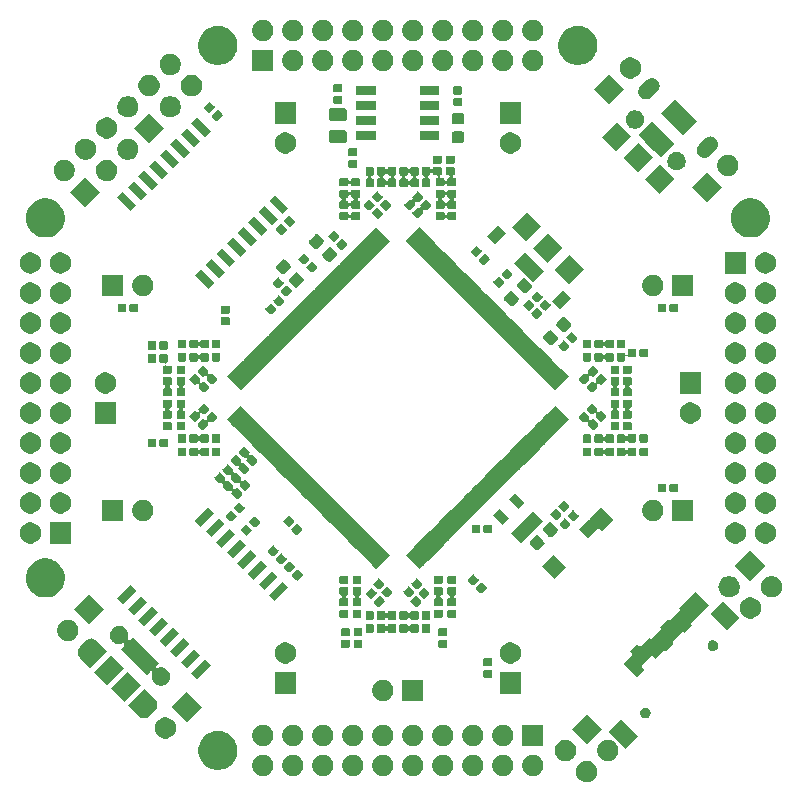
<source format=gbr>
G04 #@! TF.GenerationSoftware,KiCad,Pcbnew,5.1.5-52549c5~86~ubuntu16.04.1*
G04 #@! TF.CreationDate,2020-04-28T14:27:51+03:00*
G04 #@! TF.ProjectId,FreeEEG32-beta,46726565-4545-4473-9332-2d626574612e,rev?*
G04 #@! TF.SameCoordinates,Original*
G04 #@! TF.FileFunction,Soldermask,Bot*
G04 #@! TF.FilePolarity,Negative*
%FSLAX46Y46*%
G04 Gerber Fmt 4.6, Leading zero omitted, Abs format (unit mm)*
G04 Created by KiCad (PCBNEW 5.1.5-52549c5~86~ubuntu16.04.1) date 2020-04-28 14:27:51*
%MOMM*%
%LPD*%
G04 APERTURE LIST*
%ADD10C,0.100000*%
G04 APERTURE END LIST*
D10*
G36*
X166097461Y-130744978D02*
G01*
X166246761Y-130774675D01*
X166410733Y-130842595D01*
X166558303Y-130941198D01*
X166683802Y-131066697D01*
X166782405Y-131214267D01*
X166850325Y-131378239D01*
X166884949Y-131552310D01*
X166884949Y-131729792D01*
X166850325Y-131903863D01*
X166782405Y-132067835D01*
X166683802Y-132215405D01*
X166558303Y-132340904D01*
X166410733Y-132439507D01*
X166246761Y-132507427D01*
X166097461Y-132537124D01*
X166072691Y-132542051D01*
X165895207Y-132542051D01*
X165870437Y-132537124D01*
X165721137Y-132507427D01*
X165557165Y-132439507D01*
X165409595Y-132340904D01*
X165284096Y-132215405D01*
X165185493Y-132067835D01*
X165117573Y-131903863D01*
X165082949Y-131729792D01*
X165082949Y-131552310D01*
X165117573Y-131378239D01*
X165185493Y-131214267D01*
X165284096Y-131066697D01*
X165409595Y-130941198D01*
X165557165Y-130842595D01*
X165721137Y-130774675D01*
X165870437Y-130744978D01*
X165895207Y-130740051D01*
X166072691Y-130740051D01*
X166097461Y-130744978D01*
G37*
G36*
X161543512Y-130218927D02*
G01*
X161692812Y-130248624D01*
X161856784Y-130316544D01*
X162004354Y-130415147D01*
X162129853Y-130540646D01*
X162228456Y-130688216D01*
X162296376Y-130852188D01*
X162331000Y-131026259D01*
X162331000Y-131203741D01*
X162296376Y-131377812D01*
X162228456Y-131541784D01*
X162129853Y-131689354D01*
X162004354Y-131814853D01*
X161856784Y-131913456D01*
X161692812Y-131981376D01*
X161543512Y-132011073D01*
X161518742Y-132016000D01*
X161341258Y-132016000D01*
X161316488Y-132011073D01*
X161167188Y-131981376D01*
X161003216Y-131913456D01*
X160855646Y-131814853D01*
X160730147Y-131689354D01*
X160631544Y-131541784D01*
X160563624Y-131377812D01*
X160529000Y-131203741D01*
X160529000Y-131026259D01*
X160563624Y-130852188D01*
X160631544Y-130688216D01*
X160730147Y-130540646D01*
X160855646Y-130415147D01*
X161003216Y-130316544D01*
X161167188Y-130248624D01*
X161316488Y-130218927D01*
X161341258Y-130214000D01*
X161518742Y-130214000D01*
X161543512Y-130218927D01*
G37*
G36*
X159003512Y-130218927D02*
G01*
X159152812Y-130248624D01*
X159316784Y-130316544D01*
X159464354Y-130415147D01*
X159589853Y-130540646D01*
X159688456Y-130688216D01*
X159756376Y-130852188D01*
X159791000Y-131026259D01*
X159791000Y-131203741D01*
X159756376Y-131377812D01*
X159688456Y-131541784D01*
X159589853Y-131689354D01*
X159464354Y-131814853D01*
X159316784Y-131913456D01*
X159152812Y-131981376D01*
X159003512Y-132011073D01*
X158978742Y-132016000D01*
X158801258Y-132016000D01*
X158776488Y-132011073D01*
X158627188Y-131981376D01*
X158463216Y-131913456D01*
X158315646Y-131814853D01*
X158190147Y-131689354D01*
X158091544Y-131541784D01*
X158023624Y-131377812D01*
X157989000Y-131203741D01*
X157989000Y-131026259D01*
X158023624Y-130852188D01*
X158091544Y-130688216D01*
X158190147Y-130540646D01*
X158315646Y-130415147D01*
X158463216Y-130316544D01*
X158627188Y-130248624D01*
X158776488Y-130218927D01*
X158801258Y-130214000D01*
X158978742Y-130214000D01*
X159003512Y-130218927D01*
G37*
G36*
X156463512Y-130218927D02*
G01*
X156612812Y-130248624D01*
X156776784Y-130316544D01*
X156924354Y-130415147D01*
X157049853Y-130540646D01*
X157148456Y-130688216D01*
X157216376Y-130852188D01*
X157251000Y-131026259D01*
X157251000Y-131203741D01*
X157216376Y-131377812D01*
X157148456Y-131541784D01*
X157049853Y-131689354D01*
X156924354Y-131814853D01*
X156776784Y-131913456D01*
X156612812Y-131981376D01*
X156463512Y-132011073D01*
X156438742Y-132016000D01*
X156261258Y-132016000D01*
X156236488Y-132011073D01*
X156087188Y-131981376D01*
X155923216Y-131913456D01*
X155775646Y-131814853D01*
X155650147Y-131689354D01*
X155551544Y-131541784D01*
X155483624Y-131377812D01*
X155449000Y-131203741D01*
X155449000Y-131026259D01*
X155483624Y-130852188D01*
X155551544Y-130688216D01*
X155650147Y-130540646D01*
X155775646Y-130415147D01*
X155923216Y-130316544D01*
X156087188Y-130248624D01*
X156236488Y-130218927D01*
X156261258Y-130214000D01*
X156438742Y-130214000D01*
X156463512Y-130218927D01*
G37*
G36*
X153923512Y-130218927D02*
G01*
X154072812Y-130248624D01*
X154236784Y-130316544D01*
X154384354Y-130415147D01*
X154509853Y-130540646D01*
X154608456Y-130688216D01*
X154676376Y-130852188D01*
X154711000Y-131026259D01*
X154711000Y-131203741D01*
X154676376Y-131377812D01*
X154608456Y-131541784D01*
X154509853Y-131689354D01*
X154384354Y-131814853D01*
X154236784Y-131913456D01*
X154072812Y-131981376D01*
X153923512Y-132011073D01*
X153898742Y-132016000D01*
X153721258Y-132016000D01*
X153696488Y-132011073D01*
X153547188Y-131981376D01*
X153383216Y-131913456D01*
X153235646Y-131814853D01*
X153110147Y-131689354D01*
X153011544Y-131541784D01*
X152943624Y-131377812D01*
X152909000Y-131203741D01*
X152909000Y-131026259D01*
X152943624Y-130852188D01*
X153011544Y-130688216D01*
X153110147Y-130540646D01*
X153235646Y-130415147D01*
X153383216Y-130316544D01*
X153547188Y-130248624D01*
X153696488Y-130218927D01*
X153721258Y-130214000D01*
X153898742Y-130214000D01*
X153923512Y-130218927D01*
G37*
G36*
X151383512Y-130218927D02*
G01*
X151532812Y-130248624D01*
X151696784Y-130316544D01*
X151844354Y-130415147D01*
X151969853Y-130540646D01*
X152068456Y-130688216D01*
X152136376Y-130852188D01*
X152171000Y-131026259D01*
X152171000Y-131203741D01*
X152136376Y-131377812D01*
X152068456Y-131541784D01*
X151969853Y-131689354D01*
X151844354Y-131814853D01*
X151696784Y-131913456D01*
X151532812Y-131981376D01*
X151383512Y-132011073D01*
X151358742Y-132016000D01*
X151181258Y-132016000D01*
X151156488Y-132011073D01*
X151007188Y-131981376D01*
X150843216Y-131913456D01*
X150695646Y-131814853D01*
X150570147Y-131689354D01*
X150471544Y-131541784D01*
X150403624Y-131377812D01*
X150369000Y-131203741D01*
X150369000Y-131026259D01*
X150403624Y-130852188D01*
X150471544Y-130688216D01*
X150570147Y-130540646D01*
X150695646Y-130415147D01*
X150843216Y-130316544D01*
X151007188Y-130248624D01*
X151156488Y-130218927D01*
X151181258Y-130214000D01*
X151358742Y-130214000D01*
X151383512Y-130218927D01*
G37*
G36*
X146303512Y-130218927D02*
G01*
X146452812Y-130248624D01*
X146616784Y-130316544D01*
X146764354Y-130415147D01*
X146889853Y-130540646D01*
X146988456Y-130688216D01*
X147056376Y-130852188D01*
X147091000Y-131026259D01*
X147091000Y-131203741D01*
X147056376Y-131377812D01*
X146988456Y-131541784D01*
X146889853Y-131689354D01*
X146764354Y-131814853D01*
X146616784Y-131913456D01*
X146452812Y-131981376D01*
X146303512Y-132011073D01*
X146278742Y-132016000D01*
X146101258Y-132016000D01*
X146076488Y-132011073D01*
X145927188Y-131981376D01*
X145763216Y-131913456D01*
X145615646Y-131814853D01*
X145490147Y-131689354D01*
X145391544Y-131541784D01*
X145323624Y-131377812D01*
X145289000Y-131203741D01*
X145289000Y-131026259D01*
X145323624Y-130852188D01*
X145391544Y-130688216D01*
X145490147Y-130540646D01*
X145615646Y-130415147D01*
X145763216Y-130316544D01*
X145927188Y-130248624D01*
X146076488Y-130218927D01*
X146101258Y-130214000D01*
X146278742Y-130214000D01*
X146303512Y-130218927D01*
G37*
G36*
X148843512Y-130218927D02*
G01*
X148992812Y-130248624D01*
X149156784Y-130316544D01*
X149304354Y-130415147D01*
X149429853Y-130540646D01*
X149528456Y-130688216D01*
X149596376Y-130852188D01*
X149631000Y-131026259D01*
X149631000Y-131203741D01*
X149596376Y-131377812D01*
X149528456Y-131541784D01*
X149429853Y-131689354D01*
X149304354Y-131814853D01*
X149156784Y-131913456D01*
X148992812Y-131981376D01*
X148843512Y-132011073D01*
X148818742Y-132016000D01*
X148641258Y-132016000D01*
X148616488Y-132011073D01*
X148467188Y-131981376D01*
X148303216Y-131913456D01*
X148155646Y-131814853D01*
X148030147Y-131689354D01*
X147931544Y-131541784D01*
X147863624Y-131377812D01*
X147829000Y-131203741D01*
X147829000Y-131026259D01*
X147863624Y-130852188D01*
X147931544Y-130688216D01*
X148030147Y-130540646D01*
X148155646Y-130415147D01*
X148303216Y-130316544D01*
X148467188Y-130248624D01*
X148616488Y-130218927D01*
X148641258Y-130214000D01*
X148818742Y-130214000D01*
X148843512Y-130218927D01*
G37*
G36*
X141223512Y-130218927D02*
G01*
X141372812Y-130248624D01*
X141536784Y-130316544D01*
X141684354Y-130415147D01*
X141809853Y-130540646D01*
X141908456Y-130688216D01*
X141976376Y-130852188D01*
X142011000Y-131026259D01*
X142011000Y-131203741D01*
X141976376Y-131377812D01*
X141908456Y-131541784D01*
X141809853Y-131689354D01*
X141684354Y-131814853D01*
X141536784Y-131913456D01*
X141372812Y-131981376D01*
X141223512Y-132011073D01*
X141198742Y-132016000D01*
X141021258Y-132016000D01*
X140996488Y-132011073D01*
X140847188Y-131981376D01*
X140683216Y-131913456D01*
X140535646Y-131814853D01*
X140410147Y-131689354D01*
X140311544Y-131541784D01*
X140243624Y-131377812D01*
X140209000Y-131203741D01*
X140209000Y-131026259D01*
X140243624Y-130852188D01*
X140311544Y-130688216D01*
X140410147Y-130540646D01*
X140535646Y-130415147D01*
X140683216Y-130316544D01*
X140847188Y-130248624D01*
X140996488Y-130218927D01*
X141021258Y-130214000D01*
X141198742Y-130214000D01*
X141223512Y-130218927D01*
G37*
G36*
X143763512Y-130218927D02*
G01*
X143912812Y-130248624D01*
X144076784Y-130316544D01*
X144224354Y-130415147D01*
X144349853Y-130540646D01*
X144448456Y-130688216D01*
X144516376Y-130852188D01*
X144551000Y-131026259D01*
X144551000Y-131203741D01*
X144516376Y-131377812D01*
X144448456Y-131541784D01*
X144349853Y-131689354D01*
X144224354Y-131814853D01*
X144076784Y-131913456D01*
X143912812Y-131981376D01*
X143763512Y-132011073D01*
X143738742Y-132016000D01*
X143561258Y-132016000D01*
X143536488Y-132011073D01*
X143387188Y-131981376D01*
X143223216Y-131913456D01*
X143075646Y-131814853D01*
X142950147Y-131689354D01*
X142851544Y-131541784D01*
X142783624Y-131377812D01*
X142749000Y-131203741D01*
X142749000Y-131026259D01*
X142783624Y-130852188D01*
X142851544Y-130688216D01*
X142950147Y-130540646D01*
X143075646Y-130415147D01*
X143223216Y-130316544D01*
X143387188Y-130248624D01*
X143536488Y-130218927D01*
X143561258Y-130214000D01*
X143738742Y-130214000D01*
X143763512Y-130218927D01*
G37*
G36*
X138683512Y-130218927D02*
G01*
X138832812Y-130248624D01*
X138996784Y-130316544D01*
X139144354Y-130415147D01*
X139269853Y-130540646D01*
X139368456Y-130688216D01*
X139436376Y-130852188D01*
X139471000Y-131026259D01*
X139471000Y-131203741D01*
X139436376Y-131377812D01*
X139368456Y-131541784D01*
X139269853Y-131689354D01*
X139144354Y-131814853D01*
X138996784Y-131913456D01*
X138832812Y-131981376D01*
X138683512Y-132011073D01*
X138658742Y-132016000D01*
X138481258Y-132016000D01*
X138456488Y-132011073D01*
X138307188Y-131981376D01*
X138143216Y-131913456D01*
X137995646Y-131814853D01*
X137870147Y-131689354D01*
X137771544Y-131541784D01*
X137703624Y-131377812D01*
X137669000Y-131203741D01*
X137669000Y-131026259D01*
X137703624Y-130852188D01*
X137771544Y-130688216D01*
X137870147Y-130540646D01*
X137995646Y-130415147D01*
X138143216Y-130316544D01*
X138307188Y-130248624D01*
X138456488Y-130218927D01*
X138481258Y-130214000D01*
X138658742Y-130214000D01*
X138683512Y-130218927D01*
G37*
G36*
X135135256Y-128236298D02*
G01*
X135241579Y-128257447D01*
X135542042Y-128381903D01*
X135812451Y-128562585D01*
X136042415Y-128792549D01*
X136223097Y-129062958D01*
X136309125Y-129270647D01*
X136347553Y-129363422D01*
X136411000Y-129682389D01*
X136411000Y-130007611D01*
X136369946Y-130214000D01*
X136347553Y-130326579D01*
X136223097Y-130627042D01*
X136042415Y-130897451D01*
X135812451Y-131127415D01*
X135542042Y-131308097D01*
X135241579Y-131432553D01*
X135135256Y-131453702D01*
X134922611Y-131496000D01*
X134597389Y-131496000D01*
X134384744Y-131453702D01*
X134278421Y-131432553D01*
X133977958Y-131308097D01*
X133707549Y-131127415D01*
X133477585Y-130897451D01*
X133296903Y-130627042D01*
X133172447Y-130326579D01*
X133150054Y-130214000D01*
X133109000Y-130007611D01*
X133109000Y-129682389D01*
X133172447Y-129363422D01*
X133210876Y-129270647D01*
X133296903Y-129062958D01*
X133477585Y-128792549D01*
X133707549Y-128562585D01*
X133977958Y-128381903D01*
X134278421Y-128257447D01*
X134384744Y-128236298D01*
X134597389Y-128194000D01*
X134922611Y-128194000D01*
X135135256Y-128236298D01*
G37*
G36*
X167893512Y-128948927D02*
G01*
X168042812Y-128978624D01*
X168206784Y-129046544D01*
X168354354Y-129145147D01*
X168479853Y-129270646D01*
X168578456Y-129418216D01*
X168646376Y-129582188D01*
X168681000Y-129756259D01*
X168681000Y-129933741D01*
X168646376Y-130107812D01*
X168578456Y-130271784D01*
X168479853Y-130419354D01*
X168354354Y-130544853D01*
X168206784Y-130643456D01*
X168042812Y-130711376D01*
X167898649Y-130740051D01*
X167868742Y-130746000D01*
X167691258Y-130746000D01*
X167661351Y-130740051D01*
X167517188Y-130711376D01*
X167353216Y-130643456D01*
X167205646Y-130544853D01*
X167080147Y-130419354D01*
X166981544Y-130271784D01*
X166913624Y-130107812D01*
X166879000Y-129933741D01*
X166879000Y-129756259D01*
X166913624Y-129582188D01*
X166981544Y-129418216D01*
X167080147Y-129270646D01*
X167205646Y-129145147D01*
X167353216Y-129046544D01*
X167517188Y-128978624D01*
X167666488Y-128948927D01*
X167691258Y-128944000D01*
X167868742Y-128944000D01*
X167893512Y-128948927D01*
G37*
G36*
X164301410Y-128948927D02*
G01*
X164450710Y-128978624D01*
X164614682Y-129046544D01*
X164762252Y-129145147D01*
X164887751Y-129270646D01*
X164986354Y-129418216D01*
X165054274Y-129582188D01*
X165088898Y-129756259D01*
X165088898Y-129933741D01*
X165054274Y-130107812D01*
X164986354Y-130271784D01*
X164887751Y-130419354D01*
X164762252Y-130544853D01*
X164614682Y-130643456D01*
X164450710Y-130711376D01*
X164306547Y-130740051D01*
X164276640Y-130746000D01*
X164099156Y-130746000D01*
X164069249Y-130740051D01*
X163925086Y-130711376D01*
X163761114Y-130643456D01*
X163613544Y-130544853D01*
X163488045Y-130419354D01*
X163389442Y-130271784D01*
X163321522Y-130107812D01*
X163286898Y-129933741D01*
X163286898Y-129756259D01*
X163321522Y-129582188D01*
X163389442Y-129418216D01*
X163488045Y-129270646D01*
X163613544Y-129145147D01*
X163761114Y-129046544D01*
X163925086Y-128978624D01*
X164074386Y-128948927D01*
X164099156Y-128944000D01*
X164276640Y-128944000D01*
X164301410Y-128948927D01*
G37*
G36*
X170346561Y-128620987D02*
G01*
X169284487Y-129683061D01*
X167868859Y-128267433D01*
X168930933Y-127205359D01*
X170346561Y-128620987D01*
G37*
G36*
X151374769Y-127677188D02*
G01*
X151532812Y-127708624D01*
X151696784Y-127776544D01*
X151844354Y-127875147D01*
X151969853Y-128000646D01*
X152068456Y-128148216D01*
X152136376Y-128312188D01*
X152171000Y-128486259D01*
X152171000Y-128663741D01*
X152136376Y-128837812D01*
X152068456Y-129001784D01*
X151969853Y-129149354D01*
X151844354Y-129274853D01*
X151696784Y-129373456D01*
X151532812Y-129441376D01*
X151383512Y-129471073D01*
X151358742Y-129476000D01*
X151181258Y-129476000D01*
X151156488Y-129471073D01*
X151007188Y-129441376D01*
X150843216Y-129373456D01*
X150695646Y-129274853D01*
X150570147Y-129149354D01*
X150471544Y-129001784D01*
X150403624Y-128837812D01*
X150369000Y-128663741D01*
X150369000Y-128486259D01*
X150403624Y-128312188D01*
X150471544Y-128148216D01*
X150570147Y-128000646D01*
X150695646Y-127875147D01*
X150843216Y-127776544D01*
X151007188Y-127708624D01*
X151165231Y-127677188D01*
X151181258Y-127674000D01*
X151358742Y-127674000D01*
X151374769Y-127677188D01*
G37*
G36*
X141214769Y-127677188D02*
G01*
X141372812Y-127708624D01*
X141536784Y-127776544D01*
X141684354Y-127875147D01*
X141809853Y-128000646D01*
X141908456Y-128148216D01*
X141976376Y-128312188D01*
X142011000Y-128486259D01*
X142011000Y-128663741D01*
X141976376Y-128837812D01*
X141908456Y-129001784D01*
X141809853Y-129149354D01*
X141684354Y-129274853D01*
X141536784Y-129373456D01*
X141372812Y-129441376D01*
X141223512Y-129471073D01*
X141198742Y-129476000D01*
X141021258Y-129476000D01*
X140996488Y-129471073D01*
X140847188Y-129441376D01*
X140683216Y-129373456D01*
X140535646Y-129274853D01*
X140410147Y-129149354D01*
X140311544Y-129001784D01*
X140243624Y-128837812D01*
X140209000Y-128663741D01*
X140209000Y-128486259D01*
X140243624Y-128312188D01*
X140311544Y-128148216D01*
X140410147Y-128000646D01*
X140535646Y-127875147D01*
X140683216Y-127776544D01*
X140847188Y-127708624D01*
X141005231Y-127677188D01*
X141021258Y-127674000D01*
X141198742Y-127674000D01*
X141214769Y-127677188D01*
G37*
G36*
X143754769Y-127677188D02*
G01*
X143912812Y-127708624D01*
X144076784Y-127776544D01*
X144224354Y-127875147D01*
X144349853Y-128000646D01*
X144448456Y-128148216D01*
X144516376Y-128312188D01*
X144551000Y-128486259D01*
X144551000Y-128663741D01*
X144516376Y-128837812D01*
X144448456Y-129001784D01*
X144349853Y-129149354D01*
X144224354Y-129274853D01*
X144076784Y-129373456D01*
X143912812Y-129441376D01*
X143763512Y-129471073D01*
X143738742Y-129476000D01*
X143561258Y-129476000D01*
X143536488Y-129471073D01*
X143387188Y-129441376D01*
X143223216Y-129373456D01*
X143075646Y-129274853D01*
X142950147Y-129149354D01*
X142851544Y-129001784D01*
X142783624Y-128837812D01*
X142749000Y-128663741D01*
X142749000Y-128486259D01*
X142783624Y-128312188D01*
X142851544Y-128148216D01*
X142950147Y-128000646D01*
X143075646Y-127875147D01*
X143223216Y-127776544D01*
X143387188Y-127708624D01*
X143545231Y-127677188D01*
X143561258Y-127674000D01*
X143738742Y-127674000D01*
X143754769Y-127677188D01*
G37*
G36*
X146294769Y-127677188D02*
G01*
X146452812Y-127708624D01*
X146616784Y-127776544D01*
X146764354Y-127875147D01*
X146889853Y-128000646D01*
X146988456Y-128148216D01*
X147056376Y-128312188D01*
X147091000Y-128486259D01*
X147091000Y-128663741D01*
X147056376Y-128837812D01*
X146988456Y-129001784D01*
X146889853Y-129149354D01*
X146764354Y-129274853D01*
X146616784Y-129373456D01*
X146452812Y-129441376D01*
X146303512Y-129471073D01*
X146278742Y-129476000D01*
X146101258Y-129476000D01*
X146076488Y-129471073D01*
X145927188Y-129441376D01*
X145763216Y-129373456D01*
X145615646Y-129274853D01*
X145490147Y-129149354D01*
X145391544Y-129001784D01*
X145323624Y-128837812D01*
X145289000Y-128663741D01*
X145289000Y-128486259D01*
X145323624Y-128312188D01*
X145391544Y-128148216D01*
X145490147Y-128000646D01*
X145615646Y-127875147D01*
X145763216Y-127776544D01*
X145927188Y-127708624D01*
X146085231Y-127677188D01*
X146101258Y-127674000D01*
X146278742Y-127674000D01*
X146294769Y-127677188D01*
G37*
G36*
X148834769Y-127677188D02*
G01*
X148992812Y-127708624D01*
X149156784Y-127776544D01*
X149304354Y-127875147D01*
X149429853Y-128000646D01*
X149528456Y-128148216D01*
X149596376Y-128312188D01*
X149631000Y-128486259D01*
X149631000Y-128663741D01*
X149596376Y-128837812D01*
X149528456Y-129001784D01*
X149429853Y-129149354D01*
X149304354Y-129274853D01*
X149156784Y-129373456D01*
X148992812Y-129441376D01*
X148843512Y-129471073D01*
X148818742Y-129476000D01*
X148641258Y-129476000D01*
X148616488Y-129471073D01*
X148467188Y-129441376D01*
X148303216Y-129373456D01*
X148155646Y-129274853D01*
X148030147Y-129149354D01*
X147931544Y-129001784D01*
X147863624Y-128837812D01*
X147829000Y-128663741D01*
X147829000Y-128486259D01*
X147863624Y-128312188D01*
X147931544Y-128148216D01*
X148030147Y-128000646D01*
X148155646Y-127875147D01*
X148303216Y-127776544D01*
X148467188Y-127708624D01*
X148625231Y-127677188D01*
X148641258Y-127674000D01*
X148818742Y-127674000D01*
X148834769Y-127677188D01*
G37*
G36*
X153914769Y-127677188D02*
G01*
X154072812Y-127708624D01*
X154236784Y-127776544D01*
X154384354Y-127875147D01*
X154509853Y-128000646D01*
X154608456Y-128148216D01*
X154676376Y-128312188D01*
X154711000Y-128486259D01*
X154711000Y-128663741D01*
X154676376Y-128837812D01*
X154608456Y-129001784D01*
X154509853Y-129149354D01*
X154384354Y-129274853D01*
X154236784Y-129373456D01*
X154072812Y-129441376D01*
X153923512Y-129471073D01*
X153898742Y-129476000D01*
X153721258Y-129476000D01*
X153696488Y-129471073D01*
X153547188Y-129441376D01*
X153383216Y-129373456D01*
X153235646Y-129274853D01*
X153110147Y-129149354D01*
X153011544Y-129001784D01*
X152943624Y-128837812D01*
X152909000Y-128663741D01*
X152909000Y-128486259D01*
X152943624Y-128312188D01*
X153011544Y-128148216D01*
X153110147Y-128000646D01*
X153235646Y-127875147D01*
X153383216Y-127776544D01*
X153547188Y-127708624D01*
X153705231Y-127677188D01*
X153721258Y-127674000D01*
X153898742Y-127674000D01*
X153914769Y-127677188D01*
G37*
G36*
X156454769Y-127677188D02*
G01*
X156612812Y-127708624D01*
X156776784Y-127776544D01*
X156924354Y-127875147D01*
X157049853Y-128000646D01*
X157148456Y-128148216D01*
X157216376Y-128312188D01*
X157251000Y-128486259D01*
X157251000Y-128663741D01*
X157216376Y-128837812D01*
X157148456Y-129001784D01*
X157049853Y-129149354D01*
X156924354Y-129274853D01*
X156776784Y-129373456D01*
X156612812Y-129441376D01*
X156463512Y-129471073D01*
X156438742Y-129476000D01*
X156261258Y-129476000D01*
X156236488Y-129471073D01*
X156087188Y-129441376D01*
X155923216Y-129373456D01*
X155775646Y-129274853D01*
X155650147Y-129149354D01*
X155551544Y-129001784D01*
X155483624Y-128837812D01*
X155449000Y-128663741D01*
X155449000Y-128486259D01*
X155483624Y-128312188D01*
X155551544Y-128148216D01*
X155650147Y-128000646D01*
X155775646Y-127875147D01*
X155923216Y-127776544D01*
X156087188Y-127708624D01*
X156245231Y-127677188D01*
X156261258Y-127674000D01*
X156438742Y-127674000D01*
X156454769Y-127677188D01*
G37*
G36*
X158994769Y-127677188D02*
G01*
X159152812Y-127708624D01*
X159316784Y-127776544D01*
X159464354Y-127875147D01*
X159589853Y-128000646D01*
X159688456Y-128148216D01*
X159756376Y-128312188D01*
X159791000Y-128486259D01*
X159791000Y-128663741D01*
X159756376Y-128837812D01*
X159688456Y-129001784D01*
X159589853Y-129149354D01*
X159464354Y-129274853D01*
X159316784Y-129373456D01*
X159152812Y-129441376D01*
X159003512Y-129471073D01*
X158978742Y-129476000D01*
X158801258Y-129476000D01*
X158776488Y-129471073D01*
X158627188Y-129441376D01*
X158463216Y-129373456D01*
X158315646Y-129274853D01*
X158190147Y-129149354D01*
X158091544Y-129001784D01*
X158023624Y-128837812D01*
X157989000Y-128663741D01*
X157989000Y-128486259D01*
X158023624Y-128312188D01*
X158091544Y-128148216D01*
X158190147Y-128000646D01*
X158315646Y-127875147D01*
X158463216Y-127776544D01*
X158627188Y-127708624D01*
X158785231Y-127677188D01*
X158801258Y-127674000D01*
X158978742Y-127674000D01*
X158994769Y-127677188D01*
G37*
G36*
X138674769Y-127677188D02*
G01*
X138832812Y-127708624D01*
X138996784Y-127776544D01*
X139144354Y-127875147D01*
X139269853Y-128000646D01*
X139368456Y-128148216D01*
X139436376Y-128312188D01*
X139471000Y-128486259D01*
X139471000Y-128663741D01*
X139436376Y-128837812D01*
X139368456Y-129001784D01*
X139269853Y-129149354D01*
X139144354Y-129274853D01*
X138996784Y-129373456D01*
X138832812Y-129441376D01*
X138683512Y-129471073D01*
X138658742Y-129476000D01*
X138481258Y-129476000D01*
X138456488Y-129471073D01*
X138307188Y-129441376D01*
X138143216Y-129373456D01*
X137995646Y-129274853D01*
X137870147Y-129149354D01*
X137771544Y-129001784D01*
X137703624Y-128837812D01*
X137669000Y-128663741D01*
X137669000Y-128486259D01*
X137703624Y-128312188D01*
X137771544Y-128148216D01*
X137870147Y-128000646D01*
X137995646Y-127875147D01*
X138143216Y-127776544D01*
X138307188Y-127708624D01*
X138465231Y-127677188D01*
X138481258Y-127674000D01*
X138658742Y-127674000D01*
X138674769Y-127677188D01*
G37*
G36*
X162331000Y-129476000D02*
G01*
X160529000Y-129476000D01*
X160529000Y-127674000D01*
X162331000Y-127674000D01*
X162331000Y-129476000D01*
G37*
G36*
X167258155Y-128048949D02*
G01*
X165983949Y-129323155D01*
X164709743Y-128048949D01*
X165983949Y-126774743D01*
X167258155Y-128048949D01*
G37*
G36*
X130428512Y-127043927D02*
G01*
X130577812Y-127073624D01*
X130741784Y-127141544D01*
X130889354Y-127240147D01*
X131014853Y-127365646D01*
X131113456Y-127513216D01*
X131181376Y-127677188D01*
X131211073Y-127826488D01*
X131216000Y-127851258D01*
X131216000Y-128028742D01*
X131211073Y-128053512D01*
X131181376Y-128202812D01*
X131113456Y-128366784D01*
X131014853Y-128514354D01*
X130889354Y-128639853D01*
X130741784Y-128738456D01*
X130577812Y-128806376D01*
X130428512Y-128836073D01*
X130403742Y-128841000D01*
X130226258Y-128841000D01*
X130201488Y-128836073D01*
X130052188Y-128806376D01*
X129888216Y-128738456D01*
X129740646Y-128639853D01*
X129615147Y-128514354D01*
X129516544Y-128366784D01*
X129448624Y-128202812D01*
X129418927Y-128053512D01*
X129414000Y-128028742D01*
X129414000Y-127851258D01*
X129418927Y-127826488D01*
X129448624Y-127677188D01*
X129516544Y-127513216D01*
X129615147Y-127365646D01*
X129740646Y-127240147D01*
X129888216Y-127141544D01*
X130052188Y-127073624D01*
X130201488Y-127043927D01*
X130226258Y-127039000D01*
X130403742Y-127039000D01*
X130428512Y-127043927D01*
G37*
G36*
X133385257Y-126143949D02*
G01*
X132111051Y-127418155D01*
X130836845Y-126143949D01*
X132111051Y-124869743D01*
X133385257Y-126143949D01*
G37*
G36*
X171086552Y-126236331D02*
G01*
X171168627Y-126270328D01*
X171168629Y-126270329D01*
X171205813Y-126295175D01*
X171242495Y-126319685D01*
X171305315Y-126382505D01*
X171354672Y-126456373D01*
X171388669Y-126538448D01*
X171406000Y-126625579D01*
X171406000Y-126714421D01*
X171388669Y-126801552D01*
X171354672Y-126883627D01*
X171354671Y-126883629D01*
X171305314Y-126957496D01*
X171242496Y-127020314D01*
X171168629Y-127069671D01*
X171168628Y-127069672D01*
X171168627Y-127069672D01*
X171086552Y-127103669D01*
X170999421Y-127121000D01*
X170910579Y-127121000D01*
X170823448Y-127103669D01*
X170741373Y-127069672D01*
X170741372Y-127069672D01*
X170741371Y-127069671D01*
X170667504Y-127020314D01*
X170604686Y-126957496D01*
X170555329Y-126883629D01*
X170555328Y-126883627D01*
X170521331Y-126801552D01*
X170504000Y-126714421D01*
X170504000Y-126625579D01*
X170521331Y-126538448D01*
X170555328Y-126456373D01*
X170604685Y-126382505D01*
X170667505Y-126319685D01*
X170704187Y-126295175D01*
X170741371Y-126270329D01*
X170741373Y-126270328D01*
X170823448Y-126236331D01*
X170910579Y-126219000D01*
X170999421Y-126219000D01*
X171086552Y-126236331D01*
G37*
G36*
X129420701Y-125475163D02*
G01*
X129429772Y-125483385D01*
X129449869Y-125499878D01*
X129466362Y-125519975D01*
X129474584Y-125529046D01*
X129526418Y-125580880D01*
X129531934Y-125599065D01*
X129537165Y-125610126D01*
X129591671Y-125712099D01*
X129628896Y-125834815D01*
X129641465Y-125962431D01*
X129628896Y-126090047D01*
X129628895Y-126090049D01*
X129591671Y-126212764D01*
X129531221Y-126325857D01*
X129470250Y-126400150D01*
X128930060Y-126940339D01*
X128855768Y-127001310D01*
X128813201Y-127024062D01*
X128742674Y-127061760D01*
X128619958Y-127098985D01*
X128492342Y-127111554D01*
X128364726Y-127098985D01*
X128242010Y-127061760D01*
X128199430Y-127039000D01*
X128140052Y-127007262D01*
X128117428Y-126997891D01*
X128110871Y-126996587D01*
X128058957Y-126944673D01*
X128049886Y-126936451D01*
X128029789Y-126919958D01*
X128013296Y-126899861D01*
X128005074Y-126890790D01*
X127147425Y-126033141D01*
X128563052Y-124617514D01*
X129420701Y-125475163D01*
G37*
G36*
X128246268Y-124300730D02*
G01*
X126830641Y-125716357D01*
X125697856Y-124583572D01*
X127113483Y-123167945D01*
X128246268Y-124300730D01*
G37*
G36*
X148843512Y-123868927D02*
G01*
X148992812Y-123898624D01*
X149156784Y-123966544D01*
X149304354Y-124065147D01*
X149429853Y-124190646D01*
X149528456Y-124338216D01*
X149596376Y-124502188D01*
X149631000Y-124676259D01*
X149631000Y-124853741D01*
X149596376Y-125027812D01*
X149528456Y-125191784D01*
X149429853Y-125339354D01*
X149304354Y-125464853D01*
X149156784Y-125563456D01*
X148992812Y-125631376D01*
X148843512Y-125661073D01*
X148818742Y-125666000D01*
X148641258Y-125666000D01*
X148616488Y-125661073D01*
X148467188Y-125631376D01*
X148303216Y-125563456D01*
X148155646Y-125464853D01*
X148030147Y-125339354D01*
X147931544Y-125191784D01*
X147863624Y-125027812D01*
X147829000Y-124853741D01*
X147829000Y-124676259D01*
X147863624Y-124502188D01*
X147931544Y-124338216D01*
X148030147Y-124190646D01*
X148155646Y-124065147D01*
X148303216Y-123966544D01*
X148467188Y-123898624D01*
X148616488Y-123868927D01*
X148641258Y-123864000D01*
X148818742Y-123864000D01*
X148843512Y-123868927D01*
G37*
G36*
X152171000Y-125666000D02*
G01*
X150369000Y-125666000D01*
X150369000Y-123864000D01*
X152171000Y-123864000D01*
X152171000Y-125666000D01*
G37*
G36*
X141376000Y-125031000D02*
G01*
X139574000Y-125031000D01*
X139574000Y-123229000D01*
X141376000Y-123229000D01*
X141376000Y-125031000D01*
G37*
G36*
X160426000Y-125031000D02*
G01*
X158624000Y-125031000D01*
X158624000Y-123229000D01*
X160426000Y-123229000D01*
X160426000Y-125031000D01*
G37*
G36*
X126632725Y-119311909D02*
G01*
X126632727Y-119311910D01*
X126632728Y-119311910D01*
X126773951Y-119370406D01*
X126773954Y-119370408D01*
X126901046Y-119455328D01*
X127009138Y-119563420D01*
X127052455Y-119628249D01*
X127094060Y-119690515D01*
X127152556Y-119831738D01*
X127152557Y-119831741D01*
X127182377Y-119981658D01*
X127182377Y-120134520D01*
X127152557Y-120284439D01*
X127131722Y-120334739D01*
X127124609Y-120358188D01*
X127122207Y-120382574D01*
X127124609Y-120406960D01*
X127131722Y-120430409D01*
X127143273Y-120452019D01*
X127158818Y-120470961D01*
X127177760Y-120486507D01*
X127199371Y-120498058D01*
X127222820Y-120505171D01*
X127247206Y-120507573D01*
X127271592Y-120505171D01*
X127295041Y-120498058D01*
X127316651Y-120486507D01*
X127335594Y-120470962D01*
X127590781Y-120215775D01*
X128421632Y-121046626D01*
X128421638Y-121046631D01*
X128953370Y-121578363D01*
X128953375Y-121578369D01*
X129784225Y-122409219D01*
X129529038Y-122664406D01*
X129513493Y-122683348D01*
X129501942Y-122704959D01*
X129494829Y-122728408D01*
X129492427Y-122752794D01*
X129494829Y-122777180D01*
X129501942Y-122800629D01*
X129513493Y-122822240D01*
X129529038Y-122841182D01*
X129547980Y-122856727D01*
X129569591Y-122868278D01*
X129593040Y-122875391D01*
X129617426Y-122877793D01*
X129641812Y-122875391D01*
X129665261Y-122868278D01*
X129715561Y-122847443D01*
X129865480Y-122817623D01*
X130018342Y-122817623D01*
X130168259Y-122847443D01*
X130168261Y-122847444D01*
X130168262Y-122847444D01*
X130309485Y-122905940D01*
X130309488Y-122905942D01*
X130436580Y-122990862D01*
X130544672Y-123098954D01*
X130626423Y-123221303D01*
X130629594Y-123226049D01*
X130688090Y-123367272D01*
X130688091Y-123367275D01*
X130717911Y-123517192D01*
X130717911Y-123670054D01*
X130700871Y-123755723D01*
X130688090Y-123819974D01*
X130629594Y-123961197D01*
X130629592Y-123961200D01*
X130544672Y-124088292D01*
X130436580Y-124196384D01*
X130309488Y-124281304D01*
X130309485Y-124281306D01*
X130168262Y-124339802D01*
X130168261Y-124339802D01*
X130168259Y-124339803D01*
X130018342Y-124369623D01*
X129865480Y-124369623D01*
X129715563Y-124339803D01*
X129715561Y-124339802D01*
X129715560Y-124339802D01*
X129574337Y-124281306D01*
X129574334Y-124281304D01*
X129447242Y-124196384D01*
X129339150Y-124088292D01*
X129254230Y-123961200D01*
X129254228Y-123961197D01*
X129195732Y-123819974D01*
X129182952Y-123755723D01*
X129165911Y-123670054D01*
X129165911Y-123517192D01*
X129195731Y-123367273D01*
X129216566Y-123316973D01*
X129223679Y-123293524D01*
X129226081Y-123269138D01*
X129223679Y-123244752D01*
X129216566Y-123221303D01*
X129205015Y-123199693D01*
X129189470Y-123180751D01*
X129170528Y-123165205D01*
X129148917Y-123153654D01*
X129125468Y-123146541D01*
X129101082Y-123144139D01*
X129076696Y-123146541D01*
X129053247Y-123153654D01*
X129031637Y-123165205D01*
X129012694Y-123180750D01*
X128757506Y-123435938D01*
X127854538Y-122532970D01*
X127854533Y-122532964D01*
X127467037Y-122145468D01*
X127467031Y-122145463D01*
X126564062Y-121242494D01*
X126819250Y-120987306D01*
X126834795Y-120968364D01*
X126846346Y-120946753D01*
X126853459Y-120923304D01*
X126855861Y-120898918D01*
X126853459Y-120874532D01*
X126846346Y-120851083D01*
X126834795Y-120829472D01*
X126819250Y-120810530D01*
X126800308Y-120794985D01*
X126778697Y-120783434D01*
X126755248Y-120776321D01*
X126730862Y-120773919D01*
X126706476Y-120776321D01*
X126683027Y-120783434D01*
X126632727Y-120804269D01*
X126482808Y-120834089D01*
X126329946Y-120834089D01*
X126180029Y-120804269D01*
X126180027Y-120804268D01*
X126180026Y-120804268D01*
X126038803Y-120745772D01*
X126032216Y-120741371D01*
X125911708Y-120660850D01*
X125803616Y-120552758D01*
X125718696Y-120425666D01*
X125718694Y-120425663D01*
X125660198Y-120284440D01*
X125646540Y-120215775D01*
X125630377Y-120134520D01*
X125630377Y-119981658D01*
X125660197Y-119831741D01*
X125660198Y-119831738D01*
X125718694Y-119690515D01*
X125760299Y-119628249D01*
X125803616Y-119563420D01*
X125911708Y-119455328D01*
X126038800Y-119370408D01*
X126038803Y-119370406D01*
X126180026Y-119311910D01*
X126180027Y-119311910D01*
X126180029Y-119311909D01*
X126329946Y-119282089D01*
X126482808Y-119282089D01*
X126632725Y-119311909D01*
G37*
G36*
X126832055Y-122886517D02*
G01*
X125416428Y-124302144D01*
X124283643Y-123169359D01*
X125699270Y-121753732D01*
X126832055Y-122886517D01*
G37*
G36*
X134159630Y-122622938D02*
G01*
X133026845Y-123755723D01*
X132530456Y-123259334D01*
X133663241Y-122126549D01*
X134159630Y-122622938D01*
G37*
G36*
X157901938Y-123001716D02*
G01*
X157922557Y-123007971D01*
X157941553Y-123018124D01*
X157958208Y-123031792D01*
X157971876Y-123048447D01*
X157982029Y-123067443D01*
X157988284Y-123088062D01*
X157991000Y-123115640D01*
X157991000Y-123574360D01*
X157988284Y-123601938D01*
X157982029Y-123622557D01*
X157971876Y-123641553D01*
X157958208Y-123658208D01*
X157941553Y-123671876D01*
X157922557Y-123682029D01*
X157901938Y-123688284D01*
X157874360Y-123691000D01*
X157365640Y-123691000D01*
X157338062Y-123688284D01*
X157317443Y-123682029D01*
X157298447Y-123671876D01*
X157281792Y-123658208D01*
X157268124Y-123641553D01*
X157257971Y-123622557D01*
X157251716Y-123601938D01*
X157249000Y-123574360D01*
X157249000Y-123115640D01*
X157251716Y-123088062D01*
X157257971Y-123067443D01*
X157268124Y-123048447D01*
X157281792Y-123031792D01*
X157298447Y-123018124D01*
X157317443Y-123007971D01*
X157338062Y-123001716D01*
X157365640Y-122999000D01*
X157874360Y-122999000D01*
X157901938Y-123001716D01*
G37*
G36*
X176335756Y-117554765D02*
G01*
X175697945Y-118192576D01*
X175557938Y-118332582D01*
X174868508Y-119022012D01*
X174852963Y-119040954D01*
X174841412Y-119062565D01*
X174834299Y-119086014D01*
X174831897Y-119110400D01*
X174834299Y-119134786D01*
X174841412Y-119158235D01*
X174852963Y-119179846D01*
X174868503Y-119198782D01*
X174921542Y-119251821D01*
X174283731Y-119889632D01*
X174230692Y-119836593D01*
X174211756Y-119821053D01*
X174190145Y-119809502D01*
X174166696Y-119802389D01*
X174142310Y-119799987D01*
X174117924Y-119802389D01*
X174094475Y-119809502D01*
X174072864Y-119821053D01*
X174053922Y-119836598D01*
X174002304Y-119888217D01*
X173364493Y-120526028D01*
X173312873Y-120577647D01*
X173297328Y-120596589D01*
X173285777Y-120618200D01*
X173278664Y-120641649D01*
X173276262Y-120666035D01*
X173278664Y-120690421D01*
X173285777Y-120713870D01*
X173297328Y-120735481D01*
X173312868Y-120754417D01*
X173365907Y-120807456D01*
X172728096Y-121445267D01*
X172675057Y-121392228D01*
X172656121Y-121376688D01*
X172634510Y-121365137D01*
X172611061Y-121358024D01*
X172586675Y-121355622D01*
X172562289Y-121358024D01*
X172538840Y-121365137D01*
X172517229Y-121376688D01*
X172498287Y-121392233D01*
X172446669Y-121443852D01*
X171808858Y-122081663D01*
X171614397Y-121887202D01*
X171595461Y-121871662D01*
X171573850Y-121860111D01*
X171550401Y-121852998D01*
X171526015Y-121850596D01*
X171501629Y-121852998D01*
X171478180Y-121860111D01*
X171456569Y-121871662D01*
X171437627Y-121887207D01*
X171386008Y-121938827D01*
X170748197Y-122576638D01*
X170696578Y-122628256D01*
X170681033Y-122647198D01*
X170669482Y-122668809D01*
X170662369Y-122692258D01*
X170659967Y-122716644D01*
X170662369Y-122741030D01*
X170669482Y-122764479D01*
X170681033Y-122786090D01*
X170696573Y-122805026D01*
X170891034Y-122999487D01*
X170253223Y-123637298D01*
X169120438Y-122504513D01*
X169758249Y-121866702D01*
X169758250Y-121866703D01*
X169809868Y-121815084D01*
X169825413Y-121796142D01*
X169836964Y-121774531D01*
X169844077Y-121751082D01*
X169846479Y-121726696D01*
X169844077Y-121702310D01*
X169836964Y-121678861D01*
X169825413Y-121657250D01*
X169809873Y-121638314D01*
X169615412Y-121443853D01*
X170253223Y-120806042D01*
X170447684Y-121000503D01*
X170466620Y-121016043D01*
X170488231Y-121027594D01*
X170511680Y-121034707D01*
X170536066Y-121037109D01*
X170560452Y-121034707D01*
X170583901Y-121027594D01*
X170605512Y-121016043D01*
X170624454Y-121000498D01*
X170676074Y-120948879D01*
X170676073Y-120948878D01*
X171313884Y-120311067D01*
X171366923Y-120364106D01*
X171385859Y-120379646D01*
X171407470Y-120391197D01*
X171430919Y-120398310D01*
X171455305Y-120400712D01*
X171479691Y-120398310D01*
X171503140Y-120391197D01*
X171524751Y-120379646D01*
X171543693Y-120364101D01*
X171595312Y-120312483D01*
X171595311Y-120312482D01*
X172233122Y-119674671D01*
X172233123Y-119674672D01*
X172284742Y-119623052D01*
X172300287Y-119604110D01*
X172311838Y-119582499D01*
X172318951Y-119559050D01*
X172321353Y-119534664D01*
X172318951Y-119510278D01*
X172311838Y-119486829D01*
X172300287Y-119465218D01*
X172284747Y-119446282D01*
X172231708Y-119393243D01*
X172869519Y-118755432D01*
X172922558Y-118808471D01*
X172941494Y-118824011D01*
X172963105Y-118835562D01*
X172986554Y-118842675D01*
X173010940Y-118845077D01*
X173035326Y-118842675D01*
X173058775Y-118835562D01*
X173080386Y-118824011D01*
X173099328Y-118808466D01*
X173150947Y-118756848D01*
X173150946Y-118756847D01*
X173788757Y-118119036D01*
X173788758Y-118119037D01*
X173840377Y-118067418D01*
X173855922Y-118048476D01*
X173867473Y-118026865D01*
X173874586Y-118003416D01*
X173876988Y-117979030D01*
X173874586Y-117954644D01*
X173867473Y-117931195D01*
X173855922Y-117909584D01*
X173840382Y-117890648D01*
X173787342Y-117837608D01*
X174425153Y-117199797D01*
X174425154Y-117199798D01*
X174513531Y-117111420D01*
X174513542Y-117111411D01*
X174565161Y-117059792D01*
X174565160Y-117059791D01*
X175202971Y-116421980D01*
X176335756Y-117554765D01*
G37*
G36*
X133261604Y-121724913D02*
G01*
X132128819Y-122857698D01*
X131632430Y-122361309D01*
X132765215Y-121228524D01*
X133261604Y-121724913D01*
G37*
G36*
X124165185Y-120371104D02*
G01*
X124283388Y-120406960D01*
X124287901Y-120408329D01*
X124389860Y-120462827D01*
X124412483Y-120472198D01*
X124419040Y-120473502D01*
X124470954Y-120525416D01*
X124480025Y-120533638D01*
X124500122Y-120550131D01*
X124516615Y-120570228D01*
X124524837Y-120579299D01*
X125382486Y-121436948D01*
X123966859Y-122852575D01*
X123109210Y-121994926D01*
X123100139Y-121986704D01*
X123080042Y-121970211D01*
X123063549Y-121950114D01*
X123055327Y-121941043D01*
X123003493Y-121889209D01*
X122997977Y-121871024D01*
X122992745Y-121859962D01*
X122947082Y-121774531D01*
X122938240Y-121757990D01*
X122901015Y-121635274D01*
X122888446Y-121507658D01*
X122901015Y-121380042D01*
X122938240Y-121257326D01*
X122988543Y-121163216D01*
X122998690Y-121144232D01*
X123059661Y-121069940D01*
X123599850Y-120529750D01*
X123674143Y-120468779D01*
X123787236Y-120408329D01*
X123791749Y-120406960D01*
X123909953Y-120371104D01*
X124037569Y-120358535D01*
X124165185Y-120371104D01*
G37*
G36*
X157901938Y-122031716D02*
G01*
X157922557Y-122037971D01*
X157941553Y-122048124D01*
X157958208Y-122061792D01*
X157971876Y-122078447D01*
X157982029Y-122097443D01*
X157988284Y-122118062D01*
X157991000Y-122145640D01*
X157991000Y-122604360D01*
X157988284Y-122631938D01*
X157982029Y-122652557D01*
X157971876Y-122671553D01*
X157958208Y-122688208D01*
X157941553Y-122701876D01*
X157922557Y-122712029D01*
X157901938Y-122718284D01*
X157874360Y-122721000D01*
X157365640Y-122721000D01*
X157338062Y-122718284D01*
X157317443Y-122712029D01*
X157298447Y-122701876D01*
X157281792Y-122688208D01*
X157268124Y-122671553D01*
X157257971Y-122652557D01*
X157251716Y-122631938D01*
X157249000Y-122604360D01*
X157249000Y-122145640D01*
X157251716Y-122118062D01*
X157257971Y-122097443D01*
X157268124Y-122078447D01*
X157281792Y-122061792D01*
X157298447Y-122048124D01*
X157317443Y-122037971D01*
X157338062Y-122031716D01*
X157365640Y-122029000D01*
X157874360Y-122029000D01*
X157901938Y-122031716D01*
G37*
G36*
X140588512Y-120693927D02*
G01*
X140737812Y-120723624D01*
X140901784Y-120791544D01*
X141049354Y-120890147D01*
X141174853Y-121015646D01*
X141273456Y-121163216D01*
X141341376Y-121327188D01*
X141376000Y-121501259D01*
X141376000Y-121678741D01*
X141341376Y-121852812D01*
X141273456Y-122016784D01*
X141174853Y-122164354D01*
X141049354Y-122289853D01*
X140901784Y-122388456D01*
X140737812Y-122456376D01*
X140588512Y-122486073D01*
X140563742Y-122491000D01*
X140386258Y-122491000D01*
X140361488Y-122486073D01*
X140212188Y-122456376D01*
X140048216Y-122388456D01*
X139900646Y-122289853D01*
X139775147Y-122164354D01*
X139676544Y-122016784D01*
X139608624Y-121852812D01*
X139574000Y-121678741D01*
X139574000Y-121501259D01*
X139608624Y-121327188D01*
X139676544Y-121163216D01*
X139775147Y-121015646D01*
X139900646Y-120890147D01*
X140048216Y-120791544D01*
X140212188Y-120723624D01*
X140361488Y-120693927D01*
X140386258Y-120689000D01*
X140563742Y-120689000D01*
X140588512Y-120693927D01*
G37*
G36*
X159638512Y-120693927D02*
G01*
X159787812Y-120723624D01*
X159951784Y-120791544D01*
X160099354Y-120890147D01*
X160224853Y-121015646D01*
X160323456Y-121163216D01*
X160391376Y-121327188D01*
X160426000Y-121501259D01*
X160426000Y-121678741D01*
X160391376Y-121852812D01*
X160323456Y-122016784D01*
X160224853Y-122164354D01*
X160099354Y-122289853D01*
X159951784Y-122388456D01*
X159787812Y-122456376D01*
X159638512Y-122486073D01*
X159613742Y-122491000D01*
X159436258Y-122491000D01*
X159411488Y-122486073D01*
X159262188Y-122456376D01*
X159098216Y-122388456D01*
X158950646Y-122289853D01*
X158825147Y-122164354D01*
X158726544Y-122016784D01*
X158658624Y-121852812D01*
X158624000Y-121678741D01*
X158624000Y-121501259D01*
X158658624Y-121327188D01*
X158726544Y-121163216D01*
X158825147Y-121015646D01*
X158950646Y-120890147D01*
X159098216Y-120791544D01*
X159262188Y-120723624D01*
X159411488Y-120693927D01*
X159436258Y-120689000D01*
X159613742Y-120689000D01*
X159638512Y-120693927D01*
G37*
G36*
X132363579Y-120826887D02*
G01*
X131230794Y-121959672D01*
X130734405Y-121463283D01*
X131867190Y-120330498D01*
X132363579Y-120826887D01*
G37*
G36*
X176801552Y-120521331D02*
G01*
X176877427Y-120552760D01*
X176883629Y-120555329D01*
X176906696Y-120570742D01*
X176957495Y-120604685D01*
X177020315Y-120667505D01*
X177069672Y-120741373D01*
X177103669Y-120823448D01*
X177121000Y-120910579D01*
X177121000Y-120999421D01*
X177103669Y-121086552D01*
X177069672Y-121168627D01*
X177020316Y-121242494D01*
X176957496Y-121305314D01*
X176883629Y-121354671D01*
X176883628Y-121354672D01*
X176883627Y-121354672D01*
X176801552Y-121388669D01*
X176714421Y-121406000D01*
X176625579Y-121406000D01*
X176538448Y-121388669D01*
X176456373Y-121354672D01*
X176456372Y-121354672D01*
X176456371Y-121354671D01*
X176382504Y-121305314D01*
X176319684Y-121242494D01*
X176270328Y-121168627D01*
X176236331Y-121086552D01*
X176219000Y-120999421D01*
X176219000Y-120910579D01*
X176236331Y-120823448D01*
X176270328Y-120741373D01*
X176319685Y-120667505D01*
X176382505Y-120604685D01*
X176433304Y-120570742D01*
X176456371Y-120555329D01*
X176462573Y-120552760D01*
X176538448Y-120521331D01*
X176625579Y-120504000D01*
X176714421Y-120504000D01*
X176801552Y-120521331D01*
G37*
G36*
X154091938Y-120461716D02*
G01*
X154112557Y-120467971D01*
X154131553Y-120478124D01*
X154148208Y-120491792D01*
X154161876Y-120508447D01*
X154172029Y-120527443D01*
X154178284Y-120548062D01*
X154181000Y-120575640D01*
X154181000Y-121034360D01*
X154178284Y-121061938D01*
X154172029Y-121082557D01*
X154161876Y-121101553D01*
X154148208Y-121118208D01*
X154131553Y-121131876D01*
X154112557Y-121142029D01*
X154091938Y-121148284D01*
X154064360Y-121151000D01*
X153555640Y-121151000D01*
X153528062Y-121148284D01*
X153507443Y-121142029D01*
X153488447Y-121131876D01*
X153471792Y-121118208D01*
X153458124Y-121101553D01*
X153447971Y-121082557D01*
X153441716Y-121061938D01*
X153439000Y-121034360D01*
X153439000Y-120575640D01*
X153441716Y-120548062D01*
X153447971Y-120527443D01*
X153458124Y-120508447D01*
X153471792Y-120491792D01*
X153488447Y-120478124D01*
X153507443Y-120467971D01*
X153528062Y-120461716D01*
X153555640Y-120459000D01*
X154064360Y-120459000D01*
X154091938Y-120461716D01*
G37*
G36*
X146903738Y-120461716D02*
G01*
X146924357Y-120467971D01*
X146943353Y-120478124D01*
X146960008Y-120491792D01*
X146973676Y-120508447D01*
X146983829Y-120527443D01*
X146990084Y-120548062D01*
X146992800Y-120575640D01*
X146992800Y-121034360D01*
X146990084Y-121061938D01*
X146983829Y-121082557D01*
X146973676Y-121101553D01*
X146960008Y-121118208D01*
X146943353Y-121131876D01*
X146924357Y-121142029D01*
X146903738Y-121148284D01*
X146876160Y-121151000D01*
X146367440Y-121151000D01*
X146339862Y-121148284D01*
X146319243Y-121142029D01*
X146300247Y-121131876D01*
X146283592Y-121118208D01*
X146269924Y-121101553D01*
X146259771Y-121082557D01*
X146253516Y-121061938D01*
X146250800Y-121034360D01*
X146250800Y-120575640D01*
X146253516Y-120548062D01*
X146259771Y-120527443D01*
X146269924Y-120508447D01*
X146283592Y-120491792D01*
X146300247Y-120478124D01*
X146319243Y-120467971D01*
X146339862Y-120461716D01*
X146367440Y-120459000D01*
X146876160Y-120459000D01*
X146903738Y-120461716D01*
G37*
G36*
X145836938Y-120461716D02*
G01*
X145857557Y-120467971D01*
X145876553Y-120478124D01*
X145893208Y-120491792D01*
X145906876Y-120508447D01*
X145917029Y-120527443D01*
X145923284Y-120548062D01*
X145926000Y-120575640D01*
X145926000Y-121034360D01*
X145923284Y-121061938D01*
X145917029Y-121082557D01*
X145906876Y-121101553D01*
X145893208Y-121118208D01*
X145876553Y-121131876D01*
X145857557Y-121142029D01*
X145836938Y-121148284D01*
X145809360Y-121151000D01*
X145300640Y-121151000D01*
X145273062Y-121148284D01*
X145252443Y-121142029D01*
X145233447Y-121131876D01*
X145216792Y-121118208D01*
X145203124Y-121101553D01*
X145192971Y-121082557D01*
X145186716Y-121061938D01*
X145184000Y-121034360D01*
X145184000Y-120575640D01*
X145186716Y-120548062D01*
X145192971Y-120527443D01*
X145203124Y-120508447D01*
X145216792Y-120491792D01*
X145233447Y-120478124D01*
X145252443Y-120467971D01*
X145273062Y-120461716D01*
X145300640Y-120459000D01*
X145809360Y-120459000D01*
X145836938Y-120461716D01*
G37*
G36*
X131465553Y-119928861D02*
G01*
X130332768Y-121061646D01*
X129836379Y-120565257D01*
X130969164Y-119432472D01*
X131465553Y-119928861D01*
G37*
G36*
X122173512Y-118788927D02*
G01*
X122322812Y-118818624D01*
X122486784Y-118886544D01*
X122634354Y-118985147D01*
X122759853Y-119110646D01*
X122858456Y-119258216D01*
X122926376Y-119422188D01*
X122946188Y-119521792D01*
X122957381Y-119578062D01*
X122961000Y-119596259D01*
X122961000Y-119773741D01*
X122926376Y-119947812D01*
X122858456Y-120111784D01*
X122759853Y-120259354D01*
X122634354Y-120384853D01*
X122486784Y-120483456D01*
X122322812Y-120551376D01*
X122190735Y-120577647D01*
X122148742Y-120586000D01*
X121971258Y-120586000D01*
X121929265Y-120577647D01*
X121797188Y-120551376D01*
X121633216Y-120483456D01*
X121485646Y-120384853D01*
X121360147Y-120259354D01*
X121261544Y-120111784D01*
X121193624Y-119947812D01*
X121159000Y-119773741D01*
X121159000Y-119596259D01*
X121162620Y-119578062D01*
X121173812Y-119521792D01*
X121193624Y-119422188D01*
X121261544Y-119258216D01*
X121360147Y-119110646D01*
X121485646Y-118985147D01*
X121633216Y-118886544D01*
X121797188Y-118818624D01*
X121946488Y-118788927D01*
X121971258Y-118784000D01*
X122148742Y-118784000D01*
X122173512Y-118788927D01*
G37*
G36*
X154091938Y-119491716D02*
G01*
X154112557Y-119497971D01*
X154131553Y-119508124D01*
X154148208Y-119521792D01*
X154161876Y-119538447D01*
X154172029Y-119557443D01*
X154178284Y-119578062D01*
X154181000Y-119605640D01*
X154181000Y-120064360D01*
X154178284Y-120091938D01*
X154172029Y-120112557D01*
X154161876Y-120131553D01*
X154148208Y-120148208D01*
X154131553Y-120161876D01*
X154112557Y-120172029D01*
X154091938Y-120178284D01*
X154064360Y-120181000D01*
X153555640Y-120181000D01*
X153528062Y-120178284D01*
X153507443Y-120172029D01*
X153488447Y-120161876D01*
X153471792Y-120148208D01*
X153458124Y-120131553D01*
X153447971Y-120112557D01*
X153441716Y-120091938D01*
X153439000Y-120064360D01*
X153439000Y-119605640D01*
X153441716Y-119578062D01*
X153447971Y-119557443D01*
X153458124Y-119538447D01*
X153471792Y-119521792D01*
X153488447Y-119508124D01*
X153507443Y-119497971D01*
X153528062Y-119491716D01*
X153555640Y-119489000D01*
X154064360Y-119489000D01*
X154091938Y-119491716D01*
G37*
G36*
X146903738Y-119491716D02*
G01*
X146924357Y-119497971D01*
X146943353Y-119508124D01*
X146960008Y-119521792D01*
X146973676Y-119538447D01*
X146983829Y-119557443D01*
X146990084Y-119578062D01*
X146992800Y-119605640D01*
X146992800Y-120064360D01*
X146990084Y-120091938D01*
X146983829Y-120112557D01*
X146973676Y-120131553D01*
X146960008Y-120148208D01*
X146943353Y-120161876D01*
X146924357Y-120172029D01*
X146903738Y-120178284D01*
X146876160Y-120181000D01*
X146367440Y-120181000D01*
X146339862Y-120178284D01*
X146319243Y-120172029D01*
X146300247Y-120161876D01*
X146283592Y-120148208D01*
X146269924Y-120131553D01*
X146259771Y-120112557D01*
X146253516Y-120091938D01*
X146250800Y-120064360D01*
X146250800Y-119605640D01*
X146253516Y-119578062D01*
X146259771Y-119557443D01*
X146269924Y-119538447D01*
X146283592Y-119521792D01*
X146300247Y-119508124D01*
X146319243Y-119497971D01*
X146339862Y-119491716D01*
X146367440Y-119489000D01*
X146876160Y-119489000D01*
X146903738Y-119491716D01*
G37*
G36*
X145836938Y-119491716D02*
G01*
X145857557Y-119497971D01*
X145876553Y-119508124D01*
X145893208Y-119521792D01*
X145906876Y-119538447D01*
X145917029Y-119557443D01*
X145923284Y-119578062D01*
X145926000Y-119605640D01*
X145926000Y-120064360D01*
X145923284Y-120091938D01*
X145917029Y-120112557D01*
X145906876Y-120131553D01*
X145893208Y-120148208D01*
X145876553Y-120161876D01*
X145857557Y-120172029D01*
X145836938Y-120178284D01*
X145809360Y-120181000D01*
X145300640Y-120181000D01*
X145273062Y-120178284D01*
X145252443Y-120172029D01*
X145233447Y-120161876D01*
X145216792Y-120148208D01*
X145203124Y-120131553D01*
X145192971Y-120112557D01*
X145186716Y-120091938D01*
X145184000Y-120064360D01*
X145184000Y-119605640D01*
X145186716Y-119578062D01*
X145192971Y-119557443D01*
X145203124Y-119538447D01*
X145216792Y-119521792D01*
X145233447Y-119508124D01*
X145252443Y-119497971D01*
X145273062Y-119491716D01*
X145300640Y-119489000D01*
X145809360Y-119489000D01*
X145836938Y-119491716D01*
G37*
G36*
X130567528Y-119030836D02*
G01*
X129434743Y-120163621D01*
X128938354Y-119667232D01*
X130071139Y-118534447D01*
X130567528Y-119030836D01*
G37*
G36*
X147866938Y-119138916D02*
G01*
X147887557Y-119145171D01*
X147906553Y-119155324D01*
X147923208Y-119168992D01*
X147936876Y-119185647D01*
X147947029Y-119204643D01*
X147953284Y-119225262D01*
X147956000Y-119252840D01*
X147956000Y-119761560D01*
X147953284Y-119789138D01*
X147947029Y-119809757D01*
X147936876Y-119828753D01*
X147923208Y-119845408D01*
X147906553Y-119859076D01*
X147887557Y-119869229D01*
X147866938Y-119875484D01*
X147839360Y-119878200D01*
X147380640Y-119878200D01*
X147353062Y-119875484D01*
X147332443Y-119869229D01*
X147313447Y-119859076D01*
X147296792Y-119845408D01*
X147283124Y-119828753D01*
X147272971Y-119809757D01*
X147266716Y-119789138D01*
X147264000Y-119761560D01*
X147264000Y-119252840D01*
X147266716Y-119225262D01*
X147272971Y-119204643D01*
X147283124Y-119185647D01*
X147296792Y-119168992D01*
X147313447Y-119155324D01*
X147332443Y-119145171D01*
X147353062Y-119138916D01*
X147380640Y-119136200D01*
X147839360Y-119136200D01*
X147866938Y-119138916D01*
G37*
G36*
X152646938Y-119138916D02*
G01*
X152667557Y-119145171D01*
X152686553Y-119155324D01*
X152703208Y-119168992D01*
X152716876Y-119185647D01*
X152727029Y-119204643D01*
X152733284Y-119225262D01*
X152736000Y-119252840D01*
X152736000Y-119761560D01*
X152733284Y-119789138D01*
X152727029Y-119809757D01*
X152716876Y-119828753D01*
X152703208Y-119845408D01*
X152686553Y-119859076D01*
X152667557Y-119869229D01*
X152646938Y-119875484D01*
X152619360Y-119878200D01*
X152160640Y-119878200D01*
X152133062Y-119875484D01*
X152112443Y-119869229D01*
X152093447Y-119859076D01*
X152076792Y-119845408D01*
X152063124Y-119828753D01*
X152052971Y-119809757D01*
X152046716Y-119789138D01*
X152044000Y-119761560D01*
X152044000Y-119252840D01*
X152046716Y-119225262D01*
X152052971Y-119204643D01*
X152063124Y-119185647D01*
X152076792Y-119168992D01*
X152093447Y-119155324D01*
X152112443Y-119145171D01*
X152133062Y-119138916D01*
X152160640Y-119136200D01*
X152619360Y-119136200D01*
X152646938Y-119138916D01*
G37*
G36*
X148836938Y-119138916D02*
G01*
X148857557Y-119145171D01*
X148876553Y-119155324D01*
X148893208Y-119168992D01*
X148906876Y-119185647D01*
X148917029Y-119204643D01*
X148923820Y-119227028D01*
X148927883Y-119247458D01*
X148937261Y-119270097D01*
X148950875Y-119290472D01*
X148968202Y-119307799D01*
X148988576Y-119321412D01*
X149011215Y-119330790D01*
X149035248Y-119335570D01*
X149059752Y-119335570D01*
X149083785Y-119330790D01*
X149106424Y-119321412D01*
X149126799Y-119307798D01*
X149144126Y-119290471D01*
X149157739Y-119270097D01*
X149167117Y-119247458D01*
X149171180Y-119227028D01*
X149177971Y-119204643D01*
X149188124Y-119185647D01*
X149201792Y-119168992D01*
X149218447Y-119155324D01*
X149237443Y-119145171D01*
X149258062Y-119138916D01*
X149285640Y-119136200D01*
X149744360Y-119136200D01*
X149771938Y-119138916D01*
X149792557Y-119145171D01*
X149811553Y-119155324D01*
X149828208Y-119168992D01*
X149841876Y-119185647D01*
X149852029Y-119204643D01*
X149858284Y-119225262D01*
X149861000Y-119252840D01*
X149861000Y-119761560D01*
X149858284Y-119789138D01*
X149852029Y-119809757D01*
X149841876Y-119828753D01*
X149828208Y-119845408D01*
X149811553Y-119859076D01*
X149792557Y-119869229D01*
X149771938Y-119875484D01*
X149744360Y-119878200D01*
X149285640Y-119878200D01*
X149258062Y-119875484D01*
X149237443Y-119869229D01*
X149218447Y-119859076D01*
X149201792Y-119845408D01*
X149188124Y-119828753D01*
X149177971Y-119809757D01*
X149171180Y-119787372D01*
X149167117Y-119766942D01*
X149157739Y-119744303D01*
X149144125Y-119723928D01*
X149126798Y-119706601D01*
X149106424Y-119692988D01*
X149083785Y-119683610D01*
X149059752Y-119678830D01*
X149035248Y-119678830D01*
X149011215Y-119683610D01*
X148988576Y-119692988D01*
X148968201Y-119706602D01*
X148950874Y-119723929D01*
X148937261Y-119744303D01*
X148927883Y-119766942D01*
X148923820Y-119787372D01*
X148917029Y-119809757D01*
X148906876Y-119828753D01*
X148893208Y-119845408D01*
X148876553Y-119859076D01*
X148857557Y-119869229D01*
X148836938Y-119875484D01*
X148809360Y-119878200D01*
X148350640Y-119878200D01*
X148323062Y-119875484D01*
X148302443Y-119869229D01*
X148283447Y-119859076D01*
X148266792Y-119845408D01*
X148253124Y-119828753D01*
X148242971Y-119809757D01*
X148236716Y-119789138D01*
X148234000Y-119761560D01*
X148234000Y-119252840D01*
X148236716Y-119225262D01*
X148242971Y-119204643D01*
X148253124Y-119185647D01*
X148266792Y-119168992D01*
X148283447Y-119155324D01*
X148302443Y-119145171D01*
X148323062Y-119138916D01*
X148350640Y-119136200D01*
X148809360Y-119136200D01*
X148836938Y-119138916D01*
G37*
G36*
X150741938Y-119138916D02*
G01*
X150762557Y-119145171D01*
X150781553Y-119155324D01*
X150798208Y-119168992D01*
X150811876Y-119185647D01*
X150822029Y-119204643D01*
X150828820Y-119227028D01*
X150832883Y-119247458D01*
X150842261Y-119270097D01*
X150855875Y-119290472D01*
X150873202Y-119307799D01*
X150893576Y-119321412D01*
X150916215Y-119330790D01*
X150940248Y-119335570D01*
X150964752Y-119335570D01*
X150988785Y-119330790D01*
X151011424Y-119321412D01*
X151031799Y-119307798D01*
X151049126Y-119290471D01*
X151062739Y-119270097D01*
X151072117Y-119247458D01*
X151076180Y-119227028D01*
X151082971Y-119204643D01*
X151093124Y-119185647D01*
X151106792Y-119168992D01*
X151123447Y-119155324D01*
X151142443Y-119145171D01*
X151163062Y-119138916D01*
X151190640Y-119136200D01*
X151649360Y-119136200D01*
X151676938Y-119138916D01*
X151697557Y-119145171D01*
X151716553Y-119155324D01*
X151733208Y-119168992D01*
X151746876Y-119185647D01*
X151757029Y-119204643D01*
X151763284Y-119225262D01*
X151766000Y-119252840D01*
X151766000Y-119761560D01*
X151763284Y-119789138D01*
X151757029Y-119809757D01*
X151746876Y-119828753D01*
X151733208Y-119845408D01*
X151716553Y-119859076D01*
X151697557Y-119869229D01*
X151676938Y-119875484D01*
X151649360Y-119878200D01*
X151190640Y-119878200D01*
X151163062Y-119875484D01*
X151142443Y-119869229D01*
X151123447Y-119859076D01*
X151106792Y-119845408D01*
X151093124Y-119828753D01*
X151082971Y-119809757D01*
X151076180Y-119787372D01*
X151072117Y-119766942D01*
X151062739Y-119744303D01*
X151049125Y-119723928D01*
X151031798Y-119706601D01*
X151011424Y-119692988D01*
X150988785Y-119683610D01*
X150964752Y-119678830D01*
X150940248Y-119678830D01*
X150916215Y-119683610D01*
X150893576Y-119692988D01*
X150873201Y-119706602D01*
X150855874Y-119723929D01*
X150842261Y-119744303D01*
X150832883Y-119766942D01*
X150828820Y-119787372D01*
X150822029Y-119809757D01*
X150811876Y-119828753D01*
X150798208Y-119845408D01*
X150781553Y-119859076D01*
X150762557Y-119869229D01*
X150741938Y-119875484D01*
X150714360Y-119878200D01*
X150255640Y-119878200D01*
X150228062Y-119875484D01*
X150207443Y-119869229D01*
X150188447Y-119859076D01*
X150171792Y-119845408D01*
X150158124Y-119828753D01*
X150147971Y-119809757D01*
X150141716Y-119789138D01*
X150139000Y-119761560D01*
X150139000Y-119252840D01*
X150141716Y-119225262D01*
X150147971Y-119204643D01*
X150158124Y-119185647D01*
X150171792Y-119168992D01*
X150188447Y-119155324D01*
X150207443Y-119145171D01*
X150228062Y-119138916D01*
X150255640Y-119136200D01*
X150714360Y-119136200D01*
X150741938Y-119138916D01*
G37*
G36*
X178937909Y-118615426D02*
G01*
X177875835Y-119677500D01*
X176460207Y-118261872D01*
X177522281Y-117199798D01*
X178937909Y-118615426D01*
G37*
G36*
X129669502Y-118132810D02*
G01*
X128536717Y-119265595D01*
X128040328Y-118769206D01*
X129173113Y-117636421D01*
X129669502Y-118132810D01*
G37*
G36*
X125130257Y-117888949D02*
G01*
X123856051Y-119163155D01*
X122581845Y-117888949D01*
X123856051Y-116614743D01*
X125130257Y-117888949D01*
G37*
G36*
X152646938Y-118046716D02*
G01*
X152667557Y-118052971D01*
X152686553Y-118063124D01*
X152703208Y-118076792D01*
X152716876Y-118093447D01*
X152727029Y-118112443D01*
X152733284Y-118133062D01*
X152736000Y-118160640D01*
X152736000Y-118669360D01*
X152733284Y-118696938D01*
X152727029Y-118717557D01*
X152716876Y-118736553D01*
X152703208Y-118753208D01*
X152686553Y-118766876D01*
X152667557Y-118777029D01*
X152646938Y-118783284D01*
X152619360Y-118786000D01*
X152160640Y-118786000D01*
X152133062Y-118783284D01*
X152112443Y-118777029D01*
X152093447Y-118766876D01*
X152076792Y-118753208D01*
X152063124Y-118736553D01*
X152052971Y-118717557D01*
X152046716Y-118696938D01*
X152044000Y-118669360D01*
X152044000Y-118160640D01*
X152046716Y-118133062D01*
X152052971Y-118112443D01*
X152063124Y-118093447D01*
X152076792Y-118076792D01*
X152093447Y-118063124D01*
X152112443Y-118052971D01*
X152133062Y-118046716D01*
X152160640Y-118044000D01*
X152619360Y-118044000D01*
X152646938Y-118046716D01*
G37*
G36*
X150741938Y-118046716D02*
G01*
X150762557Y-118052971D01*
X150781553Y-118063124D01*
X150798208Y-118076792D01*
X150811876Y-118093447D01*
X150822029Y-118112443D01*
X150828820Y-118134828D01*
X150832883Y-118155258D01*
X150842261Y-118177897D01*
X150855875Y-118198272D01*
X150873202Y-118215599D01*
X150893576Y-118229212D01*
X150916215Y-118238590D01*
X150940248Y-118243370D01*
X150964752Y-118243370D01*
X150988785Y-118238590D01*
X151011424Y-118229212D01*
X151031799Y-118215598D01*
X151049126Y-118198271D01*
X151062739Y-118177897D01*
X151072117Y-118155258D01*
X151076180Y-118134828D01*
X151082971Y-118112443D01*
X151093124Y-118093447D01*
X151106792Y-118076792D01*
X151123447Y-118063124D01*
X151142443Y-118052971D01*
X151163062Y-118046716D01*
X151190640Y-118044000D01*
X151649360Y-118044000D01*
X151676938Y-118046716D01*
X151697557Y-118052971D01*
X151716553Y-118063124D01*
X151733208Y-118076792D01*
X151746876Y-118093447D01*
X151757029Y-118112443D01*
X151763284Y-118133062D01*
X151766000Y-118160640D01*
X151766000Y-118669360D01*
X151763284Y-118696938D01*
X151757029Y-118717557D01*
X151746876Y-118736553D01*
X151733208Y-118753208D01*
X151716553Y-118766876D01*
X151697557Y-118777029D01*
X151676938Y-118783284D01*
X151649360Y-118786000D01*
X151190640Y-118786000D01*
X151163062Y-118783284D01*
X151142443Y-118777029D01*
X151123447Y-118766876D01*
X151106792Y-118753208D01*
X151093124Y-118736553D01*
X151082971Y-118717557D01*
X151076180Y-118695172D01*
X151072117Y-118674742D01*
X151062739Y-118652103D01*
X151049125Y-118631728D01*
X151031798Y-118614401D01*
X151011424Y-118600788D01*
X150988785Y-118591410D01*
X150964752Y-118586630D01*
X150940248Y-118586630D01*
X150916215Y-118591410D01*
X150893576Y-118600788D01*
X150873201Y-118614402D01*
X150855874Y-118631729D01*
X150842261Y-118652103D01*
X150832883Y-118674742D01*
X150828820Y-118695172D01*
X150822029Y-118717557D01*
X150811876Y-118736553D01*
X150798208Y-118753208D01*
X150781553Y-118766876D01*
X150762557Y-118777029D01*
X150741938Y-118783284D01*
X150714360Y-118786000D01*
X150255640Y-118786000D01*
X150228062Y-118783284D01*
X150207443Y-118777029D01*
X150188447Y-118766876D01*
X150171792Y-118753208D01*
X150158124Y-118736553D01*
X150147971Y-118717557D01*
X150141716Y-118696938D01*
X150139000Y-118669360D01*
X150139000Y-118160640D01*
X150141716Y-118133062D01*
X150147971Y-118112443D01*
X150158124Y-118093447D01*
X150171792Y-118076792D01*
X150188447Y-118063124D01*
X150207443Y-118052971D01*
X150228062Y-118046716D01*
X150255640Y-118044000D01*
X150714360Y-118044000D01*
X150741938Y-118046716D01*
G37*
G36*
X148836938Y-118046716D02*
G01*
X148857557Y-118052971D01*
X148876553Y-118063124D01*
X148893208Y-118076792D01*
X148906876Y-118093447D01*
X148917029Y-118112443D01*
X148923820Y-118134828D01*
X148927883Y-118155258D01*
X148937261Y-118177897D01*
X148950875Y-118198272D01*
X148968202Y-118215599D01*
X148988576Y-118229212D01*
X149011215Y-118238590D01*
X149035248Y-118243370D01*
X149059752Y-118243370D01*
X149083785Y-118238590D01*
X149106424Y-118229212D01*
X149126799Y-118215598D01*
X149144126Y-118198271D01*
X149157739Y-118177897D01*
X149167117Y-118155258D01*
X149171180Y-118134828D01*
X149177971Y-118112443D01*
X149188124Y-118093447D01*
X149201792Y-118076792D01*
X149218447Y-118063124D01*
X149237443Y-118052971D01*
X149258062Y-118046716D01*
X149285640Y-118044000D01*
X149744360Y-118044000D01*
X149771938Y-118046716D01*
X149792557Y-118052971D01*
X149811553Y-118063124D01*
X149828208Y-118076792D01*
X149841876Y-118093447D01*
X149852029Y-118112443D01*
X149858284Y-118133062D01*
X149861000Y-118160640D01*
X149861000Y-118669360D01*
X149858284Y-118696938D01*
X149852029Y-118717557D01*
X149841876Y-118736553D01*
X149828208Y-118753208D01*
X149811553Y-118766876D01*
X149792557Y-118777029D01*
X149771938Y-118783284D01*
X149744360Y-118786000D01*
X149285640Y-118786000D01*
X149258062Y-118783284D01*
X149237443Y-118777029D01*
X149218447Y-118766876D01*
X149201792Y-118753208D01*
X149188124Y-118736553D01*
X149177971Y-118717557D01*
X149171180Y-118695172D01*
X149167117Y-118674742D01*
X149157739Y-118652103D01*
X149144125Y-118631728D01*
X149126798Y-118614401D01*
X149106424Y-118600788D01*
X149083785Y-118591410D01*
X149059752Y-118586630D01*
X149035248Y-118586630D01*
X149011215Y-118591410D01*
X148988576Y-118600788D01*
X148968201Y-118614402D01*
X148950874Y-118631729D01*
X148937261Y-118652103D01*
X148927883Y-118674742D01*
X148923820Y-118695172D01*
X148917029Y-118717557D01*
X148906876Y-118736553D01*
X148893208Y-118753208D01*
X148876553Y-118766876D01*
X148857557Y-118777029D01*
X148836938Y-118783284D01*
X148809360Y-118786000D01*
X148350640Y-118786000D01*
X148323062Y-118783284D01*
X148302443Y-118777029D01*
X148283447Y-118766876D01*
X148266792Y-118753208D01*
X148253124Y-118736553D01*
X148242971Y-118717557D01*
X148236716Y-118696938D01*
X148234000Y-118669360D01*
X148234000Y-118160640D01*
X148236716Y-118133062D01*
X148242971Y-118112443D01*
X148253124Y-118093447D01*
X148266792Y-118076792D01*
X148283447Y-118063124D01*
X148302443Y-118052971D01*
X148323062Y-118046716D01*
X148350640Y-118044000D01*
X148809360Y-118044000D01*
X148836938Y-118046716D01*
G37*
G36*
X147866938Y-118046716D02*
G01*
X147887557Y-118052971D01*
X147906553Y-118063124D01*
X147923208Y-118076792D01*
X147936876Y-118093447D01*
X147947029Y-118112443D01*
X147953284Y-118133062D01*
X147956000Y-118160640D01*
X147956000Y-118669360D01*
X147953284Y-118696938D01*
X147947029Y-118717557D01*
X147936876Y-118736553D01*
X147923208Y-118753208D01*
X147906553Y-118766876D01*
X147887557Y-118777029D01*
X147866938Y-118783284D01*
X147839360Y-118786000D01*
X147380640Y-118786000D01*
X147353062Y-118783284D01*
X147332443Y-118777029D01*
X147313447Y-118766876D01*
X147296792Y-118753208D01*
X147283124Y-118736553D01*
X147272971Y-118717557D01*
X147266716Y-118696938D01*
X147264000Y-118669360D01*
X147264000Y-118160640D01*
X147266716Y-118133062D01*
X147272971Y-118112443D01*
X147283124Y-118093447D01*
X147296792Y-118076792D01*
X147313447Y-118063124D01*
X147332443Y-118052971D01*
X147353062Y-118046716D01*
X147380640Y-118044000D01*
X147839360Y-118044000D01*
X147866938Y-118046716D01*
G37*
G36*
X179947652Y-116881767D02*
G01*
X180107812Y-116913624D01*
X180271784Y-116981544D01*
X180419354Y-117080147D01*
X180544853Y-117205646D01*
X180643456Y-117353216D01*
X180711376Y-117517188D01*
X180736003Y-117641000D01*
X180746000Y-117691258D01*
X180746000Y-117868742D01*
X180741644Y-117890642D01*
X180711376Y-118042812D01*
X180643456Y-118206784D01*
X180544853Y-118354354D01*
X180419354Y-118479853D01*
X180271784Y-118578456D01*
X180107812Y-118646376D01*
X179965203Y-118674742D01*
X179933742Y-118681000D01*
X179756258Y-118681000D01*
X179724797Y-118674742D01*
X179582188Y-118646376D01*
X179418216Y-118578456D01*
X179270646Y-118479853D01*
X179145147Y-118354354D01*
X179046544Y-118206784D01*
X178978624Y-118042812D01*
X178948356Y-117890642D01*
X178944000Y-117868742D01*
X178944000Y-117691258D01*
X178953997Y-117641000D01*
X178978624Y-117517188D01*
X179046544Y-117353216D01*
X179145147Y-117205646D01*
X179270646Y-117080147D01*
X179418216Y-116981544D01*
X179582188Y-116913624D01*
X179742348Y-116881767D01*
X179756258Y-116879000D01*
X179933742Y-116879000D01*
X179947652Y-116881767D01*
G37*
G36*
X153710938Y-117921716D02*
G01*
X153731557Y-117927971D01*
X153750553Y-117938124D01*
X153767208Y-117951792D01*
X153780876Y-117968447D01*
X153791029Y-117987443D01*
X153797284Y-118008062D01*
X153800000Y-118035640D01*
X153800000Y-118494360D01*
X153797284Y-118521938D01*
X153791029Y-118542557D01*
X153780876Y-118561553D01*
X153767208Y-118578208D01*
X153750553Y-118591876D01*
X153731557Y-118602029D01*
X153710938Y-118608284D01*
X153683360Y-118611000D01*
X153174640Y-118611000D01*
X153147062Y-118608284D01*
X153126443Y-118602029D01*
X153107447Y-118591876D01*
X153090792Y-118578208D01*
X153077124Y-118561553D01*
X153066971Y-118542557D01*
X153060716Y-118521938D01*
X153058000Y-118494360D01*
X153058000Y-118035640D01*
X153060716Y-118008062D01*
X153066971Y-117987443D01*
X153077124Y-117968447D01*
X153090792Y-117951792D01*
X153107447Y-117938124D01*
X153126443Y-117927971D01*
X153147062Y-117921716D01*
X153174640Y-117919000D01*
X153683360Y-117919000D01*
X153710938Y-117921716D01*
G37*
G36*
X145709938Y-117921716D02*
G01*
X145730557Y-117927971D01*
X145749553Y-117938124D01*
X145766208Y-117951792D01*
X145779876Y-117968447D01*
X145790029Y-117987443D01*
X145796284Y-118008062D01*
X145799000Y-118035640D01*
X145799000Y-118494360D01*
X145796284Y-118521938D01*
X145790029Y-118542557D01*
X145779876Y-118561553D01*
X145766208Y-118578208D01*
X145749553Y-118591876D01*
X145730557Y-118602029D01*
X145709938Y-118608284D01*
X145682360Y-118611000D01*
X145173640Y-118611000D01*
X145146062Y-118608284D01*
X145125443Y-118602029D01*
X145106447Y-118591876D01*
X145089792Y-118578208D01*
X145076124Y-118561553D01*
X145065971Y-118542557D01*
X145059716Y-118521938D01*
X145057000Y-118494360D01*
X145057000Y-118035640D01*
X145059716Y-118008062D01*
X145065971Y-117987443D01*
X145076124Y-117968447D01*
X145089792Y-117951792D01*
X145106447Y-117938124D01*
X145125443Y-117927971D01*
X145146062Y-117921716D01*
X145173640Y-117919000D01*
X145682360Y-117919000D01*
X145709938Y-117921716D01*
G37*
G36*
X146827538Y-117921716D02*
G01*
X146848157Y-117927971D01*
X146867153Y-117938124D01*
X146883808Y-117951792D01*
X146897476Y-117968447D01*
X146907629Y-117987443D01*
X146913884Y-118008062D01*
X146916600Y-118035640D01*
X146916600Y-118494360D01*
X146913884Y-118521938D01*
X146907629Y-118542557D01*
X146897476Y-118561553D01*
X146883808Y-118578208D01*
X146867153Y-118591876D01*
X146848157Y-118602029D01*
X146827538Y-118608284D01*
X146799960Y-118611000D01*
X146291240Y-118611000D01*
X146263662Y-118608284D01*
X146243043Y-118602029D01*
X146224047Y-118591876D01*
X146207392Y-118578208D01*
X146193724Y-118561553D01*
X146183571Y-118542557D01*
X146177316Y-118521938D01*
X146174600Y-118494360D01*
X146174600Y-118035640D01*
X146177316Y-118008062D01*
X146183571Y-117987443D01*
X146193724Y-117968447D01*
X146207392Y-117951792D01*
X146224047Y-117938124D01*
X146243043Y-117927971D01*
X146263662Y-117921716D01*
X146291240Y-117919000D01*
X146799960Y-117919000D01*
X146827538Y-117921716D01*
G37*
G36*
X154853938Y-117921716D02*
G01*
X154874557Y-117927971D01*
X154893553Y-117938124D01*
X154910208Y-117951792D01*
X154923876Y-117968447D01*
X154934029Y-117987443D01*
X154940284Y-118008062D01*
X154943000Y-118035640D01*
X154943000Y-118494360D01*
X154940284Y-118521938D01*
X154934029Y-118542557D01*
X154923876Y-118561553D01*
X154910208Y-118578208D01*
X154893553Y-118591876D01*
X154874557Y-118602029D01*
X154853938Y-118608284D01*
X154826360Y-118611000D01*
X154317640Y-118611000D01*
X154290062Y-118608284D01*
X154269443Y-118602029D01*
X154250447Y-118591876D01*
X154233792Y-118578208D01*
X154220124Y-118561553D01*
X154209971Y-118542557D01*
X154203716Y-118521938D01*
X154201000Y-118494360D01*
X154201000Y-118035640D01*
X154203716Y-118008062D01*
X154209971Y-117987443D01*
X154220124Y-117968447D01*
X154233792Y-117951792D01*
X154250447Y-117938124D01*
X154269443Y-117927971D01*
X154290062Y-117921716D01*
X154317640Y-117919000D01*
X154826360Y-117919000D01*
X154853938Y-117921716D01*
G37*
G36*
X128771476Y-117234785D02*
G01*
X127638691Y-118367570D01*
X127142302Y-117871181D01*
X128275087Y-116738396D01*
X128771476Y-117234785D01*
G37*
G36*
X151533903Y-116775438D02*
G01*
X151554522Y-116781693D01*
X151573518Y-116791846D01*
X151594939Y-116809426D01*
X151954664Y-117169151D01*
X151972244Y-117190572D01*
X151982397Y-117209568D01*
X151988652Y-117230187D01*
X151990763Y-117251625D01*
X151988652Y-117273063D01*
X151982397Y-117293682D01*
X151972244Y-117312678D01*
X151954664Y-117334099D01*
X151630295Y-117658468D01*
X151608874Y-117676048D01*
X151589878Y-117686201D01*
X151569259Y-117692456D01*
X151547821Y-117694567D01*
X151526383Y-117692456D01*
X151505764Y-117686201D01*
X151486768Y-117676048D01*
X151465347Y-117658468D01*
X151105622Y-117298743D01*
X151088042Y-117277322D01*
X151077889Y-117258326D01*
X151071634Y-117237707D01*
X151069523Y-117216269D01*
X151071634Y-117194831D01*
X151077889Y-117174212D01*
X151088042Y-117155216D01*
X151105622Y-117133795D01*
X151429991Y-116809426D01*
X151451412Y-116791846D01*
X151470408Y-116781693D01*
X151491027Y-116775438D01*
X151512465Y-116773327D01*
X151533903Y-116775438D01*
G37*
G36*
X148477063Y-116775438D02*
G01*
X148497682Y-116781693D01*
X148516678Y-116791846D01*
X148538099Y-116809426D01*
X148862468Y-117133795D01*
X148880048Y-117155216D01*
X148890201Y-117174212D01*
X148896456Y-117194831D01*
X148898567Y-117216269D01*
X148896456Y-117237707D01*
X148890201Y-117258326D01*
X148880048Y-117277322D01*
X148862468Y-117298743D01*
X148502743Y-117658468D01*
X148481322Y-117676048D01*
X148462326Y-117686201D01*
X148441707Y-117692456D01*
X148420269Y-117694567D01*
X148398831Y-117692456D01*
X148378212Y-117686201D01*
X148359216Y-117676048D01*
X148337795Y-117658468D01*
X148013426Y-117334099D01*
X147995846Y-117312678D01*
X147985693Y-117293682D01*
X147979438Y-117273063D01*
X147977327Y-117251625D01*
X147979438Y-117230187D01*
X147985693Y-117209568D01*
X147995846Y-117190572D01*
X148013426Y-117169151D01*
X148373151Y-116809426D01*
X148394572Y-116791846D01*
X148413568Y-116781693D01*
X148434187Y-116775438D01*
X148455625Y-116773327D01*
X148477063Y-116775438D01*
G37*
G36*
X145709938Y-116016716D02*
G01*
X145730557Y-116022971D01*
X145749553Y-116033124D01*
X145766208Y-116046792D01*
X145779876Y-116063447D01*
X145790029Y-116082443D01*
X145796284Y-116103062D01*
X145799000Y-116130640D01*
X145799000Y-116589360D01*
X145796284Y-116616938D01*
X145790029Y-116637557D01*
X145779876Y-116656553D01*
X145766208Y-116673208D01*
X145749553Y-116686876D01*
X145730557Y-116697029D01*
X145708172Y-116703820D01*
X145687742Y-116707883D01*
X145665103Y-116717261D01*
X145644728Y-116730875D01*
X145627401Y-116748202D01*
X145613788Y-116768576D01*
X145604410Y-116791215D01*
X145599630Y-116815248D01*
X145599630Y-116839752D01*
X145604410Y-116863785D01*
X145613788Y-116886424D01*
X145627402Y-116906799D01*
X145644729Y-116924126D01*
X145665103Y-116937739D01*
X145687742Y-116947117D01*
X145708172Y-116951180D01*
X145730557Y-116957971D01*
X145749553Y-116968124D01*
X145766208Y-116981792D01*
X145779876Y-116998447D01*
X145790029Y-117017443D01*
X145796284Y-117038062D01*
X145799000Y-117065640D01*
X145799000Y-117524360D01*
X145796284Y-117551938D01*
X145790029Y-117572557D01*
X145779876Y-117591553D01*
X145766208Y-117608208D01*
X145749553Y-117621876D01*
X145730557Y-117632029D01*
X145709938Y-117638284D01*
X145682360Y-117641000D01*
X145173640Y-117641000D01*
X145146062Y-117638284D01*
X145125443Y-117632029D01*
X145106447Y-117621876D01*
X145089792Y-117608208D01*
X145076124Y-117591553D01*
X145065971Y-117572557D01*
X145059716Y-117551938D01*
X145057000Y-117524360D01*
X145057000Y-117065640D01*
X145059716Y-117038062D01*
X145065971Y-117017443D01*
X145076124Y-116998447D01*
X145089792Y-116981792D01*
X145106447Y-116968124D01*
X145125443Y-116957971D01*
X145147828Y-116951180D01*
X145168258Y-116947117D01*
X145190897Y-116937739D01*
X145211272Y-116924125D01*
X145228599Y-116906798D01*
X145242212Y-116886424D01*
X145251590Y-116863785D01*
X145256370Y-116839752D01*
X145256370Y-116815248D01*
X145251590Y-116791215D01*
X145242212Y-116768576D01*
X145228598Y-116748201D01*
X145211271Y-116730874D01*
X145190897Y-116717261D01*
X145168258Y-116707883D01*
X145147828Y-116703820D01*
X145125443Y-116697029D01*
X145106447Y-116686876D01*
X145089792Y-116673208D01*
X145076124Y-116656553D01*
X145065971Y-116637557D01*
X145059716Y-116616938D01*
X145057000Y-116589360D01*
X145057000Y-116130640D01*
X145059716Y-116103062D01*
X145065971Y-116082443D01*
X145076124Y-116063447D01*
X145089792Y-116046792D01*
X145106447Y-116033124D01*
X145125443Y-116022971D01*
X145146062Y-116016716D01*
X145173640Y-116014000D01*
X145682360Y-116014000D01*
X145709938Y-116016716D01*
G37*
G36*
X146827538Y-116016716D02*
G01*
X146848157Y-116022971D01*
X146867153Y-116033124D01*
X146883808Y-116046792D01*
X146897476Y-116063447D01*
X146907629Y-116082443D01*
X146913884Y-116103062D01*
X146916600Y-116130640D01*
X146916600Y-116589360D01*
X146913884Y-116616938D01*
X146907629Y-116637557D01*
X146897476Y-116656553D01*
X146883808Y-116673208D01*
X146867153Y-116686876D01*
X146848157Y-116697029D01*
X146825772Y-116703820D01*
X146805342Y-116707883D01*
X146782703Y-116717261D01*
X146762328Y-116730875D01*
X146745001Y-116748202D01*
X146731388Y-116768576D01*
X146722010Y-116791215D01*
X146717230Y-116815248D01*
X146717230Y-116839752D01*
X146722010Y-116863785D01*
X146731388Y-116886424D01*
X146745002Y-116906799D01*
X146762329Y-116924126D01*
X146782703Y-116937739D01*
X146805342Y-116947117D01*
X146825772Y-116951180D01*
X146848157Y-116957971D01*
X146867153Y-116968124D01*
X146883808Y-116981792D01*
X146897476Y-116998447D01*
X146907629Y-117017443D01*
X146913884Y-117038062D01*
X146916600Y-117065640D01*
X146916600Y-117524360D01*
X146913884Y-117551938D01*
X146907629Y-117572557D01*
X146897476Y-117591553D01*
X146883808Y-117608208D01*
X146867153Y-117621876D01*
X146848157Y-117632029D01*
X146827538Y-117638284D01*
X146799960Y-117641000D01*
X146291240Y-117641000D01*
X146263662Y-117638284D01*
X146243043Y-117632029D01*
X146224047Y-117621876D01*
X146207392Y-117608208D01*
X146193724Y-117591553D01*
X146183571Y-117572557D01*
X146177316Y-117551938D01*
X146174600Y-117524360D01*
X146174600Y-117065640D01*
X146177316Y-117038062D01*
X146183571Y-117017443D01*
X146193724Y-116998447D01*
X146207392Y-116981792D01*
X146224047Y-116968124D01*
X146243043Y-116957971D01*
X146265428Y-116951180D01*
X146285858Y-116947117D01*
X146308497Y-116937739D01*
X146328872Y-116924125D01*
X146346199Y-116906798D01*
X146359812Y-116886424D01*
X146369190Y-116863785D01*
X146373970Y-116839752D01*
X146373970Y-116815248D01*
X146369190Y-116791215D01*
X146359812Y-116768576D01*
X146346198Y-116748201D01*
X146328871Y-116730874D01*
X146308497Y-116717261D01*
X146285858Y-116707883D01*
X146265428Y-116703820D01*
X146243043Y-116697029D01*
X146224047Y-116686876D01*
X146207392Y-116673208D01*
X146193724Y-116656553D01*
X146183571Y-116637557D01*
X146177316Y-116616938D01*
X146174600Y-116589360D01*
X146174600Y-116130640D01*
X146177316Y-116103062D01*
X146183571Y-116082443D01*
X146193724Y-116063447D01*
X146207392Y-116046792D01*
X146224047Y-116033124D01*
X146243043Y-116022971D01*
X146263662Y-116016716D01*
X146291240Y-116014000D01*
X146799960Y-116014000D01*
X146827538Y-116016716D01*
G37*
G36*
X154853938Y-116016716D02*
G01*
X154874557Y-116022971D01*
X154893553Y-116033124D01*
X154910208Y-116046792D01*
X154923876Y-116063447D01*
X154934029Y-116082443D01*
X154940284Y-116103062D01*
X154943000Y-116130640D01*
X154943000Y-116589360D01*
X154940284Y-116616938D01*
X154934029Y-116637557D01*
X154923876Y-116656553D01*
X154910208Y-116673208D01*
X154893553Y-116686876D01*
X154874557Y-116697029D01*
X154852172Y-116703820D01*
X154831742Y-116707883D01*
X154809103Y-116717261D01*
X154788728Y-116730875D01*
X154771401Y-116748202D01*
X154757788Y-116768576D01*
X154748410Y-116791215D01*
X154743630Y-116815248D01*
X154743630Y-116839752D01*
X154748410Y-116863785D01*
X154757788Y-116886424D01*
X154771402Y-116906799D01*
X154788729Y-116924126D01*
X154809103Y-116937739D01*
X154831742Y-116947117D01*
X154852172Y-116951180D01*
X154874557Y-116957971D01*
X154893553Y-116968124D01*
X154910208Y-116981792D01*
X154923876Y-116998447D01*
X154934029Y-117017443D01*
X154940284Y-117038062D01*
X154943000Y-117065640D01*
X154943000Y-117524360D01*
X154940284Y-117551938D01*
X154934029Y-117572557D01*
X154923876Y-117591553D01*
X154910208Y-117608208D01*
X154893553Y-117621876D01*
X154874557Y-117632029D01*
X154853938Y-117638284D01*
X154826360Y-117641000D01*
X154317640Y-117641000D01*
X154290062Y-117638284D01*
X154269443Y-117632029D01*
X154250447Y-117621876D01*
X154233792Y-117608208D01*
X154220124Y-117591553D01*
X154209971Y-117572557D01*
X154203716Y-117551938D01*
X154201000Y-117524360D01*
X154201000Y-117065640D01*
X154203716Y-117038062D01*
X154209971Y-117017443D01*
X154220124Y-116998447D01*
X154233792Y-116981792D01*
X154250447Y-116968124D01*
X154269443Y-116957971D01*
X154291828Y-116951180D01*
X154312258Y-116947117D01*
X154334897Y-116937739D01*
X154355272Y-116924125D01*
X154372599Y-116906798D01*
X154386212Y-116886424D01*
X154395590Y-116863785D01*
X154400370Y-116839752D01*
X154400370Y-116815248D01*
X154395590Y-116791215D01*
X154386212Y-116768576D01*
X154372598Y-116748201D01*
X154355271Y-116730874D01*
X154334897Y-116717261D01*
X154312258Y-116707883D01*
X154291828Y-116703820D01*
X154269443Y-116697029D01*
X154250447Y-116686876D01*
X154233792Y-116673208D01*
X154220124Y-116656553D01*
X154209971Y-116637557D01*
X154203716Y-116616938D01*
X154201000Y-116589360D01*
X154201000Y-116130640D01*
X154203716Y-116103062D01*
X154209971Y-116082443D01*
X154220124Y-116063447D01*
X154233792Y-116046792D01*
X154250447Y-116033124D01*
X154269443Y-116022971D01*
X154290062Y-116016716D01*
X154317640Y-116014000D01*
X154826360Y-116014000D01*
X154853938Y-116016716D01*
G37*
G36*
X153710938Y-116016716D02*
G01*
X153731557Y-116022971D01*
X153750553Y-116033124D01*
X153767208Y-116046792D01*
X153780876Y-116063447D01*
X153791029Y-116082443D01*
X153797284Y-116103062D01*
X153800000Y-116130640D01*
X153800000Y-116589360D01*
X153797284Y-116616938D01*
X153791029Y-116637557D01*
X153780876Y-116656553D01*
X153767208Y-116673208D01*
X153750553Y-116686876D01*
X153731557Y-116697029D01*
X153709172Y-116703820D01*
X153688742Y-116707883D01*
X153666103Y-116717261D01*
X153645728Y-116730875D01*
X153628401Y-116748202D01*
X153614788Y-116768576D01*
X153605410Y-116791215D01*
X153600630Y-116815248D01*
X153600630Y-116839752D01*
X153605410Y-116863785D01*
X153614788Y-116886424D01*
X153628402Y-116906799D01*
X153645729Y-116924126D01*
X153666103Y-116937739D01*
X153688742Y-116947117D01*
X153709172Y-116951180D01*
X153731557Y-116957971D01*
X153750553Y-116968124D01*
X153767208Y-116981792D01*
X153780876Y-116998447D01*
X153791029Y-117017443D01*
X153797284Y-117038062D01*
X153800000Y-117065640D01*
X153800000Y-117524360D01*
X153797284Y-117551938D01*
X153791029Y-117572557D01*
X153780876Y-117591553D01*
X153767208Y-117608208D01*
X153750553Y-117621876D01*
X153731557Y-117632029D01*
X153710938Y-117638284D01*
X153683360Y-117641000D01*
X153174640Y-117641000D01*
X153147062Y-117638284D01*
X153126443Y-117632029D01*
X153107447Y-117621876D01*
X153090792Y-117608208D01*
X153077124Y-117591553D01*
X153066971Y-117572557D01*
X153060716Y-117551938D01*
X153058000Y-117524360D01*
X153058000Y-117065640D01*
X153060716Y-117038062D01*
X153066971Y-117017443D01*
X153077124Y-116998447D01*
X153090792Y-116981792D01*
X153107447Y-116968124D01*
X153126443Y-116957971D01*
X153148828Y-116951180D01*
X153169258Y-116947117D01*
X153191897Y-116937739D01*
X153212272Y-116924125D01*
X153229599Y-116906798D01*
X153243212Y-116886424D01*
X153252590Y-116863785D01*
X153257370Y-116839752D01*
X153257370Y-116815248D01*
X153252590Y-116791215D01*
X153243212Y-116768576D01*
X153229598Y-116748201D01*
X153212271Y-116730874D01*
X153191897Y-116717261D01*
X153169258Y-116707883D01*
X153148828Y-116703820D01*
X153126443Y-116697029D01*
X153107447Y-116686876D01*
X153090792Y-116673208D01*
X153077124Y-116656553D01*
X153066971Y-116637557D01*
X153060716Y-116616938D01*
X153058000Y-116589360D01*
X153058000Y-116130640D01*
X153060716Y-116103062D01*
X153066971Y-116082443D01*
X153077124Y-116063447D01*
X153090792Y-116046792D01*
X153107447Y-116033124D01*
X153126443Y-116022971D01*
X153147062Y-116016716D01*
X153174640Y-116014000D01*
X153683360Y-116014000D01*
X153710938Y-116016716D01*
G37*
G36*
X127873451Y-116336759D02*
G01*
X126740666Y-117469544D01*
X126244277Y-116973155D01*
X127377062Y-115840370D01*
X127873451Y-116336759D01*
G37*
G36*
X140735723Y-116046845D02*
G01*
X139602938Y-117179630D01*
X139106549Y-116683241D01*
X140239334Y-115550456D01*
X140735723Y-116046845D01*
G37*
G36*
X147791169Y-116089544D02*
G01*
X147811788Y-116095799D01*
X147830784Y-116105952D01*
X147852205Y-116123532D01*
X148176574Y-116447901D01*
X148194154Y-116469322D01*
X148204307Y-116488318D01*
X148210562Y-116508937D01*
X148212673Y-116530375D01*
X148210562Y-116551813D01*
X148204307Y-116572432D01*
X148194154Y-116591428D01*
X148176574Y-116612849D01*
X147816849Y-116972574D01*
X147795428Y-116990154D01*
X147776432Y-117000307D01*
X147755813Y-117006562D01*
X147734375Y-117008673D01*
X147712937Y-117006562D01*
X147692318Y-117000307D01*
X147673322Y-116990154D01*
X147651901Y-116972574D01*
X147327532Y-116648205D01*
X147309952Y-116626784D01*
X147299799Y-116607788D01*
X147293544Y-116587169D01*
X147291433Y-116565731D01*
X147293544Y-116544293D01*
X147299799Y-116523674D01*
X147309952Y-116504678D01*
X147327532Y-116483257D01*
X147687257Y-116123532D01*
X147708678Y-116105952D01*
X147727674Y-116095799D01*
X147748293Y-116089544D01*
X147769731Y-116087433D01*
X147791169Y-116089544D01*
G37*
G36*
X152219797Y-116089544D02*
G01*
X152240416Y-116095799D01*
X152259412Y-116105952D01*
X152280833Y-116123532D01*
X152640558Y-116483257D01*
X152658138Y-116504678D01*
X152668291Y-116523674D01*
X152674546Y-116544293D01*
X152676657Y-116565731D01*
X152674546Y-116587169D01*
X152668291Y-116607788D01*
X152658138Y-116626784D01*
X152640558Y-116648205D01*
X152316189Y-116972574D01*
X152294768Y-116990154D01*
X152275772Y-117000307D01*
X152255153Y-117006562D01*
X152233715Y-117008673D01*
X152212277Y-117006562D01*
X152191658Y-117000307D01*
X152172662Y-116990154D01*
X152151241Y-116972574D01*
X151791516Y-116612849D01*
X151773936Y-116591428D01*
X151763783Y-116572432D01*
X151757528Y-116551813D01*
X151755417Y-116530375D01*
X151757528Y-116508937D01*
X151763783Y-116488318D01*
X151773936Y-116469322D01*
X151791516Y-116447901D01*
X152115885Y-116123532D01*
X152137306Y-116105952D01*
X152156302Y-116095799D01*
X152176921Y-116089544D01*
X152198359Y-116087433D01*
X152219797Y-116089544D01*
G37*
G36*
X120528290Y-113630907D02*
G01*
X120636579Y-113652447D01*
X120778008Y-113711029D01*
X120925976Y-113772319D01*
X120937042Y-113776903D01*
X121207451Y-113957585D01*
X121437415Y-114187549D01*
X121618097Y-114457958D01*
X121717327Y-114697519D01*
X121742553Y-114758422D01*
X121806000Y-115077389D01*
X121806000Y-115402611D01*
X121776591Y-115550457D01*
X121742553Y-115721579D01*
X121683742Y-115863562D01*
X121632904Y-115986296D01*
X121618097Y-116022042D01*
X121437415Y-116292451D01*
X121207451Y-116522415D01*
X120937042Y-116703097D01*
X120937041Y-116703098D01*
X120937040Y-116703098D01*
X120869980Y-116730875D01*
X120636579Y-116827553D01*
X120530256Y-116848702D01*
X120317611Y-116891000D01*
X119992389Y-116891000D01*
X119779744Y-116848702D01*
X119673421Y-116827553D01*
X119440020Y-116730875D01*
X119372960Y-116703098D01*
X119372959Y-116703098D01*
X119372958Y-116703097D01*
X119102549Y-116522415D01*
X118872585Y-116292451D01*
X118691903Y-116022042D01*
X118677097Y-115986296D01*
X118626258Y-115863562D01*
X118567447Y-115721579D01*
X118533409Y-115550457D01*
X118504000Y-115402611D01*
X118504000Y-115077389D01*
X118567447Y-114758422D01*
X118592674Y-114697519D01*
X118691903Y-114457958D01*
X118872585Y-114187549D01*
X119102549Y-113957585D01*
X119372958Y-113776903D01*
X119384025Y-113772319D01*
X119531992Y-113711029D01*
X119673421Y-113652447D01*
X119781710Y-113630907D01*
X119992389Y-113589000D01*
X120317611Y-113589000D01*
X120528290Y-113630907D01*
G37*
G36*
X178162461Y-115087876D02*
G01*
X178311761Y-115117573D01*
X178475733Y-115185493D01*
X178623303Y-115284096D01*
X178748802Y-115409595D01*
X178847405Y-115557165D01*
X178915325Y-115721137D01*
X178939045Y-115840390D01*
X178949949Y-115895207D01*
X178949949Y-116072691D01*
X178947017Y-116087433D01*
X178915325Y-116246761D01*
X178847405Y-116410733D01*
X178748802Y-116558303D01*
X178623303Y-116683802D01*
X178475733Y-116782405D01*
X178311761Y-116850325D01*
X178167598Y-116879000D01*
X178137691Y-116884949D01*
X177960207Y-116884949D01*
X177930300Y-116879000D01*
X177786137Y-116850325D01*
X177622165Y-116782405D01*
X177474595Y-116683802D01*
X177349096Y-116558303D01*
X177250493Y-116410733D01*
X177182573Y-116246761D01*
X177150881Y-116087433D01*
X177147949Y-116072691D01*
X177147949Y-115895207D01*
X177158853Y-115840390D01*
X177182573Y-115721137D01*
X177250493Y-115557165D01*
X177349096Y-115409595D01*
X177474595Y-115284096D01*
X177622165Y-115185493D01*
X177786137Y-115117573D01*
X177935437Y-115087876D01*
X177960207Y-115082949D01*
X178137691Y-115082949D01*
X178162461Y-115087876D01*
G37*
G36*
X181754563Y-115087876D02*
G01*
X181903863Y-115117573D01*
X182067835Y-115185493D01*
X182215405Y-115284096D01*
X182340904Y-115409595D01*
X182439507Y-115557165D01*
X182507427Y-115721137D01*
X182531147Y-115840390D01*
X182542051Y-115895207D01*
X182542051Y-116072691D01*
X182539119Y-116087433D01*
X182507427Y-116246761D01*
X182439507Y-116410733D01*
X182340904Y-116558303D01*
X182215405Y-116683802D01*
X182067835Y-116782405D01*
X181903863Y-116850325D01*
X181759700Y-116879000D01*
X181729793Y-116884949D01*
X181552309Y-116884949D01*
X181522402Y-116879000D01*
X181378239Y-116850325D01*
X181214267Y-116782405D01*
X181066697Y-116683802D01*
X180941198Y-116558303D01*
X180842595Y-116410733D01*
X180774675Y-116246761D01*
X180742983Y-116087433D01*
X180740051Y-116072691D01*
X180740051Y-115895207D01*
X180750955Y-115840390D01*
X180774675Y-115721137D01*
X180842595Y-115557165D01*
X180941198Y-115409595D01*
X181066697Y-115284096D01*
X181214267Y-115185493D01*
X181378239Y-115117573D01*
X181527539Y-115087876D01*
X181552309Y-115082949D01*
X181729793Y-115082949D01*
X181754563Y-115087876D01*
G37*
G36*
X149112063Y-115962638D02*
G01*
X149132682Y-115968893D01*
X149151678Y-115979046D01*
X149173099Y-115996626D01*
X149497468Y-116320995D01*
X149515048Y-116342416D01*
X149525201Y-116361412D01*
X149531456Y-116382031D01*
X149533567Y-116403469D01*
X149531456Y-116424907D01*
X149525201Y-116445526D01*
X149515048Y-116464522D01*
X149497468Y-116485943D01*
X149137743Y-116845668D01*
X149116322Y-116863248D01*
X149097326Y-116873401D01*
X149076707Y-116879656D01*
X149055269Y-116881767D01*
X149033831Y-116879656D01*
X149013212Y-116873401D01*
X148994216Y-116863248D01*
X148972795Y-116845668D01*
X148648426Y-116521299D01*
X148630846Y-116499878D01*
X148620693Y-116480882D01*
X148614438Y-116460263D01*
X148612327Y-116438825D01*
X148614438Y-116417387D01*
X148620693Y-116396768D01*
X148630846Y-116377772D01*
X148648426Y-116356351D01*
X149008151Y-115996626D01*
X149029572Y-115979046D01*
X149048568Y-115968893D01*
X149069187Y-115962638D01*
X149090625Y-115960527D01*
X149112063Y-115962638D01*
G37*
G36*
X150930813Y-115962638D02*
G01*
X150951432Y-115968893D01*
X150970428Y-115979046D01*
X150991849Y-115996626D01*
X151351574Y-116356351D01*
X151369154Y-116377772D01*
X151379307Y-116396768D01*
X151385562Y-116417387D01*
X151387673Y-116438825D01*
X151385562Y-116460263D01*
X151379307Y-116480882D01*
X151369154Y-116499878D01*
X151351574Y-116521299D01*
X151027205Y-116845668D01*
X151005784Y-116863248D01*
X150986788Y-116873401D01*
X150966169Y-116879656D01*
X150944731Y-116881767D01*
X150923293Y-116879656D01*
X150902674Y-116873401D01*
X150883678Y-116863248D01*
X150862257Y-116845668D01*
X150502532Y-116485943D01*
X150484952Y-116464522D01*
X150474799Y-116445526D01*
X150468544Y-116424907D01*
X150466433Y-116403469D01*
X150468544Y-116382031D01*
X150474799Y-116361412D01*
X150484952Y-116342416D01*
X150502532Y-116320995D01*
X150826901Y-115996626D01*
X150848322Y-115979046D01*
X150867318Y-115968893D01*
X150887937Y-115962638D01*
X150909375Y-115960527D01*
X150930813Y-115962638D01*
G37*
G36*
X157113063Y-115632438D02*
G01*
X157133682Y-115638693D01*
X157152678Y-115648846D01*
X157174099Y-115666426D01*
X157498468Y-115990795D01*
X157516048Y-116012216D01*
X157526201Y-116031212D01*
X157532456Y-116051831D01*
X157534567Y-116073269D01*
X157532456Y-116094707D01*
X157526201Y-116115326D01*
X157516048Y-116134322D01*
X157498468Y-116155743D01*
X157138743Y-116515468D01*
X157117322Y-116533048D01*
X157098326Y-116543201D01*
X157077707Y-116549456D01*
X157056269Y-116551567D01*
X157034831Y-116549456D01*
X157014212Y-116543201D01*
X156995216Y-116533048D01*
X156973795Y-116515468D01*
X156649426Y-116191099D01*
X156631846Y-116169678D01*
X156621693Y-116150682D01*
X156615438Y-116130063D01*
X156613327Y-116108625D01*
X156615438Y-116087187D01*
X156621693Y-116066568D01*
X156631846Y-116047572D01*
X156649426Y-116026151D01*
X157009151Y-115666426D01*
X157030572Y-115648846D01*
X157049568Y-115638693D01*
X157070187Y-115632438D01*
X157091625Y-115630327D01*
X157113063Y-115632438D01*
G37*
G36*
X139837698Y-115148819D02*
G01*
X138704913Y-116281604D01*
X138208524Y-115785215D01*
X139341309Y-114652430D01*
X139837698Y-115148819D01*
G37*
G36*
X151616707Y-115276744D02*
G01*
X151637326Y-115282999D01*
X151656322Y-115293152D01*
X151677743Y-115310732D01*
X152037468Y-115670457D01*
X152055048Y-115691878D01*
X152065201Y-115710874D01*
X152071456Y-115731493D01*
X152073567Y-115752931D01*
X152071456Y-115774369D01*
X152065201Y-115794988D01*
X152055048Y-115813984D01*
X152037468Y-115835405D01*
X151713099Y-116159774D01*
X151691678Y-116177354D01*
X151672682Y-116187507D01*
X151652063Y-116193762D01*
X151630625Y-116195873D01*
X151609187Y-116193762D01*
X151588568Y-116187507D01*
X151569572Y-116177354D01*
X151548151Y-116159774D01*
X151188426Y-115800049D01*
X151170846Y-115778628D01*
X151160693Y-115759632D01*
X151154438Y-115739013D01*
X151152327Y-115717575D01*
X151154438Y-115696137D01*
X151160693Y-115675518D01*
X151170846Y-115656522D01*
X151188426Y-115635101D01*
X151512795Y-115310732D01*
X151534216Y-115293152D01*
X151553212Y-115282999D01*
X151573831Y-115276744D01*
X151595269Y-115274633D01*
X151616707Y-115276744D01*
G37*
G36*
X148426169Y-115276744D02*
G01*
X148446788Y-115282999D01*
X148465784Y-115293152D01*
X148487205Y-115310732D01*
X148811574Y-115635101D01*
X148829154Y-115656522D01*
X148839307Y-115675518D01*
X148845562Y-115696137D01*
X148847673Y-115717575D01*
X148845562Y-115739013D01*
X148839307Y-115759632D01*
X148829154Y-115778628D01*
X148811574Y-115800049D01*
X148451849Y-116159774D01*
X148430428Y-116177354D01*
X148411432Y-116187507D01*
X148390813Y-116193762D01*
X148369375Y-116195873D01*
X148347937Y-116193762D01*
X148327318Y-116187507D01*
X148308322Y-116177354D01*
X148286901Y-116159774D01*
X147962532Y-115835405D01*
X147944952Y-115813984D01*
X147934799Y-115794988D01*
X147928544Y-115774369D01*
X147926433Y-115752931D01*
X147928544Y-115731493D01*
X147934799Y-115710874D01*
X147944952Y-115691878D01*
X147962532Y-115670457D01*
X148322257Y-115310732D01*
X148343678Y-115293152D01*
X148362674Y-115282999D01*
X148383293Y-115276744D01*
X148404731Y-115274633D01*
X148426169Y-115276744D01*
G37*
G36*
X156427169Y-114946544D02*
G01*
X156447788Y-114952799D01*
X156466784Y-114962952D01*
X156488205Y-114980532D01*
X156812574Y-115304901D01*
X156830154Y-115326322D01*
X156840307Y-115345318D01*
X156846562Y-115365937D01*
X156848673Y-115387375D01*
X156846562Y-115408813D01*
X156840307Y-115429432D01*
X156830154Y-115448428D01*
X156812574Y-115469849D01*
X156452849Y-115829574D01*
X156431428Y-115847154D01*
X156412432Y-115857307D01*
X156391813Y-115863562D01*
X156370375Y-115865673D01*
X156348937Y-115863562D01*
X156328318Y-115857307D01*
X156309322Y-115847154D01*
X156287901Y-115829574D01*
X155963532Y-115505205D01*
X155945952Y-115483784D01*
X155935799Y-115464788D01*
X155929544Y-115444169D01*
X155927433Y-115422731D01*
X155929544Y-115401293D01*
X155935799Y-115380674D01*
X155945952Y-115361678D01*
X155963532Y-115340257D01*
X156323257Y-114980532D01*
X156344678Y-114962952D01*
X156363674Y-114952799D01*
X156384293Y-114946544D01*
X156405731Y-114944433D01*
X156427169Y-114946544D01*
G37*
G36*
X146827538Y-115046716D02*
G01*
X146848157Y-115052971D01*
X146867153Y-115063124D01*
X146883808Y-115076792D01*
X146897476Y-115093447D01*
X146907629Y-115112443D01*
X146913884Y-115133062D01*
X146916600Y-115160640D01*
X146916600Y-115619360D01*
X146913884Y-115646938D01*
X146907629Y-115667557D01*
X146897476Y-115686553D01*
X146883808Y-115703208D01*
X146867153Y-115716876D01*
X146848157Y-115727029D01*
X146827538Y-115733284D01*
X146799960Y-115736000D01*
X146291240Y-115736000D01*
X146263662Y-115733284D01*
X146243043Y-115727029D01*
X146224047Y-115716876D01*
X146207392Y-115703208D01*
X146193724Y-115686553D01*
X146183571Y-115667557D01*
X146177316Y-115646938D01*
X146174600Y-115619360D01*
X146174600Y-115160640D01*
X146177316Y-115133062D01*
X146183571Y-115112443D01*
X146193724Y-115093447D01*
X146207392Y-115076792D01*
X146224047Y-115063124D01*
X146243043Y-115052971D01*
X146263662Y-115046716D01*
X146291240Y-115044000D01*
X146799960Y-115044000D01*
X146827538Y-115046716D01*
G37*
G36*
X153710938Y-115046716D02*
G01*
X153731557Y-115052971D01*
X153750553Y-115063124D01*
X153767208Y-115076792D01*
X153780876Y-115093447D01*
X153791029Y-115112443D01*
X153797284Y-115133062D01*
X153800000Y-115160640D01*
X153800000Y-115619360D01*
X153797284Y-115646938D01*
X153791029Y-115667557D01*
X153780876Y-115686553D01*
X153767208Y-115703208D01*
X153750553Y-115716876D01*
X153731557Y-115727029D01*
X153710938Y-115733284D01*
X153683360Y-115736000D01*
X153174640Y-115736000D01*
X153147062Y-115733284D01*
X153126443Y-115727029D01*
X153107447Y-115716876D01*
X153090792Y-115703208D01*
X153077124Y-115686553D01*
X153066971Y-115667557D01*
X153060716Y-115646938D01*
X153058000Y-115619360D01*
X153058000Y-115160640D01*
X153060716Y-115133062D01*
X153066971Y-115112443D01*
X153077124Y-115093447D01*
X153090792Y-115076792D01*
X153107447Y-115063124D01*
X153126443Y-115052971D01*
X153147062Y-115046716D01*
X153174640Y-115044000D01*
X153683360Y-115044000D01*
X153710938Y-115046716D01*
G37*
G36*
X154853938Y-115046716D02*
G01*
X154874557Y-115052971D01*
X154893553Y-115063124D01*
X154910208Y-115076792D01*
X154923876Y-115093447D01*
X154934029Y-115112443D01*
X154940284Y-115133062D01*
X154943000Y-115160640D01*
X154943000Y-115619360D01*
X154940284Y-115646938D01*
X154934029Y-115667557D01*
X154923876Y-115686553D01*
X154910208Y-115703208D01*
X154893553Y-115716876D01*
X154874557Y-115727029D01*
X154853938Y-115733284D01*
X154826360Y-115736000D01*
X154317640Y-115736000D01*
X154290062Y-115733284D01*
X154269443Y-115727029D01*
X154250447Y-115716876D01*
X154233792Y-115703208D01*
X154220124Y-115686553D01*
X154209971Y-115667557D01*
X154203716Y-115646938D01*
X154201000Y-115619360D01*
X154201000Y-115160640D01*
X154203716Y-115133062D01*
X154209971Y-115112443D01*
X154220124Y-115093447D01*
X154233792Y-115076792D01*
X154250447Y-115063124D01*
X154269443Y-115052971D01*
X154290062Y-115046716D01*
X154317640Y-115044000D01*
X154826360Y-115044000D01*
X154853938Y-115046716D01*
G37*
G36*
X145709938Y-115046716D02*
G01*
X145730557Y-115052971D01*
X145749553Y-115063124D01*
X145766208Y-115076792D01*
X145779876Y-115093447D01*
X145790029Y-115112443D01*
X145796284Y-115133062D01*
X145799000Y-115160640D01*
X145799000Y-115619360D01*
X145796284Y-115646938D01*
X145790029Y-115667557D01*
X145779876Y-115686553D01*
X145766208Y-115703208D01*
X145749553Y-115716876D01*
X145730557Y-115727029D01*
X145709938Y-115733284D01*
X145682360Y-115736000D01*
X145173640Y-115736000D01*
X145146062Y-115733284D01*
X145125443Y-115727029D01*
X145106447Y-115716876D01*
X145089792Y-115703208D01*
X145076124Y-115686553D01*
X145065971Y-115667557D01*
X145059716Y-115646938D01*
X145057000Y-115619360D01*
X145057000Y-115160640D01*
X145059716Y-115133062D01*
X145065971Y-115112443D01*
X145076124Y-115093447D01*
X145089792Y-115076792D01*
X145106447Y-115063124D01*
X145125443Y-115052971D01*
X145146062Y-115046716D01*
X145173640Y-115044000D01*
X145682360Y-115044000D01*
X145709938Y-115046716D01*
G37*
G36*
X181119206Y-114187898D02*
G01*
X179845000Y-115462104D01*
X178570794Y-114187898D01*
X179845000Y-112913692D01*
X181119206Y-114187898D01*
G37*
G36*
X141542863Y-114540238D02*
G01*
X141563482Y-114546493D01*
X141582478Y-114556646D01*
X141603899Y-114574226D01*
X141928268Y-114898595D01*
X141945848Y-114920016D01*
X141956001Y-114939012D01*
X141962256Y-114959631D01*
X141964367Y-114981069D01*
X141962256Y-115002507D01*
X141956001Y-115023126D01*
X141945848Y-115042122D01*
X141928268Y-115063543D01*
X141568543Y-115423268D01*
X141547122Y-115440848D01*
X141528126Y-115451001D01*
X141507507Y-115457256D01*
X141486069Y-115459367D01*
X141464631Y-115457256D01*
X141444012Y-115451001D01*
X141425016Y-115440848D01*
X141403595Y-115423268D01*
X141079226Y-115098899D01*
X141061646Y-115077478D01*
X141051493Y-115058482D01*
X141045238Y-115037863D01*
X141043127Y-115016425D01*
X141045238Y-114994987D01*
X141051493Y-114974368D01*
X141061646Y-114955372D01*
X141079226Y-114933951D01*
X141438951Y-114574226D01*
X141460372Y-114556646D01*
X141479368Y-114546493D01*
X141499987Y-114540238D01*
X141521425Y-114538127D01*
X141542863Y-114540238D01*
G37*
G36*
X138939672Y-114250794D02*
G01*
X137806887Y-115383579D01*
X137310498Y-114887190D01*
X138443283Y-113754405D01*
X138939672Y-114250794D01*
G37*
G36*
X164265443Y-114337429D02*
G01*
X163274079Y-115328793D01*
X162212005Y-114266719D01*
X163203369Y-113275355D01*
X164265443Y-114337429D01*
G37*
G36*
X140856969Y-113854344D02*
G01*
X140877588Y-113860599D01*
X140896584Y-113870752D01*
X140918005Y-113888332D01*
X141242374Y-114212701D01*
X141259954Y-114234122D01*
X141270107Y-114253118D01*
X141276362Y-114273737D01*
X141278473Y-114295175D01*
X141276362Y-114316613D01*
X141270107Y-114337232D01*
X141259954Y-114356228D01*
X141242374Y-114377649D01*
X140882649Y-114737374D01*
X140861228Y-114754954D01*
X140842232Y-114765107D01*
X140821613Y-114771362D01*
X140800175Y-114773473D01*
X140778737Y-114771362D01*
X140758118Y-114765107D01*
X140739122Y-114754954D01*
X140717701Y-114737374D01*
X140393332Y-114413005D01*
X140375752Y-114391584D01*
X140365599Y-114372588D01*
X140359344Y-114351969D01*
X140357233Y-114330531D01*
X140359344Y-114309093D01*
X140365599Y-114288474D01*
X140375752Y-114269478D01*
X140393332Y-114248057D01*
X140753057Y-113888332D01*
X140774478Y-113870752D01*
X140793474Y-113860599D01*
X140814093Y-113854344D01*
X140835531Y-113852233D01*
X140856969Y-113854344D01*
G37*
G36*
X138041646Y-113352768D02*
G01*
X136908861Y-114485553D01*
X136412472Y-113989164D01*
X137545257Y-112856379D01*
X138041646Y-113352768D01*
G37*
G36*
X164479426Y-101820800D02*
G01*
X164195169Y-102105057D01*
X164125873Y-102174354D01*
X163841616Y-102458611D01*
X163772319Y-102527907D01*
X162427402Y-103872824D01*
X162358106Y-103942121D01*
X162073849Y-104226378D01*
X162004552Y-104295674D01*
X160659635Y-105640591D01*
X160590339Y-105709888D01*
X160306082Y-105994145D01*
X160236785Y-106063441D01*
X156063441Y-110236785D01*
X155994145Y-110306082D01*
X155709888Y-110590339D01*
X155640591Y-110659635D01*
X154295674Y-112004552D01*
X154226378Y-112073849D01*
X153942121Y-112358106D01*
X153872824Y-112427402D01*
X152527907Y-113772319D01*
X152458611Y-113841616D01*
X152174354Y-114125873D01*
X152105057Y-114195169D01*
X151820800Y-114479426D01*
X150652659Y-113311285D01*
X150936916Y-113027028D01*
X150936917Y-113027029D01*
X151025294Y-112938651D01*
X151290470Y-112673475D01*
X151359767Y-112604179D01*
X151359766Y-112604178D01*
X151644023Y-112319921D01*
X151644024Y-112319922D01*
X151713320Y-112250626D01*
X151713319Y-112250625D01*
X151997576Y-111966368D01*
X151997577Y-111966369D01*
X152066874Y-111897072D01*
X152066873Y-111897071D01*
X152351130Y-111612814D01*
X152351131Y-111612815D01*
X152420427Y-111543519D01*
X152420426Y-111543518D01*
X152704683Y-111259261D01*
X152704684Y-111259262D01*
X152793061Y-111170884D01*
X153058237Y-110905708D01*
X153127534Y-110836412D01*
X153127533Y-110836411D01*
X153411790Y-110552154D01*
X153411791Y-110552155D01*
X153481087Y-110482859D01*
X153481086Y-110482858D01*
X153765343Y-110198601D01*
X153765344Y-110198602D01*
X153834641Y-110129305D01*
X153834640Y-110129304D01*
X154118897Y-109845047D01*
X154118898Y-109845048D01*
X154188194Y-109775752D01*
X154188193Y-109775751D01*
X154472450Y-109491494D01*
X154472451Y-109491495D01*
X154560828Y-109403117D01*
X154826004Y-109137941D01*
X154895301Y-109068645D01*
X154895300Y-109068644D01*
X155179557Y-108784387D01*
X155179558Y-108784388D01*
X155248854Y-108715092D01*
X155248853Y-108715091D01*
X155533110Y-108430834D01*
X155533111Y-108430835D01*
X155602408Y-108361538D01*
X155602407Y-108361537D01*
X155886664Y-108077280D01*
X155886665Y-108077281D01*
X155955961Y-108007985D01*
X155955960Y-108007984D01*
X156240217Y-107723727D01*
X156240218Y-107723728D01*
X156309514Y-107654432D01*
X156309513Y-107654431D01*
X156593770Y-107370174D01*
X156593771Y-107370175D01*
X156663068Y-107300878D01*
X156663067Y-107300877D01*
X156947324Y-107016620D01*
X156947325Y-107016621D01*
X157016621Y-106947325D01*
X157016620Y-106947324D01*
X157300877Y-106663067D01*
X157300878Y-106663068D01*
X157370175Y-106593771D01*
X157370174Y-106593770D01*
X157654431Y-106309513D01*
X157654432Y-106309514D01*
X157723728Y-106240218D01*
X157723727Y-106240217D01*
X158007984Y-105955960D01*
X158007985Y-105955961D01*
X158077281Y-105886665D01*
X158077280Y-105886664D01*
X158361537Y-105602407D01*
X158361538Y-105602408D01*
X158430835Y-105533111D01*
X158430834Y-105533110D01*
X158715091Y-105248853D01*
X158715092Y-105248854D01*
X158784388Y-105179558D01*
X158784387Y-105179557D01*
X159068644Y-104895300D01*
X159068645Y-104895301D01*
X159157022Y-104806923D01*
X159422198Y-104541747D01*
X159491495Y-104472451D01*
X159491494Y-104472450D01*
X159775751Y-104188193D01*
X159775752Y-104188194D01*
X159845048Y-104118898D01*
X159845047Y-104118897D01*
X160129304Y-103834640D01*
X160129305Y-103834641D01*
X160198602Y-103765344D01*
X160198601Y-103765343D01*
X160482858Y-103481086D01*
X160482859Y-103481087D01*
X160552155Y-103411791D01*
X160552154Y-103411790D01*
X160836411Y-103127533D01*
X160836412Y-103127534D01*
X160924789Y-103039156D01*
X161189965Y-102773980D01*
X161259262Y-102704684D01*
X161259261Y-102704683D01*
X161543518Y-102420426D01*
X161543519Y-102420427D01*
X161612815Y-102351131D01*
X161612814Y-102351130D01*
X161897071Y-102066873D01*
X161897072Y-102066874D01*
X161966369Y-101997577D01*
X161966368Y-101997576D01*
X162250625Y-101713319D01*
X162250626Y-101713320D01*
X162319922Y-101644024D01*
X162319921Y-101644023D01*
X162604178Y-101359766D01*
X162604179Y-101359767D01*
X162692556Y-101271389D01*
X162957732Y-101006213D01*
X163027029Y-100936917D01*
X163027028Y-100936916D01*
X163311285Y-100652659D01*
X164479426Y-101820800D01*
G37*
G36*
X136972972Y-100936916D02*
G01*
X136972972Y-100936917D01*
X137395822Y-101359767D01*
X137395822Y-101359766D01*
X137680079Y-101644023D01*
X137680079Y-101644024D01*
X137749375Y-101713320D01*
X137749375Y-101713319D01*
X138033632Y-101997576D01*
X138033632Y-101997577D01*
X138102929Y-102066874D01*
X138102929Y-102066873D01*
X138387186Y-102351130D01*
X138387186Y-102351131D01*
X138456482Y-102420427D01*
X138456482Y-102420426D01*
X138740739Y-102704683D01*
X138740739Y-102704684D01*
X139163589Y-103127534D01*
X139163589Y-103127533D01*
X139447846Y-103411790D01*
X139447846Y-103411791D01*
X139517142Y-103481087D01*
X139517142Y-103481086D01*
X139801399Y-103765343D01*
X139801399Y-103765344D01*
X139870696Y-103834641D01*
X139870696Y-103834640D01*
X140154953Y-104118897D01*
X140154953Y-104118898D01*
X140224249Y-104188194D01*
X140224249Y-104188193D01*
X140508506Y-104472450D01*
X140508506Y-104472451D01*
X140931356Y-104895301D01*
X140931356Y-104895300D01*
X141215613Y-105179557D01*
X141215613Y-105179558D01*
X141284909Y-105248854D01*
X141284909Y-105248853D01*
X141569166Y-105533110D01*
X141569166Y-105533111D01*
X141638463Y-105602408D01*
X141638463Y-105602407D01*
X141922720Y-105886664D01*
X141922720Y-105886665D01*
X141992016Y-105955961D01*
X141992016Y-105955960D01*
X142276273Y-106240217D01*
X142276273Y-106240218D01*
X142345569Y-106309514D01*
X142345569Y-106309513D01*
X142629826Y-106593770D01*
X142629826Y-106593771D01*
X142699123Y-106663068D01*
X142699123Y-106663067D01*
X142983380Y-106947324D01*
X142983380Y-106947325D01*
X143052676Y-107016621D01*
X143052676Y-107016620D01*
X143336933Y-107300877D01*
X143336933Y-107300878D01*
X143406230Y-107370175D01*
X143406230Y-107370174D01*
X143690487Y-107654431D01*
X143690487Y-107654432D01*
X143759783Y-107723728D01*
X143759783Y-107723727D01*
X144044040Y-108007984D01*
X144044040Y-108007985D01*
X144113336Y-108077281D01*
X144113336Y-108077280D01*
X144397593Y-108361537D01*
X144397593Y-108361538D01*
X144466890Y-108430835D01*
X144466890Y-108430834D01*
X144751147Y-108715091D01*
X144751147Y-108715092D01*
X144820443Y-108784388D01*
X144820443Y-108784387D01*
X145104700Y-109068644D01*
X145104700Y-109068645D01*
X145527550Y-109491495D01*
X145527550Y-109491494D01*
X145811807Y-109775751D01*
X145811807Y-109775752D01*
X145881103Y-109845048D01*
X145881103Y-109845047D01*
X146165360Y-110129304D01*
X146165360Y-110129305D01*
X146234657Y-110198602D01*
X146234657Y-110198601D01*
X146518914Y-110482858D01*
X146518914Y-110482859D01*
X146588210Y-110552155D01*
X146588210Y-110552154D01*
X146872467Y-110836411D01*
X146872467Y-110836412D01*
X147295317Y-111259262D01*
X147295317Y-111259261D01*
X147579574Y-111543518D01*
X147579574Y-111543519D01*
X147648870Y-111612815D01*
X147648870Y-111612814D01*
X147933127Y-111897071D01*
X147933127Y-111897072D01*
X148002424Y-111966369D01*
X148002424Y-111966368D01*
X148286681Y-112250625D01*
X148286681Y-112250626D01*
X148355977Y-112319922D01*
X148355977Y-112319921D01*
X148640234Y-112604178D01*
X148640234Y-112604179D01*
X149063084Y-113027029D01*
X149063084Y-113027028D01*
X149347341Y-113311285D01*
X148179200Y-114479426D01*
X147825647Y-114125873D01*
X147825646Y-114125873D01*
X147541389Y-113841616D01*
X147541390Y-113841616D01*
X147187836Y-113488062D01*
X147187837Y-113488062D01*
X147118541Y-113418766D01*
X147118540Y-113418766D01*
X146834283Y-113134509D01*
X146834284Y-113134509D01*
X146764987Y-113065212D01*
X146764986Y-113065212D01*
X146480729Y-112780955D01*
X146480730Y-112780955D01*
X146411434Y-112711659D01*
X146411433Y-112711659D01*
X146057880Y-112358106D01*
X146057879Y-112358106D01*
X145773622Y-112073849D01*
X145773623Y-112073849D01*
X145420069Y-111720295D01*
X145420070Y-111720295D01*
X145350774Y-111650999D01*
X145350773Y-111650999D01*
X145066516Y-111366742D01*
X145066517Y-111366742D01*
X144997220Y-111297445D01*
X144997219Y-111297445D01*
X144712962Y-111013188D01*
X144712963Y-111013188D01*
X144643667Y-110943892D01*
X144643666Y-110943892D01*
X144290113Y-110590339D01*
X144290112Y-110590339D01*
X144005855Y-110306082D01*
X144005856Y-110306082D01*
X143652302Y-109952528D01*
X143652303Y-109952528D01*
X143583007Y-109883232D01*
X143583006Y-109883232D01*
X143298749Y-109598975D01*
X143298750Y-109598975D01*
X143229453Y-109529678D01*
X143229452Y-109529678D01*
X142945195Y-109245421D01*
X142945196Y-109245421D01*
X142875900Y-109176125D01*
X142875899Y-109176125D01*
X142591642Y-108891868D01*
X142591643Y-108891868D01*
X142522347Y-108822572D01*
X142522346Y-108822572D01*
X142238089Y-108538315D01*
X142238090Y-108538315D01*
X142168793Y-108469018D01*
X142168792Y-108469018D01*
X141884535Y-108184761D01*
X141884536Y-108184761D01*
X141815240Y-108115465D01*
X141815239Y-108115465D01*
X141530982Y-107831208D01*
X141530983Y-107831208D01*
X141461686Y-107761911D01*
X141461685Y-107761911D01*
X141177428Y-107477654D01*
X141177429Y-107477654D01*
X141108133Y-107408358D01*
X141108132Y-107408358D01*
X140823875Y-107124101D01*
X140823876Y-107124101D01*
X140754580Y-107054805D01*
X140754579Y-107054805D01*
X140470322Y-106770548D01*
X140470323Y-106770548D01*
X140401026Y-106701251D01*
X140401025Y-106701251D01*
X140116768Y-106416994D01*
X140116769Y-106416994D01*
X140047473Y-106347698D01*
X140047472Y-106347698D01*
X139693919Y-105994145D01*
X139693918Y-105994145D01*
X139409661Y-105709888D01*
X139409662Y-105709888D01*
X139056108Y-105356334D01*
X139056109Y-105356334D01*
X138986813Y-105287038D01*
X138986812Y-105287038D01*
X138702555Y-105002781D01*
X138702556Y-105002781D01*
X138633259Y-104933484D01*
X138633258Y-104933484D01*
X138349001Y-104649227D01*
X138349002Y-104649227D01*
X138279706Y-104579931D01*
X138279705Y-104579931D01*
X137926152Y-104226378D01*
X137926151Y-104226378D01*
X137641894Y-103942121D01*
X137641895Y-103942121D01*
X137288341Y-103588567D01*
X137288342Y-103588567D01*
X137219046Y-103519271D01*
X137219045Y-103519271D01*
X136934788Y-103235014D01*
X136934789Y-103235014D01*
X136865492Y-103165717D01*
X136865491Y-103165717D01*
X136581234Y-102881460D01*
X136581235Y-102881460D01*
X136511939Y-102812164D01*
X136511938Y-102812164D01*
X136158385Y-102458611D01*
X136158384Y-102458611D01*
X135874127Y-102174354D01*
X135874128Y-102174354D01*
X135520574Y-101820800D01*
X136688715Y-100652659D01*
X136972972Y-100936916D01*
G37*
G36*
X140171263Y-113168638D02*
G01*
X140191882Y-113174893D01*
X140210878Y-113185046D01*
X140232299Y-113202626D01*
X140556668Y-113526995D01*
X140574248Y-113548416D01*
X140584401Y-113567412D01*
X140590656Y-113588031D01*
X140592767Y-113609469D01*
X140590656Y-113630907D01*
X140584401Y-113651526D01*
X140574248Y-113670522D01*
X140556668Y-113691943D01*
X140196943Y-114051668D01*
X140175522Y-114069248D01*
X140156526Y-114079401D01*
X140135907Y-114085656D01*
X140114469Y-114087767D01*
X140093031Y-114085656D01*
X140072412Y-114079401D01*
X140053416Y-114069248D01*
X140031995Y-114051668D01*
X139707626Y-113727299D01*
X139690046Y-113705878D01*
X139679893Y-113686882D01*
X139673638Y-113666263D01*
X139671527Y-113644825D01*
X139673638Y-113623387D01*
X139679893Y-113602768D01*
X139690046Y-113583772D01*
X139707626Y-113562351D01*
X140067351Y-113202626D01*
X140088772Y-113185046D01*
X140107768Y-113174893D01*
X140128387Y-113168638D01*
X140149825Y-113166527D01*
X140171263Y-113168638D01*
G37*
G36*
X137143621Y-112454743D02*
G01*
X136010836Y-113587528D01*
X135514447Y-113091139D01*
X136647232Y-111958354D01*
X137143621Y-112454743D01*
G37*
G36*
X139485369Y-112482744D02*
G01*
X139505988Y-112488999D01*
X139524984Y-112499152D01*
X139546405Y-112516732D01*
X139870774Y-112841101D01*
X139888354Y-112862522D01*
X139898507Y-112881518D01*
X139904762Y-112902137D01*
X139906873Y-112923575D01*
X139904762Y-112945013D01*
X139898507Y-112965632D01*
X139888354Y-112984628D01*
X139870774Y-113006049D01*
X139511049Y-113365774D01*
X139489628Y-113383354D01*
X139470632Y-113393507D01*
X139450013Y-113399762D01*
X139428575Y-113401873D01*
X139407137Y-113399762D01*
X139386518Y-113393507D01*
X139367522Y-113383354D01*
X139346101Y-113365774D01*
X139021732Y-113041405D01*
X139004152Y-113019984D01*
X138993999Y-113000988D01*
X138987744Y-112980369D01*
X138985633Y-112958931D01*
X138987744Y-112937493D01*
X138993999Y-112916874D01*
X139004152Y-112897878D01*
X139021732Y-112876457D01*
X139381457Y-112516732D01*
X139402878Y-112499152D01*
X139421874Y-112488999D01*
X139442493Y-112482744D01*
X139463931Y-112480633D01*
X139485369Y-112482744D01*
G37*
G36*
X161796377Y-111628255D02*
G01*
X161830355Y-111638563D01*
X161861676Y-111655304D01*
X161893890Y-111681742D01*
X161933741Y-111721593D01*
X161933747Y-111721598D01*
X162332202Y-112120053D01*
X162332207Y-112120059D01*
X162372058Y-112159910D01*
X162398496Y-112192124D01*
X162415237Y-112223445D01*
X162425545Y-112257423D01*
X162429025Y-112292764D01*
X162425545Y-112328105D01*
X162415237Y-112362083D01*
X162398496Y-112393404D01*
X162372058Y-112425618D01*
X162332207Y-112465469D01*
X162332202Y-112465475D01*
X161986781Y-112810896D01*
X161986775Y-112810901D01*
X161946924Y-112850752D01*
X161914710Y-112877190D01*
X161883389Y-112893931D01*
X161849411Y-112904239D01*
X161814070Y-112907719D01*
X161778729Y-112904239D01*
X161744751Y-112893931D01*
X161713430Y-112877190D01*
X161681216Y-112850752D01*
X161641365Y-112810901D01*
X161641359Y-112810896D01*
X161242904Y-112412441D01*
X161242899Y-112412435D01*
X161203048Y-112372584D01*
X161176610Y-112340370D01*
X161159869Y-112309049D01*
X161149561Y-112275071D01*
X161146081Y-112239730D01*
X161149561Y-112204389D01*
X161159869Y-112170411D01*
X161176610Y-112139090D01*
X161203048Y-112106876D01*
X161242899Y-112067025D01*
X161242904Y-112067019D01*
X161588325Y-111721598D01*
X161588331Y-111721593D01*
X161628182Y-111681742D01*
X161660396Y-111655304D01*
X161691717Y-111638563D01*
X161725695Y-111628255D01*
X161761036Y-111624775D01*
X161796377Y-111628255D01*
G37*
G36*
X136245595Y-111556717D02*
G01*
X135112810Y-112689502D01*
X134616421Y-112193113D01*
X135749206Y-111060328D01*
X136245595Y-111556717D01*
G37*
G36*
X118998512Y-110533927D02*
G01*
X119147812Y-110563624D01*
X119311784Y-110631544D01*
X119459354Y-110730147D01*
X119584853Y-110855646D01*
X119683456Y-111003216D01*
X119751376Y-111167188D01*
X119786000Y-111341259D01*
X119786000Y-111518741D01*
X119751376Y-111692812D01*
X119683456Y-111856784D01*
X119584853Y-112004354D01*
X119459354Y-112129853D01*
X119311784Y-112228456D01*
X119147812Y-112296376D01*
X118998512Y-112326073D01*
X118973742Y-112331000D01*
X118796258Y-112331000D01*
X118771488Y-112326073D01*
X118622188Y-112296376D01*
X118458216Y-112228456D01*
X118310646Y-112129853D01*
X118185147Y-112004354D01*
X118086544Y-111856784D01*
X118018624Y-111692812D01*
X117984000Y-111518741D01*
X117984000Y-111341259D01*
X118018624Y-111167188D01*
X118086544Y-111003216D01*
X118185147Y-110855646D01*
X118310646Y-110730147D01*
X118458216Y-110631544D01*
X118622188Y-110563624D01*
X118771488Y-110533927D01*
X118796258Y-110529000D01*
X118973742Y-110529000D01*
X118998512Y-110533927D01*
G37*
G36*
X181228512Y-110533927D02*
G01*
X181377812Y-110563624D01*
X181541784Y-110631544D01*
X181689354Y-110730147D01*
X181814853Y-110855646D01*
X181913456Y-111003216D01*
X181981376Y-111167188D01*
X182016000Y-111341259D01*
X182016000Y-111518741D01*
X181981376Y-111692812D01*
X181913456Y-111856784D01*
X181814853Y-112004354D01*
X181689354Y-112129853D01*
X181541784Y-112228456D01*
X181377812Y-112296376D01*
X181228512Y-112326073D01*
X181203742Y-112331000D01*
X181026258Y-112331000D01*
X181001488Y-112326073D01*
X180852188Y-112296376D01*
X180688216Y-112228456D01*
X180540646Y-112129853D01*
X180415147Y-112004354D01*
X180316544Y-111856784D01*
X180248624Y-111692812D01*
X180214000Y-111518741D01*
X180214000Y-111341259D01*
X180248624Y-111167188D01*
X180316544Y-111003216D01*
X180415147Y-110855646D01*
X180540646Y-110730147D01*
X180688216Y-110631544D01*
X180852188Y-110563624D01*
X181001488Y-110533927D01*
X181026258Y-110529000D01*
X181203742Y-110529000D01*
X181228512Y-110533927D01*
G37*
G36*
X178688512Y-110533927D02*
G01*
X178837812Y-110563624D01*
X179001784Y-110631544D01*
X179149354Y-110730147D01*
X179274853Y-110855646D01*
X179373456Y-111003216D01*
X179441376Y-111167188D01*
X179476000Y-111341259D01*
X179476000Y-111518741D01*
X179441376Y-111692812D01*
X179373456Y-111856784D01*
X179274853Y-112004354D01*
X179149354Y-112129853D01*
X179001784Y-112228456D01*
X178837812Y-112296376D01*
X178688512Y-112326073D01*
X178663742Y-112331000D01*
X178486258Y-112331000D01*
X178461488Y-112326073D01*
X178312188Y-112296376D01*
X178148216Y-112228456D01*
X178000646Y-112129853D01*
X177875147Y-112004354D01*
X177776544Y-111856784D01*
X177708624Y-111692812D01*
X177674000Y-111518741D01*
X177674000Y-111341259D01*
X177708624Y-111167188D01*
X177776544Y-111003216D01*
X177875147Y-110855646D01*
X178000646Y-110730147D01*
X178148216Y-110631544D01*
X178312188Y-110563624D01*
X178461488Y-110533927D01*
X178486258Y-110529000D01*
X178663742Y-110529000D01*
X178688512Y-110533927D01*
G37*
G36*
X122326000Y-112331000D02*
G01*
X120524000Y-112331000D01*
X120524000Y-110529000D01*
X122326000Y-110529000D01*
X122326000Y-112331000D01*
G37*
G36*
X162286270Y-110411023D02*
G01*
X161754526Y-110942767D01*
X161614518Y-111082774D01*
X161082774Y-111614518D01*
X160942767Y-111754526D01*
X160411023Y-112286270D01*
X159589365Y-111464612D01*
X160121109Y-110932868D01*
X160121110Y-110932869D01*
X160172730Y-110881249D01*
X160172739Y-110881238D01*
X160261117Y-110792861D01*
X160261116Y-110792860D01*
X160792860Y-110261116D01*
X160792861Y-110261117D01*
X160881238Y-110172739D01*
X160881249Y-110172730D01*
X160932869Y-110121110D01*
X160932868Y-110121109D01*
X161464612Y-109589365D01*
X162286270Y-110411023D01*
G37*
G36*
X168295951Y-110306920D02*
G01*
X167304587Y-111298284D01*
X167078307Y-111072004D01*
X167059371Y-111056464D01*
X167037760Y-111044913D01*
X167014311Y-111037800D01*
X166989925Y-111035398D01*
X166965539Y-111037800D01*
X166942090Y-111044913D01*
X166920479Y-111056464D01*
X166901537Y-111072009D01*
X166892345Y-111081202D01*
X166113113Y-111860434D01*
X165369237Y-111116558D01*
X166148469Y-110337326D01*
X166148470Y-110337327D01*
X166157662Y-110328134D01*
X166173207Y-110309192D01*
X166177427Y-110301297D01*
X166242514Y-110236211D01*
X166242513Y-110236210D01*
X167233877Y-109244846D01*
X168295951Y-110306920D01*
G37*
G36*
X162910071Y-110514561D02*
G01*
X162944049Y-110524869D01*
X162975370Y-110541610D01*
X163007584Y-110568048D01*
X163047435Y-110607899D01*
X163047441Y-110607904D01*
X163445896Y-111006359D01*
X163445901Y-111006365D01*
X163485752Y-111046216D01*
X163512190Y-111078430D01*
X163528931Y-111109751D01*
X163539239Y-111143729D01*
X163542719Y-111179070D01*
X163539239Y-111214411D01*
X163528931Y-111248389D01*
X163512190Y-111279710D01*
X163485752Y-111311924D01*
X163445901Y-111351775D01*
X163445896Y-111351781D01*
X163100475Y-111697202D01*
X163100469Y-111697207D01*
X163060618Y-111737058D01*
X163028404Y-111763496D01*
X162997083Y-111780237D01*
X162963105Y-111790545D01*
X162927764Y-111794025D01*
X162892423Y-111790545D01*
X162858445Y-111780237D01*
X162827124Y-111763496D01*
X162794910Y-111737058D01*
X162755059Y-111697207D01*
X162755053Y-111697202D01*
X162356598Y-111298747D01*
X162356593Y-111298741D01*
X162316742Y-111258890D01*
X162290304Y-111226676D01*
X162273563Y-111195355D01*
X162263255Y-111161377D01*
X162259775Y-111126036D01*
X162263255Y-111090695D01*
X162273563Y-111056717D01*
X162290304Y-111025396D01*
X162316742Y-110993182D01*
X162356593Y-110953331D01*
X162356598Y-110953325D01*
X162702019Y-110607904D01*
X162702025Y-110607899D01*
X162741876Y-110568048D01*
X162774090Y-110541610D01*
X162805411Y-110524869D01*
X162839389Y-110514561D01*
X162874730Y-110511081D01*
X162910071Y-110514561D01*
G37*
G36*
X135347570Y-110658691D02*
G01*
X134214785Y-111791476D01*
X133718396Y-111295087D01*
X134851181Y-110162302D01*
X135347570Y-110658691D01*
G37*
G36*
X137189413Y-110730238D02*
G01*
X137210032Y-110736493D01*
X137229028Y-110746646D01*
X137250449Y-110764226D01*
X137610174Y-111123951D01*
X137627754Y-111145372D01*
X137637907Y-111164368D01*
X137644162Y-111184987D01*
X137646273Y-111206425D01*
X137644162Y-111227863D01*
X137637907Y-111248482D01*
X137627754Y-111267478D01*
X137610174Y-111288899D01*
X137285805Y-111613268D01*
X137264384Y-111630848D01*
X137245388Y-111641001D01*
X137224769Y-111647256D01*
X137203331Y-111649367D01*
X137181893Y-111647256D01*
X137161274Y-111641001D01*
X137142278Y-111630848D01*
X137120857Y-111613268D01*
X136761132Y-111253543D01*
X136743552Y-111232122D01*
X136733399Y-111213126D01*
X136727144Y-111192507D01*
X136725033Y-111171069D01*
X136727144Y-111149631D01*
X136733399Y-111129012D01*
X136743552Y-111110016D01*
X136761132Y-111088595D01*
X137085501Y-110764226D01*
X137106922Y-110746646D01*
X137125918Y-110736493D01*
X137146537Y-110730238D01*
X137167975Y-110728127D01*
X137189413Y-110730238D01*
G37*
G36*
X141492063Y-110679438D02*
G01*
X141512682Y-110685693D01*
X141531678Y-110695846D01*
X141553099Y-110713426D01*
X141877468Y-111037795D01*
X141895048Y-111059216D01*
X141905201Y-111078212D01*
X141911456Y-111098831D01*
X141913567Y-111120269D01*
X141911456Y-111141707D01*
X141905201Y-111162326D01*
X141895048Y-111181322D01*
X141877468Y-111202743D01*
X141517743Y-111562468D01*
X141496322Y-111580048D01*
X141477326Y-111590201D01*
X141456707Y-111596456D01*
X141435269Y-111598567D01*
X141413831Y-111596456D01*
X141393212Y-111590201D01*
X141374216Y-111580048D01*
X141352795Y-111562468D01*
X141028426Y-111238099D01*
X141010846Y-111216678D01*
X141000693Y-111197682D01*
X140994438Y-111177063D01*
X140992327Y-111155625D01*
X140994438Y-111134187D01*
X141000693Y-111113568D01*
X141010846Y-111094572D01*
X141028426Y-111073151D01*
X141388151Y-110713426D01*
X141409572Y-110695846D01*
X141428568Y-110685693D01*
X141449187Y-110679438D01*
X141470625Y-110677327D01*
X141492063Y-110679438D01*
G37*
G36*
X156883938Y-110731516D02*
G01*
X156904557Y-110737771D01*
X156923553Y-110747924D01*
X156940208Y-110761592D01*
X156953876Y-110778247D01*
X156964029Y-110797243D01*
X156970284Y-110817862D01*
X156973000Y-110845440D01*
X156973000Y-111354160D01*
X156970284Y-111381738D01*
X156964029Y-111402357D01*
X156953876Y-111421353D01*
X156940208Y-111438008D01*
X156923553Y-111451676D01*
X156904557Y-111461829D01*
X156883938Y-111468084D01*
X156856360Y-111470800D01*
X156397640Y-111470800D01*
X156370062Y-111468084D01*
X156349443Y-111461829D01*
X156330447Y-111451676D01*
X156313792Y-111438008D01*
X156300124Y-111421353D01*
X156289971Y-111402357D01*
X156283716Y-111381738D01*
X156281000Y-111354160D01*
X156281000Y-110845440D01*
X156283716Y-110817862D01*
X156289971Y-110797243D01*
X156300124Y-110778247D01*
X156313792Y-110761592D01*
X156330447Y-110747924D01*
X156349443Y-110737771D01*
X156370062Y-110731516D01*
X156397640Y-110728800D01*
X156856360Y-110728800D01*
X156883938Y-110731516D01*
G37*
G36*
X157853938Y-110731516D02*
G01*
X157874557Y-110737771D01*
X157893553Y-110747924D01*
X157910208Y-110761592D01*
X157923876Y-110778247D01*
X157934029Y-110797243D01*
X157940284Y-110817862D01*
X157943000Y-110845440D01*
X157943000Y-111354160D01*
X157940284Y-111381738D01*
X157934029Y-111402357D01*
X157923876Y-111421353D01*
X157910208Y-111438008D01*
X157893553Y-111451676D01*
X157874557Y-111461829D01*
X157853938Y-111468084D01*
X157826360Y-111470800D01*
X157367640Y-111470800D01*
X157340062Y-111468084D01*
X157319443Y-111461829D01*
X157300447Y-111451676D01*
X157283792Y-111438008D01*
X157270124Y-111421353D01*
X157259971Y-111402357D01*
X157253716Y-111381738D01*
X157251000Y-111354160D01*
X157251000Y-110845440D01*
X157253716Y-110817862D01*
X157259971Y-110797243D01*
X157270124Y-110778247D01*
X157283792Y-110761592D01*
X157300447Y-110747924D01*
X157319443Y-110737771D01*
X157340062Y-110731516D01*
X157367640Y-110728800D01*
X157826360Y-110728800D01*
X157853938Y-110731516D01*
G37*
G36*
X164164213Y-110196838D02*
G01*
X164184832Y-110203093D01*
X164203828Y-110213246D01*
X164225249Y-110230826D01*
X164584974Y-110590551D01*
X164602554Y-110611972D01*
X164612707Y-110630968D01*
X164618962Y-110651587D01*
X164621073Y-110673025D01*
X164618962Y-110694463D01*
X164612707Y-110715082D01*
X164602554Y-110734078D01*
X164584974Y-110755499D01*
X164260605Y-111079868D01*
X164239184Y-111097448D01*
X164220188Y-111107601D01*
X164199569Y-111113856D01*
X164178131Y-111115967D01*
X164156693Y-111113856D01*
X164136074Y-111107601D01*
X164117078Y-111097448D01*
X164095657Y-111079868D01*
X163735932Y-110720143D01*
X163718352Y-110698722D01*
X163708199Y-110679726D01*
X163701944Y-110659107D01*
X163699833Y-110637669D01*
X163701944Y-110616231D01*
X163708199Y-110595612D01*
X163718352Y-110576616D01*
X163735932Y-110555195D01*
X164060301Y-110230826D01*
X164081722Y-110213246D01*
X164100718Y-110203093D01*
X164121337Y-110196838D01*
X164142775Y-110194727D01*
X164164213Y-110196838D01*
G37*
G36*
X137875307Y-110044344D02*
G01*
X137895926Y-110050599D01*
X137914922Y-110060752D01*
X137936343Y-110078332D01*
X138296068Y-110438057D01*
X138313648Y-110459478D01*
X138323801Y-110478474D01*
X138330056Y-110499093D01*
X138332167Y-110520531D01*
X138330056Y-110541969D01*
X138323801Y-110562588D01*
X138313648Y-110581584D01*
X138296068Y-110603005D01*
X137971699Y-110927374D01*
X137950278Y-110944954D01*
X137931282Y-110955107D01*
X137910663Y-110961362D01*
X137889225Y-110963473D01*
X137867787Y-110961362D01*
X137847168Y-110955107D01*
X137828172Y-110944954D01*
X137806751Y-110927374D01*
X137447026Y-110567649D01*
X137429446Y-110546228D01*
X137419293Y-110527232D01*
X137413038Y-110506613D01*
X137410927Y-110485175D01*
X137413038Y-110463737D01*
X137419293Y-110443118D01*
X137429446Y-110424122D01*
X137447026Y-110402701D01*
X137771395Y-110078332D01*
X137792816Y-110060752D01*
X137811812Y-110050599D01*
X137832431Y-110044344D01*
X137853869Y-110042233D01*
X137875307Y-110044344D01*
G37*
G36*
X140806169Y-109993544D02*
G01*
X140826788Y-109999799D01*
X140845784Y-110009952D01*
X140867205Y-110027532D01*
X141191574Y-110351901D01*
X141209154Y-110373322D01*
X141219307Y-110392318D01*
X141225562Y-110412937D01*
X141227673Y-110434375D01*
X141225562Y-110455813D01*
X141219307Y-110476432D01*
X141209154Y-110495428D01*
X141191574Y-110516849D01*
X140831849Y-110876574D01*
X140810428Y-110894154D01*
X140791432Y-110904307D01*
X140770813Y-110910562D01*
X140749375Y-110912673D01*
X140727937Y-110910562D01*
X140707318Y-110904307D01*
X140688322Y-110894154D01*
X140666901Y-110876574D01*
X140342532Y-110552205D01*
X140324952Y-110530784D01*
X140314799Y-110511788D01*
X140308544Y-110491169D01*
X140306433Y-110469731D01*
X140308544Y-110448293D01*
X140314799Y-110427674D01*
X140324952Y-110408678D01*
X140342532Y-110387257D01*
X140702257Y-110027532D01*
X140723678Y-110009952D01*
X140742674Y-109999799D01*
X140763293Y-109993544D01*
X140784731Y-109991433D01*
X140806169Y-109993544D01*
G37*
G36*
X134449544Y-109760666D02*
G01*
X133316759Y-110893451D01*
X132820370Y-110397062D01*
X133953155Y-109264277D01*
X134449544Y-109760666D01*
G37*
G36*
X159387132Y-110198891D02*
G01*
X158855388Y-110730635D01*
X158033730Y-109908977D01*
X158565474Y-109377233D01*
X159387132Y-110198891D01*
G37*
G36*
X135894013Y-109536438D02*
G01*
X135914632Y-109542693D01*
X135933628Y-109552846D01*
X135955049Y-109570426D01*
X136314774Y-109930151D01*
X136332354Y-109951572D01*
X136342507Y-109970568D01*
X136348762Y-109991187D01*
X136350873Y-110012625D01*
X136348762Y-110034063D01*
X136342507Y-110054682D01*
X136332354Y-110073678D01*
X136314774Y-110095099D01*
X135990405Y-110419468D01*
X135968984Y-110437048D01*
X135949988Y-110447201D01*
X135929369Y-110453456D01*
X135907931Y-110455567D01*
X135886493Y-110453456D01*
X135865874Y-110447201D01*
X135846878Y-110437048D01*
X135825457Y-110419468D01*
X135465732Y-110059743D01*
X135448152Y-110038322D01*
X135437999Y-110019326D01*
X135431744Y-109998707D01*
X135429633Y-109977269D01*
X135431744Y-109955831D01*
X135437999Y-109935212D01*
X135448152Y-109916216D01*
X135465732Y-109894795D01*
X135790101Y-109570426D01*
X135811522Y-109552846D01*
X135830518Y-109542693D01*
X135851137Y-109536438D01*
X135872575Y-109534327D01*
X135894013Y-109536438D01*
G37*
G36*
X164850107Y-109510944D02*
G01*
X164870726Y-109517199D01*
X164889722Y-109527352D01*
X164911143Y-109544932D01*
X165270868Y-109904657D01*
X165288448Y-109926078D01*
X165298601Y-109945074D01*
X165304856Y-109965693D01*
X165306967Y-109987131D01*
X165304856Y-110008569D01*
X165298601Y-110029188D01*
X165288448Y-110048184D01*
X165270868Y-110069605D01*
X164946499Y-110393974D01*
X164925078Y-110411554D01*
X164906082Y-110421707D01*
X164885463Y-110427962D01*
X164864025Y-110430073D01*
X164842587Y-110427962D01*
X164821968Y-110421707D01*
X164802972Y-110411554D01*
X164781551Y-110393974D01*
X164421826Y-110034249D01*
X164404246Y-110012828D01*
X164394093Y-109993832D01*
X164387838Y-109973213D01*
X164385727Y-109951775D01*
X164387838Y-109930337D01*
X164394093Y-109909718D01*
X164404246Y-109890722D01*
X164421826Y-109869301D01*
X164746195Y-109544932D01*
X164767616Y-109527352D01*
X164786612Y-109517199D01*
X164807231Y-109510944D01*
X164828669Y-109508833D01*
X164850107Y-109510944D01*
G37*
G36*
X175031000Y-110426000D02*
G01*
X173229000Y-110426000D01*
X173229000Y-108624000D01*
X175031000Y-108624000D01*
X175031000Y-110426000D01*
G37*
G36*
X128514769Y-108627188D02*
G01*
X128672812Y-108658624D01*
X128836784Y-108726544D01*
X128984354Y-108825147D01*
X129109853Y-108950646D01*
X129208456Y-109098216D01*
X129276376Y-109262188D01*
X129304406Y-109403108D01*
X129311000Y-109436258D01*
X129311000Y-109613742D01*
X129310274Y-109617390D01*
X129276376Y-109787812D01*
X129208456Y-109951784D01*
X129109853Y-110099354D01*
X128984354Y-110224853D01*
X128836784Y-110323456D01*
X128672812Y-110391376D01*
X128534079Y-110418971D01*
X128498742Y-110426000D01*
X128321258Y-110426000D01*
X128285921Y-110418971D01*
X128147188Y-110391376D01*
X127983216Y-110323456D01*
X127835646Y-110224853D01*
X127710147Y-110099354D01*
X127611544Y-109951784D01*
X127543624Y-109787812D01*
X127509726Y-109617390D01*
X127509000Y-109613742D01*
X127509000Y-109436258D01*
X127515594Y-109403108D01*
X127543624Y-109262188D01*
X127611544Y-109098216D01*
X127710147Y-108950646D01*
X127835646Y-108825147D01*
X127983216Y-108726544D01*
X128147188Y-108658624D01*
X128305231Y-108627188D01*
X128321258Y-108624000D01*
X128498742Y-108624000D01*
X128514769Y-108627188D01*
G37*
G36*
X126771000Y-110426000D02*
G01*
X124969000Y-110426000D01*
X124969000Y-108624000D01*
X126771000Y-108624000D01*
X126771000Y-110426000D01*
G37*
G36*
X171694769Y-108627188D02*
G01*
X171852812Y-108658624D01*
X172016784Y-108726544D01*
X172164354Y-108825147D01*
X172289853Y-108950646D01*
X172388456Y-109098216D01*
X172456376Y-109262188D01*
X172484406Y-109403108D01*
X172491000Y-109436258D01*
X172491000Y-109613742D01*
X172490274Y-109617390D01*
X172456376Y-109787812D01*
X172388456Y-109951784D01*
X172289853Y-110099354D01*
X172164354Y-110224853D01*
X172016784Y-110323456D01*
X171852812Y-110391376D01*
X171714079Y-110418971D01*
X171678742Y-110426000D01*
X171501258Y-110426000D01*
X171465921Y-110418971D01*
X171327188Y-110391376D01*
X171163216Y-110323456D01*
X171015646Y-110224853D01*
X170890147Y-110099354D01*
X170791544Y-109951784D01*
X170723624Y-109787812D01*
X170689726Y-109617390D01*
X170689000Y-109613742D01*
X170689000Y-109436258D01*
X170695594Y-109403108D01*
X170723624Y-109262188D01*
X170791544Y-109098216D01*
X170890147Y-108950646D01*
X171015646Y-108825147D01*
X171163216Y-108726544D01*
X171327188Y-108658624D01*
X171485231Y-108627188D01*
X171501258Y-108624000D01*
X171678742Y-108624000D01*
X171694769Y-108627188D01*
G37*
G36*
X163376813Y-109409438D02*
G01*
X163397432Y-109415693D01*
X163416428Y-109425846D01*
X163437849Y-109443426D01*
X163797574Y-109803151D01*
X163815154Y-109824572D01*
X163825307Y-109843568D01*
X163831562Y-109864187D01*
X163833673Y-109885625D01*
X163831562Y-109907063D01*
X163825307Y-109927682D01*
X163815154Y-109946678D01*
X163797574Y-109968099D01*
X163473205Y-110292468D01*
X163451784Y-110310048D01*
X163432788Y-110320201D01*
X163412169Y-110326456D01*
X163390731Y-110328567D01*
X163369293Y-110326456D01*
X163348674Y-110320201D01*
X163329678Y-110310048D01*
X163308257Y-110292468D01*
X162948532Y-109932743D01*
X162930952Y-109911322D01*
X162920799Y-109892326D01*
X162914544Y-109871707D01*
X162912433Y-109850269D01*
X162914544Y-109828831D01*
X162920799Y-109808212D01*
X162930952Y-109789216D01*
X162948532Y-109767795D01*
X163272901Y-109443426D01*
X163294322Y-109425846D01*
X163313318Y-109415693D01*
X163333937Y-109409438D01*
X163355375Y-109407327D01*
X163376813Y-109409438D01*
G37*
G36*
X181228512Y-107993927D02*
G01*
X181377812Y-108023624D01*
X181541784Y-108091544D01*
X181689354Y-108190147D01*
X181814853Y-108315646D01*
X181913456Y-108463216D01*
X181981376Y-108627188D01*
X182016000Y-108801259D01*
X182016000Y-108978741D01*
X181981376Y-109152812D01*
X181913456Y-109316784D01*
X181814853Y-109464354D01*
X181689354Y-109589853D01*
X181541784Y-109688456D01*
X181377812Y-109756376D01*
X181238606Y-109784065D01*
X181203742Y-109791000D01*
X181026258Y-109791000D01*
X180991394Y-109784065D01*
X180852188Y-109756376D01*
X180688216Y-109688456D01*
X180540646Y-109589853D01*
X180415147Y-109464354D01*
X180316544Y-109316784D01*
X180248624Y-109152812D01*
X180214000Y-108978741D01*
X180214000Y-108801259D01*
X180248624Y-108627188D01*
X180316544Y-108463216D01*
X180415147Y-108315646D01*
X180540646Y-108190147D01*
X180688216Y-108091544D01*
X180852188Y-108023624D01*
X181001488Y-107993927D01*
X181026258Y-107989000D01*
X181203742Y-107989000D01*
X181228512Y-107993927D01*
G37*
G36*
X178688512Y-107993927D02*
G01*
X178837812Y-108023624D01*
X179001784Y-108091544D01*
X179149354Y-108190147D01*
X179274853Y-108315646D01*
X179373456Y-108463216D01*
X179441376Y-108627188D01*
X179476000Y-108801259D01*
X179476000Y-108978741D01*
X179441376Y-109152812D01*
X179373456Y-109316784D01*
X179274853Y-109464354D01*
X179149354Y-109589853D01*
X179001784Y-109688456D01*
X178837812Y-109756376D01*
X178698606Y-109784065D01*
X178663742Y-109791000D01*
X178486258Y-109791000D01*
X178451394Y-109784065D01*
X178312188Y-109756376D01*
X178148216Y-109688456D01*
X178000646Y-109589853D01*
X177875147Y-109464354D01*
X177776544Y-109316784D01*
X177708624Y-109152812D01*
X177674000Y-108978741D01*
X177674000Y-108801259D01*
X177708624Y-108627188D01*
X177776544Y-108463216D01*
X177875147Y-108315646D01*
X178000646Y-108190147D01*
X178148216Y-108091544D01*
X178312188Y-108023624D01*
X178461488Y-107993927D01*
X178486258Y-107989000D01*
X178663742Y-107989000D01*
X178688512Y-107993927D01*
G37*
G36*
X121538512Y-107993927D02*
G01*
X121687812Y-108023624D01*
X121851784Y-108091544D01*
X121999354Y-108190147D01*
X122124853Y-108315646D01*
X122223456Y-108463216D01*
X122291376Y-108627188D01*
X122326000Y-108801259D01*
X122326000Y-108978741D01*
X122291376Y-109152812D01*
X122223456Y-109316784D01*
X122124853Y-109464354D01*
X121999354Y-109589853D01*
X121851784Y-109688456D01*
X121687812Y-109756376D01*
X121548606Y-109784065D01*
X121513742Y-109791000D01*
X121336258Y-109791000D01*
X121301394Y-109784065D01*
X121162188Y-109756376D01*
X120998216Y-109688456D01*
X120850646Y-109589853D01*
X120725147Y-109464354D01*
X120626544Y-109316784D01*
X120558624Y-109152812D01*
X120524000Y-108978741D01*
X120524000Y-108801259D01*
X120558624Y-108627188D01*
X120626544Y-108463216D01*
X120725147Y-108315646D01*
X120850646Y-108190147D01*
X120998216Y-108091544D01*
X121162188Y-108023624D01*
X121311488Y-107993927D01*
X121336258Y-107989000D01*
X121513742Y-107989000D01*
X121538512Y-107993927D01*
G37*
G36*
X118998512Y-107993927D02*
G01*
X119147812Y-108023624D01*
X119311784Y-108091544D01*
X119459354Y-108190147D01*
X119584853Y-108315646D01*
X119683456Y-108463216D01*
X119751376Y-108627188D01*
X119786000Y-108801259D01*
X119786000Y-108978741D01*
X119751376Y-109152812D01*
X119683456Y-109316784D01*
X119584853Y-109464354D01*
X119459354Y-109589853D01*
X119311784Y-109688456D01*
X119147812Y-109756376D01*
X119008606Y-109784065D01*
X118973742Y-109791000D01*
X118796258Y-109791000D01*
X118761394Y-109784065D01*
X118622188Y-109756376D01*
X118458216Y-109688456D01*
X118310646Y-109589853D01*
X118185147Y-109464354D01*
X118086544Y-109316784D01*
X118018624Y-109152812D01*
X117984000Y-108978741D01*
X117984000Y-108801259D01*
X118018624Y-108627188D01*
X118086544Y-108463216D01*
X118185147Y-108315646D01*
X118310646Y-108190147D01*
X118458216Y-108091544D01*
X118622188Y-108023624D01*
X118771488Y-107993927D01*
X118796258Y-107989000D01*
X118973742Y-107989000D01*
X118998512Y-107993927D01*
G37*
G36*
X136579907Y-108850544D02*
G01*
X136600526Y-108856799D01*
X136619522Y-108866952D01*
X136640943Y-108884532D01*
X137000668Y-109244257D01*
X137018248Y-109265678D01*
X137028401Y-109284674D01*
X137034656Y-109305293D01*
X137036767Y-109326731D01*
X137034656Y-109348169D01*
X137028401Y-109368788D01*
X137018248Y-109387784D01*
X137000668Y-109409205D01*
X136676299Y-109733574D01*
X136654878Y-109751154D01*
X136635882Y-109761307D01*
X136615263Y-109767562D01*
X136593825Y-109769673D01*
X136572387Y-109767562D01*
X136551768Y-109761307D01*
X136532772Y-109751154D01*
X136511351Y-109733574D01*
X136151626Y-109373849D01*
X136134046Y-109352428D01*
X136123893Y-109333432D01*
X136117638Y-109312813D01*
X136115527Y-109291375D01*
X136117638Y-109269937D01*
X136123893Y-109249318D01*
X136134046Y-109230322D01*
X136151626Y-109208901D01*
X136475995Y-108884532D01*
X136497416Y-108866952D01*
X136516412Y-108856799D01*
X136537031Y-108850544D01*
X136558469Y-108848433D01*
X136579907Y-108850544D01*
G37*
G36*
X164062707Y-108723544D02*
G01*
X164083326Y-108729799D01*
X164102322Y-108739952D01*
X164123743Y-108757532D01*
X164483468Y-109117257D01*
X164501048Y-109138678D01*
X164511201Y-109157674D01*
X164517456Y-109178293D01*
X164519567Y-109199731D01*
X164517456Y-109221169D01*
X164511201Y-109241788D01*
X164501048Y-109260784D01*
X164483468Y-109282205D01*
X164159099Y-109606574D01*
X164137678Y-109624154D01*
X164118682Y-109634307D01*
X164098063Y-109640562D01*
X164076625Y-109642673D01*
X164055187Y-109640562D01*
X164034568Y-109634307D01*
X164015572Y-109624154D01*
X163994151Y-109606574D01*
X163634426Y-109246849D01*
X163616846Y-109225428D01*
X163606693Y-109206432D01*
X163600438Y-109185813D01*
X163598327Y-109164375D01*
X163600438Y-109142937D01*
X163606693Y-109122318D01*
X163616846Y-109103322D01*
X163634426Y-109081901D01*
X163958795Y-108757532D01*
X163980216Y-108739952D01*
X163999212Y-108729799D01*
X164019831Y-108723544D01*
X164041269Y-108721433D01*
X164062707Y-108723544D01*
G37*
G36*
X160730635Y-108855388D02*
G01*
X160198891Y-109387132D01*
X159377233Y-108565474D01*
X159908977Y-108033730D01*
X160730635Y-108855388D01*
G37*
G36*
X134928813Y-106310638D02*
G01*
X134949432Y-106316893D01*
X134968428Y-106327046D01*
X134989849Y-106344626D01*
X135349574Y-106704351D01*
X135367154Y-106725772D01*
X135377307Y-106744768D01*
X135383562Y-106765387D01*
X135385673Y-106786825D01*
X135383562Y-106808263D01*
X135377308Y-106828880D01*
X135371971Y-106838864D01*
X135362593Y-106861503D01*
X135357812Y-106885536D01*
X135357812Y-106910040D01*
X135362592Y-106934073D01*
X135371968Y-106956712D01*
X135385582Y-106977087D01*
X135402908Y-106994415D01*
X135423282Y-107008029D01*
X135445921Y-107017407D01*
X135469954Y-107022188D01*
X135494458Y-107022188D01*
X135518491Y-107017408D01*
X135541136Y-107008029D01*
X135551120Y-107002692D01*
X135571737Y-106996438D01*
X135593175Y-106994327D01*
X135614613Y-106996438D01*
X135635232Y-107002693D01*
X135654228Y-107012846D01*
X135675649Y-107030426D01*
X136035374Y-107390151D01*
X136052954Y-107411572D01*
X136063107Y-107430568D01*
X136069362Y-107451187D01*
X136071473Y-107472625D01*
X136069362Y-107494063D01*
X136063107Y-107514682D01*
X136048856Y-107541344D01*
X136044851Y-107547338D01*
X136035474Y-107569977D01*
X136030694Y-107594010D01*
X136030694Y-107618514D01*
X136035475Y-107642547D01*
X136044853Y-107665186D01*
X136058467Y-107685560D01*
X136075794Y-107702887D01*
X136096169Y-107716500D01*
X136118808Y-107725877D01*
X136142841Y-107730657D01*
X136167345Y-107730657D01*
X136191378Y-107725876D01*
X136214017Y-107716498D01*
X136243479Y-107694648D01*
X136272701Y-107665426D01*
X136294122Y-107647846D01*
X136313118Y-107637693D01*
X136333737Y-107631438D01*
X136355175Y-107629327D01*
X136376613Y-107631438D01*
X136397232Y-107637693D01*
X136416228Y-107647846D01*
X136437649Y-107665426D01*
X136797374Y-108025151D01*
X136814954Y-108046572D01*
X136825107Y-108065568D01*
X136831362Y-108086187D01*
X136833473Y-108107625D01*
X136831362Y-108129063D01*
X136825107Y-108149682D01*
X136814954Y-108168678D01*
X136797374Y-108190099D01*
X136473005Y-108514468D01*
X136451584Y-108532048D01*
X136432588Y-108542201D01*
X136411969Y-108548456D01*
X136390531Y-108550567D01*
X136369093Y-108548456D01*
X136348474Y-108542201D01*
X136329478Y-108532048D01*
X136308057Y-108514468D01*
X135948332Y-108154743D01*
X135930752Y-108133322D01*
X135920599Y-108114326D01*
X135914344Y-108093707D01*
X135912233Y-108072269D01*
X135914344Y-108050831D01*
X135920599Y-108030212D01*
X135934850Y-108003550D01*
X135938855Y-107997556D01*
X135948232Y-107974917D01*
X135953012Y-107950884D01*
X135953012Y-107926380D01*
X135948231Y-107902347D01*
X135938853Y-107879708D01*
X135925239Y-107859334D01*
X135907912Y-107842007D01*
X135887537Y-107828394D01*
X135864898Y-107819017D01*
X135840865Y-107814237D01*
X135816361Y-107814237D01*
X135792328Y-107819018D01*
X135769689Y-107828396D01*
X135740227Y-107850246D01*
X135711005Y-107879468D01*
X135689584Y-107897048D01*
X135670588Y-107907201D01*
X135649969Y-107913456D01*
X135628531Y-107915567D01*
X135607093Y-107913456D01*
X135586474Y-107907201D01*
X135567478Y-107897048D01*
X135546057Y-107879468D01*
X135186332Y-107519743D01*
X135168752Y-107498322D01*
X135158599Y-107479326D01*
X135152344Y-107458707D01*
X135150233Y-107437269D01*
X135152344Y-107415831D01*
X135158598Y-107395214D01*
X135163935Y-107385230D01*
X135173313Y-107362591D01*
X135178094Y-107338558D01*
X135178094Y-107314054D01*
X135173314Y-107290021D01*
X135163938Y-107267382D01*
X135150324Y-107247007D01*
X135132998Y-107229679D01*
X135112624Y-107216065D01*
X135089985Y-107206687D01*
X135065952Y-107201906D01*
X135041448Y-107201906D01*
X135017415Y-107206686D01*
X134994770Y-107216065D01*
X134984786Y-107221402D01*
X134964169Y-107227656D01*
X134942731Y-107229767D01*
X134921293Y-107227656D01*
X134900674Y-107221401D01*
X134881678Y-107211248D01*
X134860257Y-107193668D01*
X134500532Y-106833943D01*
X134482952Y-106812522D01*
X134472799Y-106793526D01*
X134466544Y-106772907D01*
X134464433Y-106751469D01*
X134466544Y-106730031D01*
X134472799Y-106709412D01*
X134482952Y-106690416D01*
X134500532Y-106668995D01*
X134824901Y-106344626D01*
X134846322Y-106327046D01*
X134865318Y-106316893D01*
X134885937Y-106310638D01*
X134907375Y-106308527D01*
X134928813Y-106310638D01*
G37*
G36*
X173601938Y-107251716D02*
G01*
X173622557Y-107257971D01*
X173641553Y-107268124D01*
X173658208Y-107281792D01*
X173671876Y-107298447D01*
X173682029Y-107317443D01*
X173688284Y-107338062D01*
X173691000Y-107365640D01*
X173691000Y-107874360D01*
X173688284Y-107901938D01*
X173682029Y-107922557D01*
X173671876Y-107941553D01*
X173658208Y-107958208D01*
X173641553Y-107971876D01*
X173622557Y-107982029D01*
X173601938Y-107988284D01*
X173574360Y-107991000D01*
X173115640Y-107991000D01*
X173088062Y-107988284D01*
X173067443Y-107982029D01*
X173048447Y-107971876D01*
X173031792Y-107958208D01*
X173018124Y-107941553D01*
X173007971Y-107922557D01*
X173001716Y-107901938D01*
X172999000Y-107874360D01*
X172999000Y-107365640D01*
X173001716Y-107338062D01*
X173007971Y-107317443D01*
X173018124Y-107298447D01*
X173031792Y-107281792D01*
X173048447Y-107268124D01*
X173067443Y-107257971D01*
X173088062Y-107251716D01*
X173115640Y-107249000D01*
X173574360Y-107249000D01*
X173601938Y-107251716D01*
G37*
G36*
X172631938Y-107251716D02*
G01*
X172652557Y-107257971D01*
X172671553Y-107268124D01*
X172688208Y-107281792D01*
X172701876Y-107298447D01*
X172712029Y-107317443D01*
X172718284Y-107338062D01*
X172721000Y-107365640D01*
X172721000Y-107874360D01*
X172718284Y-107901938D01*
X172712029Y-107922557D01*
X172701876Y-107941553D01*
X172688208Y-107958208D01*
X172671553Y-107971876D01*
X172652557Y-107982029D01*
X172631938Y-107988284D01*
X172604360Y-107991000D01*
X172145640Y-107991000D01*
X172118062Y-107988284D01*
X172097443Y-107982029D01*
X172078447Y-107971876D01*
X172061792Y-107958208D01*
X172048124Y-107941553D01*
X172037971Y-107922557D01*
X172031716Y-107901938D01*
X172029000Y-107874360D01*
X172029000Y-107365640D01*
X172031716Y-107338062D01*
X172037971Y-107317443D01*
X172048124Y-107298447D01*
X172061792Y-107281792D01*
X172078447Y-107268124D01*
X172097443Y-107257971D01*
X172118062Y-107251716D01*
X172145640Y-107249000D01*
X172604360Y-107249000D01*
X172631938Y-107251716D01*
G37*
G36*
X135614707Y-105624744D02*
G01*
X135635326Y-105630999D01*
X135654322Y-105641152D01*
X135675743Y-105658732D01*
X136035468Y-106018457D01*
X136053048Y-106039878D01*
X136063201Y-106058874D01*
X136069456Y-106079493D01*
X136071567Y-106100931D01*
X136069456Y-106122369D01*
X136063202Y-106142986D01*
X136057865Y-106152970D01*
X136048487Y-106175609D01*
X136043706Y-106199642D01*
X136043706Y-106224146D01*
X136048486Y-106248179D01*
X136057862Y-106270818D01*
X136071476Y-106291193D01*
X136088802Y-106308521D01*
X136109176Y-106322135D01*
X136131815Y-106331513D01*
X136155848Y-106336294D01*
X136180352Y-106336294D01*
X136204385Y-106331514D01*
X136227030Y-106322135D01*
X136237014Y-106316798D01*
X136257631Y-106310544D01*
X136279069Y-106308433D01*
X136300507Y-106310544D01*
X136321126Y-106316799D01*
X136340122Y-106326952D01*
X136361543Y-106344532D01*
X136721268Y-106704257D01*
X136738848Y-106725678D01*
X136749001Y-106744674D01*
X136755256Y-106765293D01*
X136757367Y-106786731D01*
X136755256Y-106808169D01*
X136749001Y-106828788D01*
X136734750Y-106855450D01*
X136730745Y-106861444D01*
X136721368Y-106884083D01*
X136716588Y-106908116D01*
X136716588Y-106932620D01*
X136721369Y-106956653D01*
X136730747Y-106979292D01*
X136744361Y-106999666D01*
X136761688Y-107016993D01*
X136782063Y-107030606D01*
X136804702Y-107039983D01*
X136828735Y-107044763D01*
X136853239Y-107044763D01*
X136877272Y-107039982D01*
X136899911Y-107030604D01*
X136929373Y-107008754D01*
X136958595Y-106979532D01*
X136980016Y-106961952D01*
X136999012Y-106951799D01*
X137019631Y-106945544D01*
X137041069Y-106943433D01*
X137062507Y-106945544D01*
X137083126Y-106951799D01*
X137102122Y-106961952D01*
X137123543Y-106979532D01*
X137483268Y-107339257D01*
X137500848Y-107360678D01*
X137511001Y-107379674D01*
X137517256Y-107400293D01*
X137519367Y-107421731D01*
X137517256Y-107443169D01*
X137511001Y-107463788D01*
X137500848Y-107482784D01*
X137483268Y-107504205D01*
X137158899Y-107828574D01*
X137137478Y-107846154D01*
X137118482Y-107856307D01*
X137097863Y-107862562D01*
X137076425Y-107864673D01*
X137054987Y-107862562D01*
X137034368Y-107856307D01*
X137015372Y-107846154D01*
X136993951Y-107828574D01*
X136634226Y-107468849D01*
X136616646Y-107447428D01*
X136606493Y-107428432D01*
X136600238Y-107407813D01*
X136598127Y-107386375D01*
X136600238Y-107364937D01*
X136606493Y-107344318D01*
X136620744Y-107317656D01*
X136624749Y-107311662D01*
X136634126Y-107289023D01*
X136638906Y-107264990D01*
X136638906Y-107240486D01*
X136634125Y-107216453D01*
X136624747Y-107193814D01*
X136611133Y-107173440D01*
X136593806Y-107156113D01*
X136573431Y-107142500D01*
X136550792Y-107133123D01*
X136526759Y-107128343D01*
X136502255Y-107128343D01*
X136478222Y-107133124D01*
X136455583Y-107142502D01*
X136426121Y-107164352D01*
X136396899Y-107193574D01*
X136375478Y-107211154D01*
X136356482Y-107221307D01*
X136335863Y-107227562D01*
X136314425Y-107229673D01*
X136292987Y-107227562D01*
X136272368Y-107221307D01*
X136253372Y-107211154D01*
X136231951Y-107193574D01*
X135872226Y-106833849D01*
X135854646Y-106812428D01*
X135844493Y-106793432D01*
X135838238Y-106772813D01*
X135836127Y-106751375D01*
X135838238Y-106729937D01*
X135844492Y-106709320D01*
X135849829Y-106699336D01*
X135859207Y-106676697D01*
X135863988Y-106652664D01*
X135863988Y-106628160D01*
X135859208Y-106604127D01*
X135849832Y-106581488D01*
X135836218Y-106561113D01*
X135818892Y-106543785D01*
X135798518Y-106530171D01*
X135775879Y-106520793D01*
X135751846Y-106516012D01*
X135727342Y-106516012D01*
X135703309Y-106520792D01*
X135680664Y-106530171D01*
X135670680Y-106535508D01*
X135650063Y-106541762D01*
X135628625Y-106543873D01*
X135607187Y-106541762D01*
X135586568Y-106535507D01*
X135567572Y-106525354D01*
X135546151Y-106507774D01*
X135186426Y-106148049D01*
X135168846Y-106126628D01*
X135158693Y-106107632D01*
X135152438Y-106087013D01*
X135150327Y-106065575D01*
X135152438Y-106044137D01*
X135158693Y-106023518D01*
X135168846Y-106004522D01*
X135186426Y-105983101D01*
X135510795Y-105658732D01*
X135532216Y-105641152D01*
X135551212Y-105630999D01*
X135571831Y-105624744D01*
X135593269Y-105622633D01*
X135614707Y-105624744D01*
G37*
G36*
X118998512Y-105453927D02*
G01*
X119147812Y-105483624D01*
X119311784Y-105551544D01*
X119459354Y-105650147D01*
X119584853Y-105775646D01*
X119683456Y-105923216D01*
X119751376Y-106087188D01*
X119786000Y-106261259D01*
X119786000Y-106438741D01*
X119751376Y-106612812D01*
X119683456Y-106776784D01*
X119584853Y-106924354D01*
X119459354Y-107049853D01*
X119311784Y-107148456D01*
X119147812Y-107216376D01*
X118998512Y-107246073D01*
X118973742Y-107251000D01*
X118796258Y-107251000D01*
X118771488Y-107246073D01*
X118622188Y-107216376D01*
X118458216Y-107148456D01*
X118310646Y-107049853D01*
X118185147Y-106924354D01*
X118086544Y-106776784D01*
X118018624Y-106612812D01*
X117984000Y-106438741D01*
X117984000Y-106261259D01*
X118018624Y-106087188D01*
X118086544Y-105923216D01*
X118185147Y-105775646D01*
X118310646Y-105650147D01*
X118458216Y-105551544D01*
X118622188Y-105483624D01*
X118771488Y-105453927D01*
X118796258Y-105449000D01*
X118973742Y-105449000D01*
X118998512Y-105453927D01*
G37*
G36*
X178688512Y-105453927D02*
G01*
X178837812Y-105483624D01*
X179001784Y-105551544D01*
X179149354Y-105650147D01*
X179274853Y-105775646D01*
X179373456Y-105923216D01*
X179441376Y-106087188D01*
X179476000Y-106261259D01*
X179476000Y-106438741D01*
X179441376Y-106612812D01*
X179373456Y-106776784D01*
X179274853Y-106924354D01*
X179149354Y-107049853D01*
X179001784Y-107148456D01*
X178837812Y-107216376D01*
X178688512Y-107246073D01*
X178663742Y-107251000D01*
X178486258Y-107251000D01*
X178461488Y-107246073D01*
X178312188Y-107216376D01*
X178148216Y-107148456D01*
X178000646Y-107049853D01*
X177875147Y-106924354D01*
X177776544Y-106776784D01*
X177708624Y-106612812D01*
X177674000Y-106438741D01*
X177674000Y-106261259D01*
X177708624Y-106087188D01*
X177776544Y-105923216D01*
X177875147Y-105775646D01*
X178000646Y-105650147D01*
X178148216Y-105551544D01*
X178312188Y-105483624D01*
X178461488Y-105453927D01*
X178486258Y-105449000D01*
X178663742Y-105449000D01*
X178688512Y-105453927D01*
G37*
G36*
X181228512Y-105453927D02*
G01*
X181377812Y-105483624D01*
X181541784Y-105551544D01*
X181689354Y-105650147D01*
X181814853Y-105775646D01*
X181913456Y-105923216D01*
X181981376Y-106087188D01*
X182016000Y-106261259D01*
X182016000Y-106438741D01*
X181981376Y-106612812D01*
X181913456Y-106776784D01*
X181814853Y-106924354D01*
X181689354Y-107049853D01*
X181541784Y-107148456D01*
X181377812Y-107216376D01*
X181228512Y-107246073D01*
X181203742Y-107251000D01*
X181026258Y-107251000D01*
X181001488Y-107246073D01*
X180852188Y-107216376D01*
X180688216Y-107148456D01*
X180540646Y-107049853D01*
X180415147Y-106924354D01*
X180316544Y-106776784D01*
X180248624Y-106612812D01*
X180214000Y-106438741D01*
X180214000Y-106261259D01*
X180248624Y-106087188D01*
X180316544Y-105923216D01*
X180415147Y-105775646D01*
X180540646Y-105650147D01*
X180688216Y-105551544D01*
X180852188Y-105483624D01*
X181001488Y-105453927D01*
X181026258Y-105449000D01*
X181203742Y-105449000D01*
X181228512Y-105453927D01*
G37*
G36*
X121538512Y-105453927D02*
G01*
X121687812Y-105483624D01*
X121851784Y-105551544D01*
X121999354Y-105650147D01*
X122124853Y-105775646D01*
X122223456Y-105923216D01*
X122291376Y-106087188D01*
X122326000Y-106261259D01*
X122326000Y-106438741D01*
X122291376Y-106612812D01*
X122223456Y-106776784D01*
X122124853Y-106924354D01*
X121999354Y-107049853D01*
X121851784Y-107148456D01*
X121687812Y-107216376D01*
X121538512Y-107246073D01*
X121513742Y-107251000D01*
X121336258Y-107251000D01*
X121311488Y-107246073D01*
X121162188Y-107216376D01*
X120998216Y-107148456D01*
X120850646Y-107049853D01*
X120725147Y-106924354D01*
X120626544Y-106776784D01*
X120558624Y-106612812D01*
X120524000Y-106438741D01*
X120524000Y-106261259D01*
X120558624Y-106087188D01*
X120626544Y-105923216D01*
X120725147Y-105775646D01*
X120850646Y-105650147D01*
X120998216Y-105551544D01*
X121162188Y-105483624D01*
X121311488Y-105453927D01*
X121336258Y-105449000D01*
X121513742Y-105449000D01*
X121538512Y-105453927D01*
G37*
G36*
X136300413Y-104812038D02*
G01*
X136321032Y-104818293D01*
X136340028Y-104828446D01*
X136361449Y-104846026D01*
X136721174Y-105205751D01*
X136738754Y-105227172D01*
X136748907Y-105246168D01*
X136755162Y-105266787D01*
X136757273Y-105288225D01*
X136755162Y-105309663D01*
X136748908Y-105330281D01*
X136734723Y-105356818D01*
X136725346Y-105379457D01*
X136720565Y-105403490D01*
X136720565Y-105427994D01*
X136725345Y-105452027D01*
X136734722Y-105474666D01*
X136748336Y-105495041D01*
X136765663Y-105512368D01*
X136786037Y-105525982D01*
X136808676Y-105535359D01*
X136832709Y-105540140D01*
X136857213Y-105540140D01*
X136881246Y-105535360D01*
X136890191Y-105531655D01*
X136917937Y-105523238D01*
X136939375Y-105521127D01*
X136960813Y-105523238D01*
X136981432Y-105529493D01*
X137000428Y-105539646D01*
X137021849Y-105557226D01*
X137381574Y-105916951D01*
X137399154Y-105938372D01*
X137409307Y-105957368D01*
X137415562Y-105977987D01*
X137417673Y-105999425D01*
X137415562Y-106020863D01*
X137409307Y-106041482D01*
X137399154Y-106060478D01*
X137381574Y-106081899D01*
X137057205Y-106406268D01*
X137035784Y-106423848D01*
X137016788Y-106434001D01*
X136996169Y-106440256D01*
X136974731Y-106442367D01*
X136953293Y-106440256D01*
X136932674Y-106434001D01*
X136913678Y-106423848D01*
X136892257Y-106406268D01*
X136532532Y-106046543D01*
X136514952Y-106025122D01*
X136504799Y-106006126D01*
X136498544Y-105985507D01*
X136496433Y-105964069D01*
X136498544Y-105942631D01*
X136504798Y-105922013D01*
X136518983Y-105895476D01*
X136528360Y-105872837D01*
X136533141Y-105848804D01*
X136533141Y-105824300D01*
X136528361Y-105800267D01*
X136518984Y-105777628D01*
X136505370Y-105757253D01*
X136488043Y-105739926D01*
X136467669Y-105726312D01*
X136445030Y-105716935D01*
X136420997Y-105712154D01*
X136396493Y-105712154D01*
X136372460Y-105716934D01*
X136363515Y-105720639D01*
X136335769Y-105729056D01*
X136314331Y-105731167D01*
X136292893Y-105729056D01*
X136272274Y-105722801D01*
X136253278Y-105712648D01*
X136231857Y-105695068D01*
X135872132Y-105335343D01*
X135854552Y-105313922D01*
X135844399Y-105294926D01*
X135838144Y-105274307D01*
X135836033Y-105252869D01*
X135838144Y-105231431D01*
X135844399Y-105210812D01*
X135854552Y-105191816D01*
X135872132Y-105170395D01*
X136196501Y-104846026D01*
X136217922Y-104828446D01*
X136236918Y-104818293D01*
X136257537Y-104812038D01*
X136278975Y-104809927D01*
X136300413Y-104812038D01*
G37*
G36*
X136986307Y-104126144D02*
G01*
X137006926Y-104132399D01*
X137025922Y-104142552D01*
X137047343Y-104160132D01*
X137407068Y-104519857D01*
X137424648Y-104541278D01*
X137434801Y-104560274D01*
X137441056Y-104580893D01*
X137443167Y-104602331D01*
X137441056Y-104623769D01*
X137434802Y-104644387D01*
X137420617Y-104670924D01*
X137411240Y-104693563D01*
X137406459Y-104717596D01*
X137406459Y-104742100D01*
X137411239Y-104766133D01*
X137420616Y-104788772D01*
X137434230Y-104809147D01*
X137451557Y-104826474D01*
X137471931Y-104840088D01*
X137494570Y-104849465D01*
X137518603Y-104854246D01*
X137543107Y-104854246D01*
X137567140Y-104849466D01*
X137576085Y-104845761D01*
X137603831Y-104837344D01*
X137625269Y-104835233D01*
X137646707Y-104837344D01*
X137667326Y-104843599D01*
X137686322Y-104853752D01*
X137707743Y-104871332D01*
X138067468Y-105231057D01*
X138085048Y-105252478D01*
X138095201Y-105271474D01*
X138101456Y-105292093D01*
X138103567Y-105313531D01*
X138101456Y-105334969D01*
X138095201Y-105355588D01*
X138085048Y-105374584D01*
X138067468Y-105396005D01*
X137743099Y-105720374D01*
X137721678Y-105737954D01*
X137702682Y-105748107D01*
X137682063Y-105754362D01*
X137660625Y-105756473D01*
X137639187Y-105754362D01*
X137618568Y-105748107D01*
X137599572Y-105737954D01*
X137578151Y-105720374D01*
X137218426Y-105360649D01*
X137200846Y-105339228D01*
X137190693Y-105320232D01*
X137184438Y-105299613D01*
X137182327Y-105278175D01*
X137184438Y-105256737D01*
X137190692Y-105236119D01*
X137204877Y-105209582D01*
X137214254Y-105186943D01*
X137219035Y-105162910D01*
X137219035Y-105138406D01*
X137214255Y-105114373D01*
X137204878Y-105091734D01*
X137191264Y-105071359D01*
X137173937Y-105054032D01*
X137153563Y-105040418D01*
X137130924Y-105031041D01*
X137106891Y-105026260D01*
X137082387Y-105026260D01*
X137058354Y-105031040D01*
X137049409Y-105034745D01*
X137021663Y-105043162D01*
X137000225Y-105045273D01*
X136978787Y-105043162D01*
X136958168Y-105036907D01*
X136939172Y-105026754D01*
X136917751Y-105009174D01*
X136558026Y-104649449D01*
X136540446Y-104628028D01*
X136530293Y-104609032D01*
X136524038Y-104588413D01*
X136521927Y-104566975D01*
X136524038Y-104545537D01*
X136530293Y-104524918D01*
X136540446Y-104505922D01*
X136558026Y-104484501D01*
X136882395Y-104160132D01*
X136903816Y-104142552D01*
X136922812Y-104132399D01*
X136943431Y-104126144D01*
X136964869Y-104124033D01*
X136986307Y-104126144D01*
G37*
G36*
X167251938Y-104203716D02*
G01*
X167272557Y-104209971D01*
X167291553Y-104220124D01*
X167308208Y-104233792D01*
X167321876Y-104250447D01*
X167332029Y-104269443D01*
X167338820Y-104291828D01*
X167342883Y-104312258D01*
X167352261Y-104334897D01*
X167365875Y-104355272D01*
X167383202Y-104372599D01*
X167403576Y-104386212D01*
X167426215Y-104395590D01*
X167450248Y-104400370D01*
X167474752Y-104400370D01*
X167498785Y-104395590D01*
X167521424Y-104386212D01*
X167541799Y-104372598D01*
X167559126Y-104355271D01*
X167572739Y-104334897D01*
X167582117Y-104312258D01*
X167586180Y-104291828D01*
X167592971Y-104269443D01*
X167603124Y-104250447D01*
X167616792Y-104233792D01*
X167633447Y-104220124D01*
X167652443Y-104209971D01*
X167673062Y-104203716D01*
X167700640Y-104201000D01*
X168159360Y-104201000D01*
X168186938Y-104203716D01*
X168207557Y-104209971D01*
X168226553Y-104220124D01*
X168243208Y-104233792D01*
X168256876Y-104250447D01*
X168267029Y-104269443D01*
X168273284Y-104290062D01*
X168276000Y-104317640D01*
X168276000Y-104826360D01*
X168273284Y-104853938D01*
X168267029Y-104874557D01*
X168256876Y-104893553D01*
X168243208Y-104910208D01*
X168226553Y-104923876D01*
X168207557Y-104934029D01*
X168186938Y-104940284D01*
X168159360Y-104943000D01*
X167700640Y-104943000D01*
X167673062Y-104940284D01*
X167652443Y-104934029D01*
X167633447Y-104923876D01*
X167616792Y-104910208D01*
X167603124Y-104893553D01*
X167592971Y-104874557D01*
X167586180Y-104852172D01*
X167582117Y-104831742D01*
X167572739Y-104809103D01*
X167559125Y-104788728D01*
X167541798Y-104771401D01*
X167521424Y-104757788D01*
X167498785Y-104748410D01*
X167474752Y-104743630D01*
X167450248Y-104743630D01*
X167426215Y-104748410D01*
X167403576Y-104757788D01*
X167383201Y-104771402D01*
X167365874Y-104788729D01*
X167352261Y-104809103D01*
X167342883Y-104831742D01*
X167338820Y-104852172D01*
X167332029Y-104874557D01*
X167321876Y-104893553D01*
X167308208Y-104910208D01*
X167291553Y-104923876D01*
X167272557Y-104934029D01*
X167251938Y-104940284D01*
X167224360Y-104943000D01*
X166765640Y-104943000D01*
X166738062Y-104940284D01*
X166717443Y-104934029D01*
X166698447Y-104923876D01*
X166681792Y-104910208D01*
X166668124Y-104893553D01*
X166657971Y-104874557D01*
X166651716Y-104853938D01*
X166649000Y-104826360D01*
X166649000Y-104317640D01*
X166651716Y-104290062D01*
X166657971Y-104269443D01*
X166668124Y-104250447D01*
X166681792Y-104233792D01*
X166698447Y-104220124D01*
X166717443Y-104209971D01*
X166738062Y-104203716D01*
X166765640Y-104201000D01*
X167224360Y-104201000D01*
X167251938Y-104203716D01*
G37*
G36*
X171061938Y-104203716D02*
G01*
X171082557Y-104209971D01*
X171101553Y-104220124D01*
X171118208Y-104233792D01*
X171131876Y-104250447D01*
X171142029Y-104269443D01*
X171148284Y-104290062D01*
X171151000Y-104317640D01*
X171151000Y-104826360D01*
X171148284Y-104853938D01*
X171142029Y-104874557D01*
X171131876Y-104893553D01*
X171118208Y-104910208D01*
X171101553Y-104923876D01*
X171082557Y-104934029D01*
X171061938Y-104940284D01*
X171034360Y-104943000D01*
X170575640Y-104943000D01*
X170548062Y-104940284D01*
X170527443Y-104934029D01*
X170508447Y-104923876D01*
X170491792Y-104910208D01*
X170478124Y-104893553D01*
X170467971Y-104874557D01*
X170461716Y-104853938D01*
X170459000Y-104826360D01*
X170459000Y-104317640D01*
X170461716Y-104290062D01*
X170467971Y-104269443D01*
X170478124Y-104250447D01*
X170491792Y-104233792D01*
X170508447Y-104220124D01*
X170527443Y-104209971D01*
X170548062Y-104203716D01*
X170575640Y-104201000D01*
X171034360Y-104201000D01*
X171061938Y-104203716D01*
G37*
G36*
X166281938Y-104203716D02*
G01*
X166302557Y-104209971D01*
X166321553Y-104220124D01*
X166338208Y-104233792D01*
X166351876Y-104250447D01*
X166362029Y-104269443D01*
X166368284Y-104290062D01*
X166371000Y-104317640D01*
X166371000Y-104826360D01*
X166368284Y-104853938D01*
X166362029Y-104874557D01*
X166351876Y-104893553D01*
X166338208Y-104910208D01*
X166321553Y-104923876D01*
X166302557Y-104934029D01*
X166281938Y-104940284D01*
X166254360Y-104943000D01*
X165795640Y-104943000D01*
X165768062Y-104940284D01*
X165747443Y-104934029D01*
X165728447Y-104923876D01*
X165711792Y-104910208D01*
X165698124Y-104893553D01*
X165687971Y-104874557D01*
X165681716Y-104853938D01*
X165679000Y-104826360D01*
X165679000Y-104317640D01*
X165681716Y-104290062D01*
X165687971Y-104269443D01*
X165698124Y-104250447D01*
X165711792Y-104233792D01*
X165728447Y-104220124D01*
X165747443Y-104209971D01*
X165768062Y-104203716D01*
X165795640Y-104201000D01*
X166254360Y-104201000D01*
X166281938Y-104203716D01*
G37*
G36*
X169156938Y-104203716D02*
G01*
X169177557Y-104209971D01*
X169196553Y-104220124D01*
X169213208Y-104233792D01*
X169226876Y-104250447D01*
X169237029Y-104269443D01*
X169243820Y-104291828D01*
X169247883Y-104312258D01*
X169257261Y-104334897D01*
X169270875Y-104355272D01*
X169288202Y-104372599D01*
X169308576Y-104386212D01*
X169331215Y-104395590D01*
X169355248Y-104400370D01*
X169379752Y-104400370D01*
X169403785Y-104395590D01*
X169426424Y-104386212D01*
X169446799Y-104372598D01*
X169464126Y-104355271D01*
X169477739Y-104334897D01*
X169487117Y-104312258D01*
X169491180Y-104291828D01*
X169497971Y-104269443D01*
X169508124Y-104250447D01*
X169521792Y-104233792D01*
X169538447Y-104220124D01*
X169557443Y-104209971D01*
X169578062Y-104203716D01*
X169605640Y-104201000D01*
X170064360Y-104201000D01*
X170091938Y-104203716D01*
X170112557Y-104209971D01*
X170131553Y-104220124D01*
X170148208Y-104233792D01*
X170161876Y-104250447D01*
X170172029Y-104269443D01*
X170178284Y-104290062D01*
X170181000Y-104317640D01*
X170181000Y-104826360D01*
X170178284Y-104853938D01*
X170172029Y-104874557D01*
X170161876Y-104893553D01*
X170148208Y-104910208D01*
X170131553Y-104923876D01*
X170112557Y-104934029D01*
X170091938Y-104940284D01*
X170064360Y-104943000D01*
X169605640Y-104943000D01*
X169578062Y-104940284D01*
X169557443Y-104934029D01*
X169538447Y-104923876D01*
X169521792Y-104910208D01*
X169508124Y-104893553D01*
X169497971Y-104874557D01*
X169491180Y-104852172D01*
X169487117Y-104831742D01*
X169477739Y-104809103D01*
X169464125Y-104788728D01*
X169446798Y-104771401D01*
X169426424Y-104757788D01*
X169403785Y-104748410D01*
X169379752Y-104743630D01*
X169355248Y-104743630D01*
X169331215Y-104748410D01*
X169308576Y-104757788D01*
X169288201Y-104771402D01*
X169270874Y-104788729D01*
X169257261Y-104809103D01*
X169247883Y-104831742D01*
X169243820Y-104852172D01*
X169237029Y-104874557D01*
X169226876Y-104893553D01*
X169213208Y-104910208D01*
X169196553Y-104923876D01*
X169177557Y-104934029D01*
X169156938Y-104940284D01*
X169129360Y-104943000D01*
X168670640Y-104943000D01*
X168643062Y-104940284D01*
X168622443Y-104934029D01*
X168603447Y-104923876D01*
X168586792Y-104910208D01*
X168573124Y-104893553D01*
X168562971Y-104874557D01*
X168556716Y-104853938D01*
X168554000Y-104826360D01*
X168554000Y-104317640D01*
X168556716Y-104290062D01*
X168562971Y-104269443D01*
X168573124Y-104250447D01*
X168586792Y-104233792D01*
X168603447Y-104220124D01*
X168622443Y-104209971D01*
X168643062Y-104203716D01*
X168670640Y-104201000D01*
X169129360Y-104201000D01*
X169156938Y-104203716D01*
G37*
G36*
X131991938Y-104203716D02*
G01*
X132012557Y-104209971D01*
X132031553Y-104220124D01*
X132048208Y-104233792D01*
X132061876Y-104250447D01*
X132072029Y-104269443D01*
X132078284Y-104290062D01*
X132081000Y-104317640D01*
X132081000Y-104826360D01*
X132078284Y-104853938D01*
X132072029Y-104874557D01*
X132061876Y-104893553D01*
X132048208Y-104910208D01*
X132031553Y-104923876D01*
X132012557Y-104934029D01*
X131991938Y-104940284D01*
X131964360Y-104943000D01*
X131505640Y-104943000D01*
X131478062Y-104940284D01*
X131457443Y-104934029D01*
X131438447Y-104923876D01*
X131421792Y-104910208D01*
X131408124Y-104893553D01*
X131397971Y-104874557D01*
X131391716Y-104853938D01*
X131389000Y-104826360D01*
X131389000Y-104317640D01*
X131391716Y-104290062D01*
X131397971Y-104269443D01*
X131408124Y-104250447D01*
X131421792Y-104233792D01*
X131438447Y-104220124D01*
X131457443Y-104209971D01*
X131478062Y-104203716D01*
X131505640Y-104201000D01*
X131964360Y-104201000D01*
X131991938Y-104203716D01*
G37*
G36*
X134866938Y-104203716D02*
G01*
X134887557Y-104209971D01*
X134906553Y-104220124D01*
X134923208Y-104233792D01*
X134936876Y-104250447D01*
X134947029Y-104269443D01*
X134953284Y-104290062D01*
X134956000Y-104317640D01*
X134956000Y-104826360D01*
X134953284Y-104853938D01*
X134947029Y-104874557D01*
X134936876Y-104893553D01*
X134923208Y-104910208D01*
X134906553Y-104923876D01*
X134887557Y-104934029D01*
X134866938Y-104940284D01*
X134839360Y-104943000D01*
X134380640Y-104943000D01*
X134353062Y-104940284D01*
X134332443Y-104934029D01*
X134313447Y-104923876D01*
X134296792Y-104910208D01*
X134283124Y-104893553D01*
X134272971Y-104874557D01*
X134266716Y-104853938D01*
X134264000Y-104826360D01*
X134264000Y-104317640D01*
X134266716Y-104290062D01*
X134272971Y-104269443D01*
X134283124Y-104250447D01*
X134296792Y-104233792D01*
X134313447Y-104220124D01*
X134332443Y-104209971D01*
X134353062Y-104203716D01*
X134380640Y-104201000D01*
X134839360Y-104201000D01*
X134866938Y-104203716D01*
G37*
G36*
X132961938Y-104203716D02*
G01*
X132982557Y-104209971D01*
X133001553Y-104220124D01*
X133018208Y-104233792D01*
X133031876Y-104250447D01*
X133042029Y-104269443D01*
X133048820Y-104291828D01*
X133052883Y-104312258D01*
X133062261Y-104334897D01*
X133075875Y-104355272D01*
X133093202Y-104372599D01*
X133113576Y-104386212D01*
X133136215Y-104395590D01*
X133160248Y-104400370D01*
X133184752Y-104400370D01*
X133208785Y-104395590D01*
X133231424Y-104386212D01*
X133251799Y-104372598D01*
X133269126Y-104355271D01*
X133282739Y-104334897D01*
X133292117Y-104312258D01*
X133296180Y-104291828D01*
X133302971Y-104269443D01*
X133313124Y-104250447D01*
X133326792Y-104233792D01*
X133343447Y-104220124D01*
X133362443Y-104209971D01*
X133383062Y-104203716D01*
X133410640Y-104201000D01*
X133869360Y-104201000D01*
X133896938Y-104203716D01*
X133917557Y-104209971D01*
X133936553Y-104220124D01*
X133953208Y-104233792D01*
X133966876Y-104250447D01*
X133977029Y-104269443D01*
X133983284Y-104290062D01*
X133986000Y-104317640D01*
X133986000Y-104826360D01*
X133983284Y-104853938D01*
X133977029Y-104874557D01*
X133966876Y-104893553D01*
X133953208Y-104910208D01*
X133936553Y-104923876D01*
X133917557Y-104934029D01*
X133896938Y-104940284D01*
X133869360Y-104943000D01*
X133410640Y-104943000D01*
X133383062Y-104940284D01*
X133362443Y-104934029D01*
X133343447Y-104923876D01*
X133326792Y-104910208D01*
X133313124Y-104893553D01*
X133302971Y-104874557D01*
X133296180Y-104852172D01*
X133292117Y-104831742D01*
X133282739Y-104809103D01*
X133269125Y-104788728D01*
X133251798Y-104771401D01*
X133231424Y-104757788D01*
X133208785Y-104748410D01*
X133184752Y-104743630D01*
X133160248Y-104743630D01*
X133136215Y-104748410D01*
X133113576Y-104757788D01*
X133093201Y-104771402D01*
X133075874Y-104788729D01*
X133062261Y-104809103D01*
X133052883Y-104831742D01*
X133048820Y-104852172D01*
X133042029Y-104874557D01*
X133031876Y-104893553D01*
X133018208Y-104910208D01*
X133001553Y-104923876D01*
X132982557Y-104934029D01*
X132961938Y-104940284D01*
X132934360Y-104943000D01*
X132475640Y-104943000D01*
X132448062Y-104940284D01*
X132427443Y-104934029D01*
X132408447Y-104923876D01*
X132391792Y-104910208D01*
X132378124Y-104893553D01*
X132367971Y-104874557D01*
X132361716Y-104853938D01*
X132359000Y-104826360D01*
X132359000Y-104317640D01*
X132361716Y-104290062D01*
X132367971Y-104269443D01*
X132378124Y-104250447D01*
X132391792Y-104233792D01*
X132408447Y-104220124D01*
X132427443Y-104209971D01*
X132448062Y-104203716D01*
X132475640Y-104201000D01*
X132934360Y-104201000D01*
X132961938Y-104203716D01*
G37*
G36*
X118998512Y-102913927D02*
G01*
X119147812Y-102943624D01*
X119311784Y-103011544D01*
X119459354Y-103110147D01*
X119584853Y-103235646D01*
X119683456Y-103383216D01*
X119751376Y-103547188D01*
X119776029Y-103671129D01*
X119784585Y-103714142D01*
X119786000Y-103721259D01*
X119786000Y-103898741D01*
X119751376Y-104072812D01*
X119683456Y-104236784D01*
X119584853Y-104384354D01*
X119459354Y-104509853D01*
X119311784Y-104608456D01*
X119147812Y-104676376D01*
X118998512Y-104706073D01*
X118973742Y-104711000D01*
X118796258Y-104711000D01*
X118771488Y-104706073D01*
X118622188Y-104676376D01*
X118458216Y-104608456D01*
X118310646Y-104509853D01*
X118185147Y-104384354D01*
X118086544Y-104236784D01*
X118018624Y-104072812D01*
X117984000Y-103898741D01*
X117984000Y-103721259D01*
X117985416Y-103714142D01*
X117993971Y-103671129D01*
X118018624Y-103547188D01*
X118086544Y-103383216D01*
X118185147Y-103235646D01*
X118310646Y-103110147D01*
X118458216Y-103011544D01*
X118622188Y-102943624D01*
X118771488Y-102913927D01*
X118796258Y-102909000D01*
X118973742Y-102909000D01*
X118998512Y-102913927D01*
G37*
G36*
X181228512Y-102913927D02*
G01*
X181377812Y-102943624D01*
X181541784Y-103011544D01*
X181689354Y-103110147D01*
X181814853Y-103235646D01*
X181913456Y-103383216D01*
X181981376Y-103547188D01*
X182006029Y-103671129D01*
X182014585Y-103714142D01*
X182016000Y-103721259D01*
X182016000Y-103898741D01*
X181981376Y-104072812D01*
X181913456Y-104236784D01*
X181814853Y-104384354D01*
X181689354Y-104509853D01*
X181541784Y-104608456D01*
X181377812Y-104676376D01*
X181228512Y-104706073D01*
X181203742Y-104711000D01*
X181026258Y-104711000D01*
X181001488Y-104706073D01*
X180852188Y-104676376D01*
X180688216Y-104608456D01*
X180540646Y-104509853D01*
X180415147Y-104384354D01*
X180316544Y-104236784D01*
X180248624Y-104072812D01*
X180214000Y-103898741D01*
X180214000Y-103721259D01*
X180215416Y-103714142D01*
X180223971Y-103671129D01*
X180248624Y-103547188D01*
X180316544Y-103383216D01*
X180415147Y-103235646D01*
X180540646Y-103110147D01*
X180688216Y-103011544D01*
X180852188Y-102943624D01*
X181001488Y-102913927D01*
X181026258Y-102909000D01*
X181203742Y-102909000D01*
X181228512Y-102913927D01*
G37*
G36*
X178688512Y-102913927D02*
G01*
X178837812Y-102943624D01*
X179001784Y-103011544D01*
X179149354Y-103110147D01*
X179274853Y-103235646D01*
X179373456Y-103383216D01*
X179441376Y-103547188D01*
X179466029Y-103671129D01*
X179474585Y-103714142D01*
X179476000Y-103721259D01*
X179476000Y-103898741D01*
X179441376Y-104072812D01*
X179373456Y-104236784D01*
X179274853Y-104384354D01*
X179149354Y-104509853D01*
X179001784Y-104608456D01*
X178837812Y-104676376D01*
X178688512Y-104706073D01*
X178663742Y-104711000D01*
X178486258Y-104711000D01*
X178461488Y-104706073D01*
X178312188Y-104676376D01*
X178148216Y-104608456D01*
X178000646Y-104509853D01*
X177875147Y-104384354D01*
X177776544Y-104236784D01*
X177708624Y-104072812D01*
X177674000Y-103898741D01*
X177674000Y-103721259D01*
X177675416Y-103714142D01*
X177683971Y-103671129D01*
X177708624Y-103547188D01*
X177776544Y-103383216D01*
X177875147Y-103235646D01*
X178000646Y-103110147D01*
X178148216Y-103011544D01*
X178312188Y-102943624D01*
X178461488Y-102913927D01*
X178486258Y-102909000D01*
X178663742Y-102909000D01*
X178688512Y-102913927D01*
G37*
G36*
X121538512Y-102913927D02*
G01*
X121687812Y-102943624D01*
X121851784Y-103011544D01*
X121999354Y-103110147D01*
X122124853Y-103235646D01*
X122223456Y-103383216D01*
X122291376Y-103547188D01*
X122316029Y-103671129D01*
X122324585Y-103714142D01*
X122326000Y-103721259D01*
X122326000Y-103898741D01*
X122291376Y-104072812D01*
X122223456Y-104236784D01*
X122124853Y-104384354D01*
X121999354Y-104509853D01*
X121851784Y-104608456D01*
X121687812Y-104676376D01*
X121538512Y-104706073D01*
X121513742Y-104711000D01*
X121336258Y-104711000D01*
X121311488Y-104706073D01*
X121162188Y-104676376D01*
X120998216Y-104608456D01*
X120850646Y-104509853D01*
X120725147Y-104384354D01*
X120626544Y-104236784D01*
X120558624Y-104072812D01*
X120524000Y-103898741D01*
X120524000Y-103721259D01*
X120525416Y-103714142D01*
X120533971Y-103671129D01*
X120558624Y-103547188D01*
X120626544Y-103383216D01*
X120725147Y-103235646D01*
X120850646Y-103110147D01*
X120998216Y-103011544D01*
X121162188Y-102943624D01*
X121311488Y-102913927D01*
X121336258Y-102909000D01*
X121513742Y-102909000D01*
X121538512Y-102913927D01*
G37*
G36*
X129451938Y-103441716D02*
G01*
X129472557Y-103447971D01*
X129491553Y-103458124D01*
X129508208Y-103471792D01*
X129521876Y-103488447D01*
X129532029Y-103507443D01*
X129538284Y-103528062D01*
X129541000Y-103555640D01*
X129541000Y-104064360D01*
X129538284Y-104091938D01*
X129532029Y-104112557D01*
X129521876Y-104131553D01*
X129508208Y-104148208D01*
X129491553Y-104161876D01*
X129472557Y-104172029D01*
X129451938Y-104178284D01*
X129424360Y-104181000D01*
X128965640Y-104181000D01*
X128938062Y-104178284D01*
X128917443Y-104172029D01*
X128898447Y-104161876D01*
X128881792Y-104148208D01*
X128868124Y-104131553D01*
X128857971Y-104112557D01*
X128851716Y-104091938D01*
X128849000Y-104064360D01*
X128849000Y-103555640D01*
X128851716Y-103528062D01*
X128857971Y-103507443D01*
X128868124Y-103488447D01*
X128881792Y-103471792D01*
X128898447Y-103458124D01*
X128917443Y-103447971D01*
X128938062Y-103441716D01*
X128965640Y-103439000D01*
X129424360Y-103439000D01*
X129451938Y-103441716D01*
G37*
G36*
X130421938Y-103441716D02*
G01*
X130442557Y-103447971D01*
X130461553Y-103458124D01*
X130478208Y-103471792D01*
X130491876Y-103488447D01*
X130502029Y-103507443D01*
X130508284Y-103528062D01*
X130511000Y-103555640D01*
X130511000Y-104064360D01*
X130508284Y-104091938D01*
X130502029Y-104112557D01*
X130491876Y-104131553D01*
X130478208Y-104148208D01*
X130461553Y-104161876D01*
X130442557Y-104172029D01*
X130421938Y-104178284D01*
X130394360Y-104181000D01*
X129935640Y-104181000D01*
X129908062Y-104178284D01*
X129887443Y-104172029D01*
X129868447Y-104161876D01*
X129851792Y-104148208D01*
X129838124Y-104131553D01*
X129827971Y-104112557D01*
X129821716Y-104091938D01*
X129819000Y-104064360D01*
X129819000Y-103555640D01*
X129821716Y-103528062D01*
X129827971Y-103507443D01*
X129838124Y-103488447D01*
X129851792Y-103471792D01*
X129868447Y-103458124D01*
X129887443Y-103447971D01*
X129908062Y-103441716D01*
X129935640Y-103439000D01*
X130394360Y-103439000D01*
X130421938Y-103441716D01*
G37*
G36*
X167251938Y-103086116D02*
G01*
X167272557Y-103092371D01*
X167291553Y-103102524D01*
X167308208Y-103116192D01*
X167321876Y-103132847D01*
X167332029Y-103151843D01*
X167338820Y-103174228D01*
X167342883Y-103194658D01*
X167352261Y-103217297D01*
X167365875Y-103237672D01*
X167383202Y-103254999D01*
X167403576Y-103268612D01*
X167426215Y-103277990D01*
X167450248Y-103282770D01*
X167474752Y-103282770D01*
X167498785Y-103277990D01*
X167521424Y-103268612D01*
X167541799Y-103254998D01*
X167559126Y-103237671D01*
X167572739Y-103217297D01*
X167582117Y-103194658D01*
X167586180Y-103174228D01*
X167592971Y-103151843D01*
X167603124Y-103132847D01*
X167616792Y-103116192D01*
X167633447Y-103102524D01*
X167652443Y-103092371D01*
X167673062Y-103086116D01*
X167700640Y-103083400D01*
X168159360Y-103083400D01*
X168186938Y-103086116D01*
X168207557Y-103092371D01*
X168226553Y-103102524D01*
X168243208Y-103116192D01*
X168256876Y-103132847D01*
X168267029Y-103151843D01*
X168273284Y-103172462D01*
X168276000Y-103200040D01*
X168276000Y-103708760D01*
X168273284Y-103736338D01*
X168267029Y-103756957D01*
X168256876Y-103775953D01*
X168243208Y-103792608D01*
X168226553Y-103806276D01*
X168207557Y-103816429D01*
X168186938Y-103822684D01*
X168159360Y-103825400D01*
X167700640Y-103825400D01*
X167673062Y-103822684D01*
X167652443Y-103816429D01*
X167633447Y-103806276D01*
X167616792Y-103792608D01*
X167603124Y-103775953D01*
X167592971Y-103756957D01*
X167586180Y-103734572D01*
X167582117Y-103714142D01*
X167572739Y-103691503D01*
X167559125Y-103671128D01*
X167541798Y-103653801D01*
X167521424Y-103640188D01*
X167498785Y-103630810D01*
X167474752Y-103626030D01*
X167450248Y-103626030D01*
X167426215Y-103630810D01*
X167403576Y-103640188D01*
X167383201Y-103653802D01*
X167365874Y-103671129D01*
X167352261Y-103691503D01*
X167342883Y-103714142D01*
X167338820Y-103734572D01*
X167332029Y-103756957D01*
X167321876Y-103775953D01*
X167308208Y-103792608D01*
X167291553Y-103806276D01*
X167272557Y-103816429D01*
X167251938Y-103822684D01*
X167224360Y-103825400D01*
X166765640Y-103825400D01*
X166738062Y-103822684D01*
X166717443Y-103816429D01*
X166698447Y-103806276D01*
X166681792Y-103792608D01*
X166668124Y-103775953D01*
X166657971Y-103756957D01*
X166651716Y-103736338D01*
X166649000Y-103708760D01*
X166649000Y-103200040D01*
X166651716Y-103172462D01*
X166657971Y-103151843D01*
X166668124Y-103132847D01*
X166681792Y-103116192D01*
X166698447Y-103102524D01*
X166717443Y-103092371D01*
X166738062Y-103086116D01*
X166765640Y-103083400D01*
X167224360Y-103083400D01*
X167251938Y-103086116D01*
G37*
G36*
X170091938Y-103035316D02*
G01*
X170112557Y-103041571D01*
X170131553Y-103051724D01*
X170148208Y-103065392D01*
X170161876Y-103082047D01*
X170172029Y-103101043D01*
X170178284Y-103121662D01*
X170181000Y-103149240D01*
X170181000Y-103657960D01*
X170178284Y-103685538D01*
X170172029Y-103706157D01*
X170161876Y-103725153D01*
X170148208Y-103741808D01*
X170131553Y-103755476D01*
X170112557Y-103765629D01*
X170091938Y-103771884D01*
X170064360Y-103774600D01*
X169605640Y-103774600D01*
X169578062Y-103771884D01*
X169557443Y-103765629D01*
X169538447Y-103755476D01*
X169521792Y-103741808D01*
X169508124Y-103725153D01*
X169497971Y-103706157D01*
X169490371Y-103681104D01*
X169480994Y-103658465D01*
X169467380Y-103638091D01*
X169450053Y-103620764D01*
X169429679Y-103607150D01*
X169407040Y-103597773D01*
X169383007Y-103592992D01*
X169358502Y-103592992D01*
X169334469Y-103597772D01*
X169311830Y-103607149D01*
X169291456Y-103620763D01*
X169274129Y-103638090D01*
X169260515Y-103658464D01*
X169251138Y-103681103D01*
X169246357Y-103705137D01*
X169243284Y-103736338D01*
X169237029Y-103756957D01*
X169226876Y-103775953D01*
X169213208Y-103792608D01*
X169196553Y-103806276D01*
X169177557Y-103816429D01*
X169156938Y-103822684D01*
X169129360Y-103825400D01*
X168670640Y-103825400D01*
X168643062Y-103822684D01*
X168622443Y-103816429D01*
X168603447Y-103806276D01*
X168586792Y-103792608D01*
X168573124Y-103775953D01*
X168562971Y-103756957D01*
X168556716Y-103736338D01*
X168554000Y-103708760D01*
X168554000Y-103200040D01*
X168556716Y-103172462D01*
X168562971Y-103151843D01*
X168573124Y-103132847D01*
X168586792Y-103116192D01*
X168603447Y-103102524D01*
X168622443Y-103092371D01*
X168643062Y-103086116D01*
X168670640Y-103083400D01*
X169129360Y-103083400D01*
X169156938Y-103086116D01*
X169177557Y-103092371D01*
X169196553Y-103102524D01*
X169213208Y-103116192D01*
X169226876Y-103132847D01*
X169237029Y-103151843D01*
X169244629Y-103176896D01*
X169254006Y-103199535D01*
X169267620Y-103219909D01*
X169284947Y-103237236D01*
X169305321Y-103250850D01*
X169327960Y-103260227D01*
X169351993Y-103265008D01*
X169376498Y-103265008D01*
X169400531Y-103260228D01*
X169423170Y-103250851D01*
X169443544Y-103237237D01*
X169460871Y-103219910D01*
X169474485Y-103199536D01*
X169483862Y-103176897D01*
X169488643Y-103152863D01*
X169491716Y-103121662D01*
X169497971Y-103101043D01*
X169508124Y-103082047D01*
X169521792Y-103065392D01*
X169538447Y-103051724D01*
X169557443Y-103041571D01*
X169578062Y-103035316D01*
X169605640Y-103032600D01*
X170064360Y-103032600D01*
X170091938Y-103035316D01*
G37*
G36*
X166281938Y-103086116D02*
G01*
X166302557Y-103092371D01*
X166321553Y-103102524D01*
X166338208Y-103116192D01*
X166351876Y-103132847D01*
X166362029Y-103151843D01*
X166368284Y-103172462D01*
X166371000Y-103200040D01*
X166371000Y-103708760D01*
X166368284Y-103736338D01*
X166362029Y-103756957D01*
X166351876Y-103775953D01*
X166338208Y-103792608D01*
X166321553Y-103806276D01*
X166302557Y-103816429D01*
X166281938Y-103822684D01*
X166254360Y-103825400D01*
X165795640Y-103825400D01*
X165768062Y-103822684D01*
X165747443Y-103816429D01*
X165728447Y-103806276D01*
X165711792Y-103792608D01*
X165698124Y-103775953D01*
X165687971Y-103756957D01*
X165681716Y-103736338D01*
X165679000Y-103708760D01*
X165679000Y-103200040D01*
X165681716Y-103172462D01*
X165687971Y-103151843D01*
X165698124Y-103132847D01*
X165711792Y-103116192D01*
X165728447Y-103102524D01*
X165747443Y-103092371D01*
X165768062Y-103086116D01*
X165795640Y-103083400D01*
X166254360Y-103083400D01*
X166281938Y-103086116D01*
G37*
G36*
X134866938Y-103060716D02*
G01*
X134887557Y-103066971D01*
X134906553Y-103077124D01*
X134923208Y-103090792D01*
X134936876Y-103107447D01*
X134947029Y-103126443D01*
X134953284Y-103147062D01*
X134956000Y-103174640D01*
X134956000Y-103683360D01*
X134953284Y-103710938D01*
X134947029Y-103731557D01*
X134936876Y-103750553D01*
X134923208Y-103767208D01*
X134906553Y-103780876D01*
X134887557Y-103791029D01*
X134866938Y-103797284D01*
X134839360Y-103800000D01*
X134380640Y-103800000D01*
X134353062Y-103797284D01*
X134332443Y-103791029D01*
X134313447Y-103780876D01*
X134296792Y-103767208D01*
X134283124Y-103750553D01*
X134272971Y-103731557D01*
X134266716Y-103710938D01*
X134264000Y-103683360D01*
X134264000Y-103174640D01*
X134266716Y-103147062D01*
X134272971Y-103126443D01*
X134283124Y-103107447D01*
X134296792Y-103090792D01*
X134313447Y-103077124D01*
X134332443Y-103066971D01*
X134353062Y-103060716D01*
X134380640Y-103058000D01*
X134839360Y-103058000D01*
X134866938Y-103060716D01*
G37*
G36*
X132961938Y-103060716D02*
G01*
X132982557Y-103066971D01*
X133001553Y-103077124D01*
X133018208Y-103090792D01*
X133031876Y-103107447D01*
X133042029Y-103126443D01*
X133048820Y-103148828D01*
X133052883Y-103169258D01*
X133062261Y-103191897D01*
X133075875Y-103212272D01*
X133093202Y-103229599D01*
X133113576Y-103243212D01*
X133136215Y-103252590D01*
X133160248Y-103257370D01*
X133184752Y-103257370D01*
X133208785Y-103252590D01*
X133231424Y-103243212D01*
X133251799Y-103229598D01*
X133269126Y-103212271D01*
X133282739Y-103191897D01*
X133292117Y-103169258D01*
X133296180Y-103148828D01*
X133302971Y-103126443D01*
X133313124Y-103107447D01*
X133326792Y-103090792D01*
X133343447Y-103077124D01*
X133362443Y-103066971D01*
X133383062Y-103060716D01*
X133410640Y-103058000D01*
X133869360Y-103058000D01*
X133896938Y-103060716D01*
X133917557Y-103066971D01*
X133936553Y-103077124D01*
X133953208Y-103090792D01*
X133966876Y-103107447D01*
X133977029Y-103126443D01*
X133983284Y-103147062D01*
X133986000Y-103174640D01*
X133986000Y-103683360D01*
X133983284Y-103710938D01*
X133977029Y-103731557D01*
X133966876Y-103750553D01*
X133953208Y-103767208D01*
X133936553Y-103780876D01*
X133917557Y-103791029D01*
X133896938Y-103797284D01*
X133869360Y-103800000D01*
X133410640Y-103800000D01*
X133383062Y-103797284D01*
X133362443Y-103791029D01*
X133343447Y-103780876D01*
X133326792Y-103767208D01*
X133313124Y-103750553D01*
X133302971Y-103731557D01*
X133296180Y-103709172D01*
X133292117Y-103688742D01*
X133282739Y-103666103D01*
X133269125Y-103645728D01*
X133251798Y-103628401D01*
X133231424Y-103614788D01*
X133208785Y-103605410D01*
X133184752Y-103600630D01*
X133160248Y-103600630D01*
X133136215Y-103605410D01*
X133113576Y-103614788D01*
X133093201Y-103628402D01*
X133075874Y-103645729D01*
X133062261Y-103666103D01*
X133052883Y-103688742D01*
X133048820Y-103709172D01*
X133042029Y-103731557D01*
X133031876Y-103750553D01*
X133018208Y-103767208D01*
X133001553Y-103780876D01*
X132982557Y-103791029D01*
X132961938Y-103797284D01*
X132934360Y-103800000D01*
X132475640Y-103800000D01*
X132448062Y-103797284D01*
X132427443Y-103791029D01*
X132408447Y-103780876D01*
X132391792Y-103767208D01*
X132378124Y-103750553D01*
X132367971Y-103731557D01*
X132361716Y-103710938D01*
X132359000Y-103683360D01*
X132359000Y-103174640D01*
X132361716Y-103147062D01*
X132367971Y-103126443D01*
X132378124Y-103107447D01*
X132391792Y-103090792D01*
X132408447Y-103077124D01*
X132427443Y-103066971D01*
X132448062Y-103060716D01*
X132475640Y-103058000D01*
X132934360Y-103058000D01*
X132961938Y-103060716D01*
G37*
G36*
X131991938Y-103060716D02*
G01*
X132012557Y-103066971D01*
X132031553Y-103077124D01*
X132048208Y-103090792D01*
X132061876Y-103107447D01*
X132072029Y-103126443D01*
X132078284Y-103147062D01*
X132081000Y-103174640D01*
X132081000Y-103683360D01*
X132078284Y-103710938D01*
X132072029Y-103731557D01*
X132061876Y-103750553D01*
X132048208Y-103767208D01*
X132031553Y-103780876D01*
X132012557Y-103791029D01*
X131991938Y-103797284D01*
X131964360Y-103800000D01*
X131505640Y-103800000D01*
X131478062Y-103797284D01*
X131457443Y-103791029D01*
X131438447Y-103780876D01*
X131421792Y-103767208D01*
X131408124Y-103750553D01*
X131397971Y-103731557D01*
X131391716Y-103710938D01*
X131389000Y-103683360D01*
X131389000Y-103174640D01*
X131391716Y-103147062D01*
X131397971Y-103126443D01*
X131408124Y-103107447D01*
X131421792Y-103090792D01*
X131438447Y-103077124D01*
X131457443Y-103066971D01*
X131478062Y-103060716D01*
X131505640Y-103058000D01*
X131964360Y-103058000D01*
X131991938Y-103060716D01*
G37*
G36*
X171061938Y-103035316D02*
G01*
X171082557Y-103041571D01*
X171101553Y-103051724D01*
X171118208Y-103065392D01*
X171131876Y-103082047D01*
X171142029Y-103101043D01*
X171148284Y-103121662D01*
X171151000Y-103149240D01*
X171151000Y-103657960D01*
X171148284Y-103685538D01*
X171142029Y-103706157D01*
X171131876Y-103725153D01*
X171118208Y-103741808D01*
X171101553Y-103755476D01*
X171082557Y-103765629D01*
X171061938Y-103771884D01*
X171034360Y-103774600D01*
X170575640Y-103774600D01*
X170548062Y-103771884D01*
X170527443Y-103765629D01*
X170508447Y-103755476D01*
X170491792Y-103741808D01*
X170478124Y-103725153D01*
X170467971Y-103706157D01*
X170461716Y-103685538D01*
X170459000Y-103657960D01*
X170459000Y-103149240D01*
X170461716Y-103121662D01*
X170467971Y-103101043D01*
X170478124Y-103082047D01*
X170491792Y-103065392D01*
X170508447Y-103051724D01*
X170527443Y-103041571D01*
X170548062Y-103035316D01*
X170575640Y-103032600D01*
X171034360Y-103032600D01*
X171061938Y-103035316D01*
G37*
G36*
X130774738Y-102046716D02*
G01*
X130795357Y-102052971D01*
X130814353Y-102063124D01*
X130831008Y-102076792D01*
X130844676Y-102093447D01*
X130854829Y-102112443D01*
X130861084Y-102133062D01*
X130863800Y-102160640D01*
X130863800Y-102619360D01*
X130861084Y-102646938D01*
X130854829Y-102667557D01*
X130844676Y-102686553D01*
X130831008Y-102703208D01*
X130814353Y-102716876D01*
X130795357Y-102727029D01*
X130774738Y-102733284D01*
X130747160Y-102736000D01*
X130238440Y-102736000D01*
X130210862Y-102733284D01*
X130190243Y-102727029D01*
X130171247Y-102716876D01*
X130154592Y-102703208D01*
X130140924Y-102686553D01*
X130130771Y-102667557D01*
X130124516Y-102646938D01*
X130121800Y-102619360D01*
X130121800Y-102160640D01*
X130124516Y-102133062D01*
X130130771Y-102112443D01*
X130140924Y-102093447D01*
X130154592Y-102076792D01*
X130171247Y-102063124D01*
X130190243Y-102052971D01*
X130210862Y-102046716D01*
X130238440Y-102044000D01*
X130747160Y-102044000D01*
X130774738Y-102046716D01*
G37*
G36*
X169712938Y-102046716D02*
G01*
X169733557Y-102052971D01*
X169752553Y-102063124D01*
X169769208Y-102076792D01*
X169782876Y-102093447D01*
X169793029Y-102112443D01*
X169799284Y-102133062D01*
X169802000Y-102160640D01*
X169802000Y-102619360D01*
X169799284Y-102646938D01*
X169793029Y-102667557D01*
X169782876Y-102686553D01*
X169769208Y-102703208D01*
X169752553Y-102716876D01*
X169733557Y-102727029D01*
X169712938Y-102733284D01*
X169685360Y-102736000D01*
X169176640Y-102736000D01*
X169149062Y-102733284D01*
X169128443Y-102727029D01*
X169109447Y-102716876D01*
X169092792Y-102703208D01*
X169079124Y-102686553D01*
X169068971Y-102667557D01*
X169062716Y-102646938D01*
X169060000Y-102619360D01*
X169060000Y-102160640D01*
X169062716Y-102133062D01*
X169068971Y-102112443D01*
X169079124Y-102093447D01*
X169092792Y-102076792D01*
X169109447Y-102063124D01*
X169128443Y-102052971D01*
X169149062Y-102046716D01*
X169176640Y-102044000D01*
X169685360Y-102044000D01*
X169712938Y-102046716D01*
G37*
G36*
X168671538Y-102046716D02*
G01*
X168692157Y-102052971D01*
X168711153Y-102063124D01*
X168727808Y-102076792D01*
X168741476Y-102093447D01*
X168751629Y-102112443D01*
X168757884Y-102133062D01*
X168760600Y-102160640D01*
X168760600Y-102619360D01*
X168757884Y-102646938D01*
X168751629Y-102667557D01*
X168741476Y-102686553D01*
X168727808Y-102703208D01*
X168711153Y-102716876D01*
X168692157Y-102727029D01*
X168671538Y-102733284D01*
X168643960Y-102736000D01*
X168135240Y-102736000D01*
X168107662Y-102733284D01*
X168087043Y-102727029D01*
X168068047Y-102716876D01*
X168051392Y-102703208D01*
X168037724Y-102686553D01*
X168027571Y-102667557D01*
X168021316Y-102646938D01*
X168018600Y-102619360D01*
X168018600Y-102160640D01*
X168021316Y-102133062D01*
X168027571Y-102112443D01*
X168037724Y-102093447D01*
X168051392Y-102076792D01*
X168068047Y-102063124D01*
X168087043Y-102052971D01*
X168107662Y-102046716D01*
X168135240Y-102044000D01*
X168643960Y-102044000D01*
X168671538Y-102046716D01*
G37*
G36*
X131917738Y-102046716D02*
G01*
X131938357Y-102052971D01*
X131957353Y-102063124D01*
X131974008Y-102076792D01*
X131987676Y-102093447D01*
X131997829Y-102112443D01*
X132004084Y-102133062D01*
X132006800Y-102160640D01*
X132006800Y-102619360D01*
X132004084Y-102646938D01*
X131997829Y-102667557D01*
X131987676Y-102686553D01*
X131974008Y-102703208D01*
X131957353Y-102716876D01*
X131938357Y-102727029D01*
X131917738Y-102733284D01*
X131890160Y-102736000D01*
X131381440Y-102736000D01*
X131353862Y-102733284D01*
X131333243Y-102727029D01*
X131314247Y-102716876D01*
X131297592Y-102703208D01*
X131283924Y-102686553D01*
X131273771Y-102667557D01*
X131267516Y-102646938D01*
X131264800Y-102619360D01*
X131264800Y-102160640D01*
X131267516Y-102133062D01*
X131273771Y-102112443D01*
X131283924Y-102093447D01*
X131297592Y-102076792D01*
X131314247Y-102063124D01*
X131333243Y-102052971D01*
X131353862Y-102046716D01*
X131381440Y-102044000D01*
X131890160Y-102044000D01*
X131917738Y-102046716D01*
G37*
G36*
X165764413Y-101154438D02*
G01*
X165785032Y-101160693D01*
X165804028Y-101170846D01*
X165825449Y-101188426D01*
X166185174Y-101548151D01*
X166202754Y-101569572D01*
X166212907Y-101588568D01*
X166219162Y-101609187D01*
X166221273Y-101630625D01*
X166219162Y-101652063D01*
X166212907Y-101672682D01*
X166198656Y-101699344D01*
X166194651Y-101705338D01*
X166185274Y-101727977D01*
X166180494Y-101752010D01*
X166180494Y-101776514D01*
X166185275Y-101800547D01*
X166194653Y-101823186D01*
X166208267Y-101843560D01*
X166225594Y-101860887D01*
X166245969Y-101874500D01*
X166268608Y-101883877D01*
X166292641Y-101888657D01*
X166317145Y-101888657D01*
X166341178Y-101883876D01*
X166363817Y-101874498D01*
X166393279Y-101852648D01*
X166422501Y-101823426D01*
X166443922Y-101805846D01*
X166462918Y-101795693D01*
X166483537Y-101789438D01*
X166504975Y-101787327D01*
X166526413Y-101789438D01*
X166547032Y-101795693D01*
X166566028Y-101805846D01*
X166587449Y-101823426D01*
X166947174Y-102183151D01*
X166964754Y-102204572D01*
X166974907Y-102223568D01*
X166981162Y-102244187D01*
X166983273Y-102265625D01*
X166981162Y-102287063D01*
X166974907Y-102307682D01*
X166964754Y-102326678D01*
X166947174Y-102348099D01*
X166622805Y-102672468D01*
X166601384Y-102690048D01*
X166582388Y-102700201D01*
X166561769Y-102706456D01*
X166540331Y-102708567D01*
X166518893Y-102706456D01*
X166498274Y-102700201D01*
X166479278Y-102690048D01*
X166457857Y-102672468D01*
X166098132Y-102312743D01*
X166080552Y-102291322D01*
X166070399Y-102272326D01*
X166064144Y-102251707D01*
X166062033Y-102230269D01*
X166064144Y-102208831D01*
X166070399Y-102188212D01*
X166084650Y-102161550D01*
X166088655Y-102155556D01*
X166098032Y-102132917D01*
X166102812Y-102108884D01*
X166102812Y-102084380D01*
X166098031Y-102060347D01*
X166088653Y-102037708D01*
X166075039Y-102017334D01*
X166057712Y-102000007D01*
X166037337Y-101986394D01*
X166014698Y-101977017D01*
X165990665Y-101972237D01*
X165966161Y-101972237D01*
X165942128Y-101977018D01*
X165919489Y-101986396D01*
X165890027Y-102008246D01*
X165860805Y-102037468D01*
X165839384Y-102055048D01*
X165820388Y-102065201D01*
X165799769Y-102071456D01*
X165778331Y-102073567D01*
X165756893Y-102071456D01*
X165736274Y-102065201D01*
X165717278Y-102055048D01*
X165695857Y-102037468D01*
X165336132Y-101677743D01*
X165318552Y-101656322D01*
X165308399Y-101637326D01*
X165302144Y-101616707D01*
X165300033Y-101595269D01*
X165302144Y-101573831D01*
X165308399Y-101553212D01*
X165318552Y-101534216D01*
X165336132Y-101512795D01*
X165660501Y-101188426D01*
X165681922Y-101170846D01*
X165700918Y-101160693D01*
X165721537Y-101154438D01*
X165742975Y-101152327D01*
X165764413Y-101154438D01*
G37*
G36*
X134303863Y-101154438D02*
G01*
X134324482Y-101160693D01*
X134343478Y-101170846D01*
X134364899Y-101188426D01*
X134689268Y-101512795D01*
X134706848Y-101534216D01*
X134717001Y-101553212D01*
X134723256Y-101573831D01*
X134725367Y-101595269D01*
X134723256Y-101616707D01*
X134717001Y-101637326D01*
X134706848Y-101656322D01*
X134689268Y-101677743D01*
X134329543Y-102037468D01*
X134308122Y-102055048D01*
X134289126Y-102065201D01*
X134268507Y-102071456D01*
X134247069Y-102073567D01*
X134225631Y-102071456D01*
X134205012Y-102065201D01*
X134186016Y-102055048D01*
X134164595Y-102037468D01*
X134135373Y-102008246D01*
X134116431Y-101992701D01*
X134094820Y-101981150D01*
X134071371Y-101974037D01*
X134046985Y-101971635D01*
X134022599Y-101974037D01*
X133999150Y-101981150D01*
X133977539Y-101992701D01*
X133958597Y-102008246D01*
X133943052Y-102027188D01*
X133931501Y-102048799D01*
X133924388Y-102072248D01*
X133921986Y-102096634D01*
X133924388Y-102121020D01*
X133931501Y-102144469D01*
X133939636Y-102158042D01*
X133939044Y-102158359D01*
X133955001Y-102188212D01*
X133961256Y-102208831D01*
X133963367Y-102230269D01*
X133961256Y-102251707D01*
X133955001Y-102272326D01*
X133944848Y-102291322D01*
X133927268Y-102312743D01*
X133567543Y-102672468D01*
X133546122Y-102690048D01*
X133527126Y-102700201D01*
X133506507Y-102706456D01*
X133485069Y-102708567D01*
X133463631Y-102706456D01*
X133443012Y-102700201D01*
X133424016Y-102690048D01*
X133402595Y-102672468D01*
X133078226Y-102348099D01*
X133060646Y-102326678D01*
X133050493Y-102307682D01*
X133044238Y-102287063D01*
X133042127Y-102265625D01*
X133044238Y-102244187D01*
X133050493Y-102223568D01*
X133060646Y-102204572D01*
X133078226Y-102183151D01*
X133437951Y-101823426D01*
X133459372Y-101805846D01*
X133478368Y-101795693D01*
X133498987Y-101789438D01*
X133520425Y-101787327D01*
X133541863Y-101789438D01*
X133562482Y-101795693D01*
X133581478Y-101805846D01*
X133602899Y-101823426D01*
X133632121Y-101852648D01*
X133651063Y-101868193D01*
X133672674Y-101879744D01*
X133696123Y-101886857D01*
X133720509Y-101889259D01*
X133744895Y-101886857D01*
X133768344Y-101879744D01*
X133789955Y-101868193D01*
X133808897Y-101852648D01*
X133824442Y-101833706D01*
X133835993Y-101812095D01*
X133843106Y-101788646D01*
X133845508Y-101764260D01*
X133843106Y-101739874D01*
X133835993Y-101716425D01*
X133827858Y-101702852D01*
X133828450Y-101702535D01*
X133812493Y-101672682D01*
X133806238Y-101652063D01*
X133804127Y-101630625D01*
X133806238Y-101609187D01*
X133812493Y-101588568D01*
X133822646Y-101569572D01*
X133840226Y-101548151D01*
X134199951Y-101188426D01*
X134221372Y-101170846D01*
X134240368Y-101160693D01*
X134260987Y-101154438D01*
X134282425Y-101152327D01*
X134303863Y-101154438D01*
G37*
G36*
X181228512Y-100373927D02*
G01*
X181377812Y-100403624D01*
X181541784Y-100471544D01*
X181689354Y-100570147D01*
X181814853Y-100695646D01*
X181913456Y-100843216D01*
X181981376Y-101007188D01*
X182007302Y-101137532D01*
X182016000Y-101181258D01*
X182016000Y-101358742D01*
X182015796Y-101359766D01*
X181981376Y-101532812D01*
X181913456Y-101696784D01*
X181814853Y-101844354D01*
X181689354Y-101969853D01*
X181541784Y-102068456D01*
X181377812Y-102136376D01*
X181238606Y-102164065D01*
X181203742Y-102171000D01*
X181026258Y-102171000D01*
X180991394Y-102164065D01*
X180852188Y-102136376D01*
X180688216Y-102068456D01*
X180540646Y-101969853D01*
X180415147Y-101844354D01*
X180316544Y-101696784D01*
X180248624Y-101532812D01*
X180214204Y-101359766D01*
X180214000Y-101358742D01*
X180214000Y-101181258D01*
X180222698Y-101137532D01*
X180248624Y-101007188D01*
X180316544Y-100843216D01*
X180415147Y-100695646D01*
X180540646Y-100570147D01*
X180688216Y-100471544D01*
X180852188Y-100403624D01*
X181001488Y-100373927D01*
X181026258Y-100369000D01*
X181203742Y-100369000D01*
X181228512Y-100373927D01*
G37*
G36*
X178688512Y-100373927D02*
G01*
X178837812Y-100403624D01*
X179001784Y-100471544D01*
X179149354Y-100570147D01*
X179274853Y-100695646D01*
X179373456Y-100843216D01*
X179441376Y-101007188D01*
X179467302Y-101137532D01*
X179476000Y-101181258D01*
X179476000Y-101358742D01*
X179475796Y-101359766D01*
X179441376Y-101532812D01*
X179373456Y-101696784D01*
X179274853Y-101844354D01*
X179149354Y-101969853D01*
X179001784Y-102068456D01*
X178837812Y-102136376D01*
X178698606Y-102164065D01*
X178663742Y-102171000D01*
X178486258Y-102171000D01*
X178451394Y-102164065D01*
X178312188Y-102136376D01*
X178148216Y-102068456D01*
X178000646Y-101969853D01*
X177875147Y-101844354D01*
X177776544Y-101696784D01*
X177708624Y-101532812D01*
X177674204Y-101359766D01*
X177674000Y-101358742D01*
X177674000Y-101181258D01*
X177682698Y-101137532D01*
X177708624Y-101007188D01*
X177776544Y-100843216D01*
X177875147Y-100695646D01*
X178000646Y-100570147D01*
X178148216Y-100471544D01*
X178312188Y-100403624D01*
X178461488Y-100373927D01*
X178486258Y-100369000D01*
X178663742Y-100369000D01*
X178688512Y-100373927D01*
G37*
G36*
X121538512Y-100373927D02*
G01*
X121687812Y-100403624D01*
X121851784Y-100471544D01*
X121999354Y-100570147D01*
X122124853Y-100695646D01*
X122223456Y-100843216D01*
X122291376Y-101007188D01*
X122317302Y-101137532D01*
X122326000Y-101181258D01*
X122326000Y-101358742D01*
X122325796Y-101359766D01*
X122291376Y-101532812D01*
X122223456Y-101696784D01*
X122124853Y-101844354D01*
X121999354Y-101969853D01*
X121851784Y-102068456D01*
X121687812Y-102136376D01*
X121548606Y-102164065D01*
X121513742Y-102171000D01*
X121336258Y-102171000D01*
X121301394Y-102164065D01*
X121162188Y-102136376D01*
X120998216Y-102068456D01*
X120850646Y-101969853D01*
X120725147Y-101844354D01*
X120626544Y-101696784D01*
X120558624Y-101532812D01*
X120524204Y-101359766D01*
X120524000Y-101358742D01*
X120524000Y-101181258D01*
X120532698Y-101137532D01*
X120558624Y-101007188D01*
X120626544Y-100843216D01*
X120725147Y-100695646D01*
X120850646Y-100570147D01*
X120998216Y-100471544D01*
X121162188Y-100403624D01*
X121311488Y-100373927D01*
X121336258Y-100369000D01*
X121513742Y-100369000D01*
X121538512Y-100373927D01*
G37*
G36*
X118998512Y-100373927D02*
G01*
X119147812Y-100403624D01*
X119311784Y-100471544D01*
X119459354Y-100570147D01*
X119584853Y-100695646D01*
X119683456Y-100843216D01*
X119751376Y-101007188D01*
X119777302Y-101137532D01*
X119786000Y-101181258D01*
X119786000Y-101358742D01*
X119785796Y-101359766D01*
X119751376Y-101532812D01*
X119683456Y-101696784D01*
X119584853Y-101844354D01*
X119459354Y-101969853D01*
X119311784Y-102068456D01*
X119147812Y-102136376D01*
X119008606Y-102164065D01*
X118973742Y-102171000D01*
X118796258Y-102171000D01*
X118761394Y-102164065D01*
X118622188Y-102136376D01*
X118458216Y-102068456D01*
X118310646Y-101969853D01*
X118185147Y-101844354D01*
X118086544Y-101696784D01*
X118018624Y-101532812D01*
X117984204Y-101359766D01*
X117984000Y-101358742D01*
X117984000Y-101181258D01*
X117992698Y-101137532D01*
X118018624Y-101007188D01*
X118086544Y-
... [247695 chars truncated]
</source>
